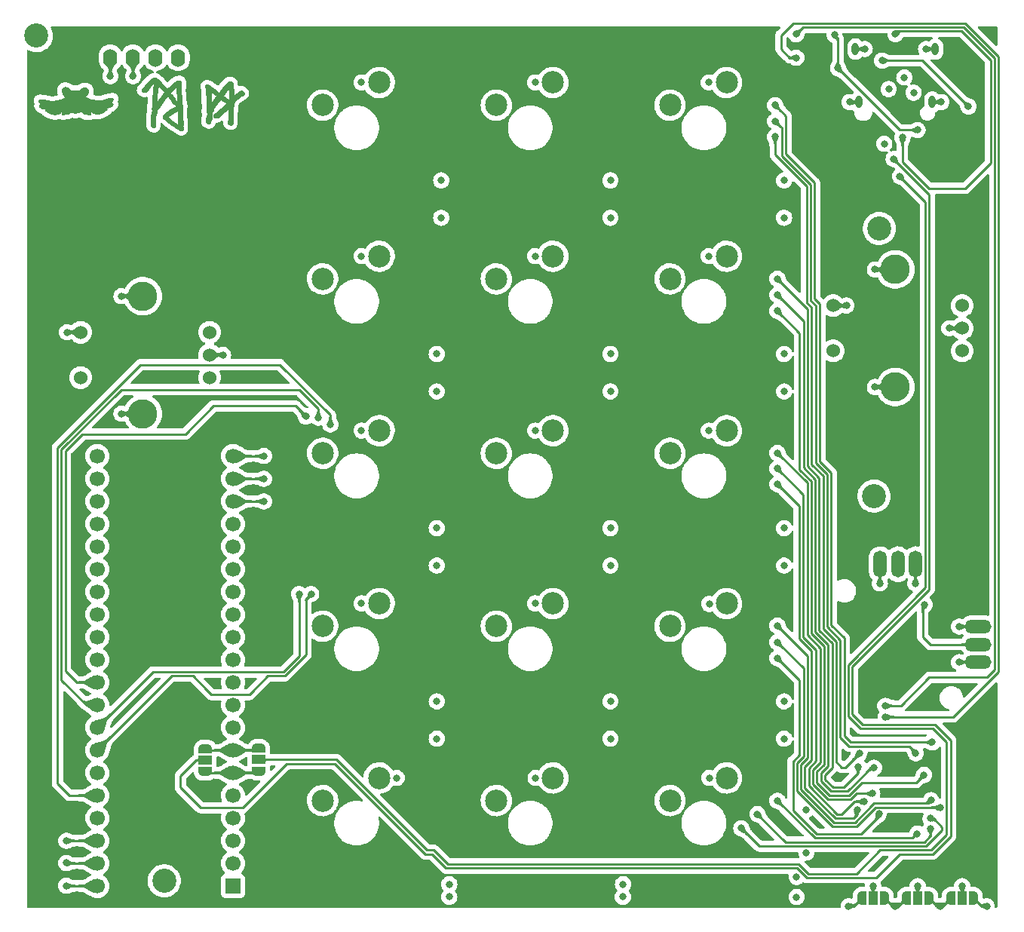
<source format=gbl>
%TF.GenerationSoftware,KiCad,Pcbnew,(6.0.4)*%
%TF.CreationDate,2022-04-24T15:44:46-04:00*%
%TF.ProjectId,keeb,6b656562-2e6b-4696-9361-645f70636258,rev?*%
%TF.SameCoordinates,Original*%
%TF.FileFunction,Copper,L4,Bot*%
%TF.FilePolarity,Positive*%
%FSLAX46Y46*%
G04 Gerber Fmt 4.6, Leading zero omitted, Abs format (unit mm)*
G04 Created by KiCad (PCBNEW (6.0.4)) date 2022-04-24 15:44:46*
%MOMM*%
%LPD*%
G01*
G04 APERTURE LIST*
G04 Aperture macros list*
%AMFreePoly0*
4,1,22,0.550000,-0.750000,0.000000,-0.750000,0.000000,-0.745033,-0.079941,-0.743568,-0.215256,-0.701293,-0.333266,-0.622738,-0.424486,-0.514219,-0.481581,-0.384460,-0.499164,-0.250000,-0.500000,-0.250000,-0.500000,0.250000,-0.499164,0.250000,-0.499963,0.256109,-0.478152,0.396186,-0.417904,0.524511,-0.324060,0.630769,-0.204165,0.706417,-0.067858,0.745374,0.000000,0.744959,0.000000,0.750000,
0.550000,0.750000,0.550000,-0.750000,0.550000,-0.750000,$1*%
%AMFreePoly1*
4,1,20,0.000000,0.744959,0.073905,0.744508,0.209726,0.703889,0.328688,0.626782,0.421226,0.519385,0.479903,0.390333,0.500000,0.250000,0.500000,-0.250000,0.499851,-0.262216,0.476331,-0.402017,0.414519,-0.529596,0.319384,-0.634700,0.198574,-0.708877,0.061801,-0.746166,0.000000,-0.745033,0.000000,-0.750000,-0.550000,-0.750000,-0.550000,0.750000,0.000000,0.750000,0.000000,0.744959,
0.000000,0.744959,$1*%
G04 Aperture macros list end*
%TA.AperFunction,EtchedComponent*%
%ADD10C,0.400000*%
%TD*%
%TA.AperFunction,EtchedComponent*%
%ADD11C,0.200000*%
%TD*%
%TA.AperFunction,ComponentPad*%
%ADD12C,2.500000*%
%TD*%
%TA.AperFunction,ComponentPad*%
%ADD13C,1.524000*%
%TD*%
%TA.AperFunction,ComponentPad*%
%ADD14C,3.302000*%
%TD*%
%TA.AperFunction,ComponentPad*%
%ADD15O,1.600000X2.000000*%
%TD*%
%TA.AperFunction,ComponentPad*%
%ADD16C,2.700000*%
%TD*%
%TA.AperFunction,ComponentPad*%
%ADD17R,1.700000X1.700000*%
%TD*%
%TA.AperFunction,ComponentPad*%
%ADD18C,1.700000*%
%TD*%
%TA.AperFunction,ComponentPad*%
%ADD19O,1.500000X3.000000*%
%TD*%
%TA.AperFunction,ComponentPad*%
%ADD20O,3.000000X1.500000*%
%TD*%
%TA.AperFunction,ComponentPad*%
%ADD21O,0.800000X1.400000*%
%TD*%
%TA.AperFunction,SMDPad,CuDef*%
%ADD22FreePoly0,0.000000*%
%TD*%
%TA.AperFunction,SMDPad,CuDef*%
%ADD23R,1.000000X1.500000*%
%TD*%
%TA.AperFunction,SMDPad,CuDef*%
%ADD24FreePoly1,0.000000*%
%TD*%
%TA.AperFunction,SMDPad,CuDef*%
%ADD25FreePoly0,270.000000*%
%TD*%
%TA.AperFunction,SMDPad,CuDef*%
%ADD26R,1.500000X1.000000*%
%TD*%
%TA.AperFunction,SMDPad,CuDef*%
%ADD27FreePoly1,270.000000*%
%TD*%
%TA.AperFunction,SMDPad,CuDef*%
%ADD28FreePoly0,180.000000*%
%TD*%
%TA.AperFunction,SMDPad,CuDef*%
%ADD29FreePoly1,180.000000*%
%TD*%
%TA.AperFunction,ViaPad*%
%ADD30C,0.800000*%
%TD*%
%TA.AperFunction,Conductor*%
%ADD31C,0.250000*%
%TD*%
G04 APERTURE END LIST*
%TO.C,BML*%
G36*
X106378413Y-63652888D02*
G01*
X106377984Y-63653645D01*
X106377890Y-63653803D01*
X106377910Y-63653763D01*
X106378833Y-63652102D01*
X106378413Y-63652888D01*
G37*
D10*
X106378413Y-63652888D02*
X106377984Y-63653645D01*
X106377890Y-63653803D01*
X106377910Y-63653763D01*
X106378833Y-63652102D01*
X106378413Y-63652888D01*
G36*
X106375953Y-63657685D02*
G01*
X106373849Y-63661740D01*
X106372898Y-63663424D01*
X106372830Y-63663508D01*
X106372827Y-63663466D01*
X106373011Y-63663021D01*
X106374098Y-63660811D01*
X106376068Y-63657077D01*
X106377858Y-63653856D01*
X106377890Y-63653803D01*
X106375953Y-63657685D01*
G37*
X106375953Y-63657685D02*
X106373849Y-63661740D01*
X106372898Y-63663424D01*
X106372830Y-63663508D01*
X106372827Y-63663466D01*
X106373011Y-63663021D01*
X106374098Y-63660811D01*
X106376068Y-63657077D01*
X106377858Y-63653856D01*
X106377890Y-63653803D01*
X106375953Y-63657685D01*
G36*
X106206192Y-65578578D02*
G01*
X106208192Y-65590943D01*
X106209289Y-65595955D01*
X106209817Y-65598427D01*
X106210292Y-65600893D01*
X106210683Y-65603365D01*
X106210838Y-65604608D01*
X106210961Y-65605857D01*
X106211048Y-65607114D01*
X106211095Y-65608380D01*
X106211099Y-65609658D01*
X106211055Y-65610949D01*
X106211630Y-65612584D01*
X106212009Y-65614047D01*
X106212193Y-65615335D01*
X106212185Y-65616444D01*
X106212110Y-65616931D01*
X106211988Y-65617372D01*
X106211819Y-65617767D01*
X106211604Y-65618116D01*
X106211343Y-65618418D01*
X106211035Y-65618674D01*
X106210682Y-65618881D01*
X106210284Y-65619041D01*
X106209840Y-65619153D01*
X106209352Y-65619217D01*
X106208243Y-65619197D01*
X106206959Y-65618979D01*
X106205501Y-65618561D01*
X106203873Y-65617939D01*
X106202076Y-65617110D01*
X106200113Y-65616072D01*
X106197987Y-65614821D01*
X106195699Y-65613356D01*
X106193252Y-65611673D01*
X106190649Y-65609770D01*
X106187892Y-65607643D01*
X106184982Y-65605289D01*
X106181923Y-65602707D01*
X106178717Y-65599893D01*
X106175366Y-65596844D01*
X106171872Y-65593557D01*
X106168238Y-65590030D01*
X106164466Y-65586260D01*
X106160559Y-65582244D01*
X106156518Y-65577980D01*
X106152347Y-65573463D01*
X106148047Y-65568692D01*
X106145449Y-65565741D01*
X106141312Y-65567957D01*
X106132748Y-65571773D01*
X106123864Y-65574961D01*
X106114843Y-65577398D01*
X106110338Y-65578297D01*
X106105868Y-65578962D01*
X106101455Y-65579378D01*
X106097121Y-65579529D01*
X106092891Y-65579399D01*
X106088787Y-65578974D01*
X106084831Y-65578238D01*
X106081047Y-65577176D01*
X106077457Y-65575772D01*
X106074085Y-65574010D01*
X106070953Y-65571876D01*
X106068083Y-65569354D01*
X106065500Y-65566428D01*
X106063226Y-65563083D01*
X106062597Y-65561860D01*
X106142836Y-65561860D01*
X106142875Y-65562291D01*
X106143016Y-65562735D01*
X106143262Y-65563192D01*
X106143621Y-65563664D01*
X106145449Y-65565741D01*
X106149373Y-65563638D01*
X106156747Y-65558939D01*
X106163253Y-65553982D01*
X106160339Y-65552139D01*
X106159788Y-65552496D01*
X106159184Y-65552846D01*
X106157838Y-65553528D01*
X106156346Y-65554192D01*
X106154751Y-65554843D01*
X106151429Y-65556128D01*
X106149790Y-65556773D01*
X106148225Y-65557427D01*
X106146777Y-65558097D01*
X106145490Y-65558786D01*
X106144921Y-65559141D01*
X106144408Y-65559502D01*
X106143958Y-65559871D01*
X106143576Y-65560249D01*
X106143267Y-65560636D01*
X106143037Y-65561033D01*
X106142892Y-65561441D01*
X106142836Y-65561860D01*
X106062597Y-65561860D01*
X106061283Y-65559304D01*
X106059694Y-65555075D01*
X106058484Y-65550381D01*
X106057673Y-65545206D01*
X106057285Y-65539535D01*
X106057344Y-65533352D01*
X106057027Y-65532250D01*
X106056735Y-65531142D01*
X106056220Y-65528913D01*
X106055782Y-65526667D01*
X106055407Y-65524408D01*
X106055076Y-65522140D01*
X106054774Y-65519866D01*
X106054193Y-65515314D01*
X106051159Y-65490407D01*
X106048462Y-65465461D01*
X106046122Y-65440478D01*
X106044157Y-65415463D01*
X106039474Y-65340932D01*
X106036649Y-65303704D01*
X106034893Y-65285122D01*
X106032825Y-65266569D01*
X106031135Y-65254360D01*
X106029377Y-65242143D01*
X106028573Y-65236028D01*
X106027874Y-65229906D01*
X106027319Y-65223776D01*
X106026948Y-65217636D01*
X106026994Y-65164086D01*
X106025676Y-64972727D01*
X106025885Y-64910543D01*
X106026749Y-64848369D01*
X106029396Y-64724030D01*
X106030326Y-64655712D01*
X106030962Y-64621538D01*
X106031999Y-64587384D01*
X106033651Y-64553270D01*
X106036134Y-64519219D01*
X106039663Y-64485252D01*
X106044452Y-64451391D01*
X106051080Y-64412569D01*
X106058165Y-64373821D01*
X106065797Y-64335180D01*
X106074064Y-64296677D01*
X106083055Y-64258343D01*
X106092858Y-64220209D01*
X106103562Y-64182307D01*
X106115257Y-64144669D01*
X106130452Y-64096777D01*
X106137802Y-64072695D01*
X106144718Y-64048491D01*
X106151002Y-64024141D01*
X106156454Y-63999621D01*
X106158804Y-63987290D01*
X106160872Y-63974908D01*
X106162631Y-63962471D01*
X106164056Y-63949976D01*
X106164158Y-63929840D01*
X106163600Y-63909730D01*
X106162508Y-63889642D01*
X106161007Y-63869572D01*
X106153411Y-63789395D01*
X106151487Y-63766378D01*
X106149909Y-63743343D01*
X106148708Y-63720294D01*
X106147917Y-63697232D01*
X106147567Y-63674160D01*
X106147662Y-63656087D01*
X106153990Y-63659910D01*
X106163018Y-63663887D01*
X106173993Y-63667433D01*
X106187028Y-63670488D01*
X106202238Y-63672993D01*
X106219737Y-63674888D01*
X106239640Y-63676114D01*
X106262061Y-63676611D01*
X106281460Y-63676385D01*
X106292637Y-63680093D01*
X106294831Y-63680604D01*
X106300737Y-63683680D01*
X106300742Y-63683680D01*
X106300743Y-63683679D01*
X106300745Y-63683679D01*
X106300746Y-63683678D01*
X106299173Y-63706365D01*
X106298409Y-63729057D01*
X106298353Y-63751746D01*
X106298909Y-63774431D01*
X106299976Y-63797105D01*
X106301455Y-63819764D01*
X106305255Y-63865019D01*
X106312936Y-63946338D01*
X106314517Y-63966685D01*
X106315615Y-63987050D01*
X106316056Y-64007438D01*
X106315977Y-64017643D01*
X106315668Y-64027855D01*
X106313819Y-64040542D01*
X106311671Y-64053170D01*
X106306564Y-64078265D01*
X106300531Y-64103167D01*
X106293756Y-64127905D01*
X106286424Y-64152504D01*
X106278720Y-64176993D01*
X106262929Y-64225748D01*
X106250969Y-64262986D01*
X106240107Y-64300517D01*
X106230250Y-64338307D01*
X106221303Y-64376322D01*
X106213174Y-64414526D01*
X106205767Y-64452887D01*
X106198989Y-64491371D01*
X106192747Y-64529942D01*
X106188323Y-64563600D01*
X106185101Y-64597350D01*
X106182874Y-64631172D01*
X106181431Y-64665049D01*
X106180565Y-64698961D01*
X106180066Y-64732888D01*
X106179334Y-64800715D01*
X106176763Y-64924971D01*
X106176035Y-64987103D01*
X106176078Y-65049246D01*
X106177244Y-65145214D01*
X106178787Y-65241177D01*
X106180305Y-65295574D01*
X106181268Y-65301395D01*
X106182124Y-65307232D01*
X106182891Y-65313082D01*
X106183591Y-65318942D01*
X106186113Y-65342409D01*
X106187678Y-65361021D01*
X106189041Y-65379648D01*
X106191379Y-65416929D01*
X106193566Y-65454224D01*
X106196041Y-65491501D01*
X106198324Y-65516449D01*
X106201073Y-65541352D01*
X106202639Y-65553780D01*
X106202667Y-65553982D01*
X106204343Y-65566190D01*
X106206192Y-65578578D01*
G37*
X106206192Y-65578578D02*
X106208192Y-65590943D01*
X106209289Y-65595955D01*
X106209817Y-65598427D01*
X106210292Y-65600893D01*
X106210683Y-65603365D01*
X106210838Y-65604608D01*
X106210961Y-65605857D01*
X106211048Y-65607114D01*
X106211095Y-65608380D01*
X106211099Y-65609658D01*
X106211055Y-65610949D01*
X106211630Y-65612584D01*
X106212009Y-65614047D01*
X106212193Y-65615335D01*
X106212185Y-65616444D01*
X106212110Y-65616931D01*
X106211988Y-65617372D01*
X106211819Y-65617767D01*
X106211604Y-65618116D01*
X106211343Y-65618418D01*
X106211035Y-65618674D01*
X106210682Y-65618881D01*
X106210284Y-65619041D01*
X106209840Y-65619153D01*
X106209352Y-65619217D01*
X106208243Y-65619197D01*
X106206959Y-65618979D01*
X106205501Y-65618561D01*
X106203873Y-65617939D01*
X106202076Y-65617110D01*
X106200113Y-65616072D01*
X106197987Y-65614821D01*
X106195699Y-65613356D01*
X106193252Y-65611673D01*
X106190649Y-65609770D01*
X106187892Y-65607643D01*
X106184982Y-65605289D01*
X106181923Y-65602707D01*
X106178717Y-65599893D01*
X106175366Y-65596844D01*
X106171872Y-65593557D01*
X106168238Y-65590030D01*
X106164466Y-65586260D01*
X106160559Y-65582244D01*
X106156518Y-65577980D01*
X106152347Y-65573463D01*
X106148047Y-65568692D01*
X106145449Y-65565741D01*
X106141312Y-65567957D01*
X106132748Y-65571773D01*
X106123864Y-65574961D01*
X106114843Y-65577398D01*
X106110338Y-65578297D01*
X106105868Y-65578962D01*
X106101455Y-65579378D01*
X106097121Y-65579529D01*
X106092891Y-65579399D01*
X106088787Y-65578974D01*
X106084831Y-65578238D01*
X106081047Y-65577176D01*
X106077457Y-65575772D01*
X106074085Y-65574010D01*
X106070953Y-65571876D01*
X106068083Y-65569354D01*
X106065500Y-65566428D01*
X106063226Y-65563083D01*
X106062597Y-65561860D01*
X106142836Y-65561860D01*
X106142875Y-65562291D01*
X106143016Y-65562735D01*
X106143262Y-65563192D01*
X106143621Y-65563664D01*
X106145449Y-65565741D01*
X106149373Y-65563638D01*
X106156747Y-65558939D01*
X106163253Y-65553982D01*
X106160339Y-65552139D01*
X106159788Y-65552496D01*
X106159184Y-65552846D01*
X106157838Y-65553528D01*
X106156346Y-65554192D01*
X106154751Y-65554843D01*
X106151429Y-65556128D01*
X106149790Y-65556773D01*
X106148225Y-65557427D01*
X106146777Y-65558097D01*
X106145490Y-65558786D01*
X106144921Y-65559141D01*
X106144408Y-65559502D01*
X106143958Y-65559871D01*
X106143576Y-65560249D01*
X106143267Y-65560636D01*
X106143037Y-65561033D01*
X106142892Y-65561441D01*
X106142836Y-65561860D01*
X106062597Y-65561860D01*
X106061283Y-65559304D01*
X106059694Y-65555075D01*
X106058484Y-65550381D01*
X106057673Y-65545206D01*
X106057285Y-65539535D01*
X106057344Y-65533352D01*
X106057027Y-65532250D01*
X106056735Y-65531142D01*
X106056220Y-65528913D01*
X106055782Y-65526667D01*
X106055407Y-65524408D01*
X106055076Y-65522140D01*
X106054774Y-65519866D01*
X106054193Y-65515314D01*
X106051159Y-65490407D01*
X106048462Y-65465461D01*
X106046122Y-65440478D01*
X106044157Y-65415463D01*
X106039474Y-65340932D01*
X106036649Y-65303704D01*
X106034893Y-65285122D01*
X106032825Y-65266569D01*
X106031135Y-65254360D01*
X106029377Y-65242143D01*
X106028573Y-65236028D01*
X106027874Y-65229906D01*
X106027319Y-65223776D01*
X106026948Y-65217636D01*
X106026994Y-65164086D01*
X106025676Y-64972727D01*
X106025885Y-64910543D01*
X106026749Y-64848369D01*
X106029396Y-64724030D01*
X106030326Y-64655712D01*
X106030962Y-64621538D01*
X106031999Y-64587384D01*
X106033651Y-64553270D01*
X106036134Y-64519219D01*
X106039663Y-64485252D01*
X106044452Y-64451391D01*
X106051080Y-64412569D01*
X106058165Y-64373821D01*
X106065797Y-64335180D01*
X106074064Y-64296677D01*
X106083055Y-64258343D01*
X106092858Y-64220209D01*
X106103562Y-64182307D01*
X106115257Y-64144669D01*
X106130452Y-64096777D01*
X106137802Y-64072695D01*
X106144718Y-64048491D01*
X106151002Y-64024141D01*
X106156454Y-63999621D01*
X106158804Y-63987290D01*
X106160872Y-63974908D01*
X106162631Y-63962471D01*
X106164056Y-63949976D01*
X106164158Y-63929840D01*
X106163600Y-63909730D01*
X106162508Y-63889642D01*
X106161007Y-63869572D01*
X106153411Y-63789395D01*
X106151487Y-63766378D01*
X106149909Y-63743343D01*
X106148708Y-63720294D01*
X106147917Y-63697232D01*
X106147567Y-63674160D01*
X106147662Y-63656087D01*
X106153990Y-63659910D01*
X106163018Y-63663887D01*
X106173993Y-63667433D01*
X106187028Y-63670488D01*
X106202238Y-63672993D01*
X106219737Y-63674888D01*
X106239640Y-63676114D01*
X106262061Y-63676611D01*
X106281460Y-63676385D01*
X106292637Y-63680093D01*
X106294831Y-63680604D01*
X106300737Y-63683680D01*
X106300742Y-63683680D01*
X106300743Y-63683679D01*
X106300745Y-63683679D01*
X106300746Y-63683678D01*
X106299173Y-63706365D01*
X106298409Y-63729057D01*
X106298353Y-63751746D01*
X106298909Y-63774431D01*
X106299976Y-63797105D01*
X106301455Y-63819764D01*
X106305255Y-63865019D01*
X106312936Y-63946338D01*
X106314517Y-63966685D01*
X106315615Y-63987050D01*
X106316056Y-64007438D01*
X106315977Y-64017643D01*
X106315668Y-64027855D01*
X106313819Y-64040542D01*
X106311671Y-64053170D01*
X106306564Y-64078265D01*
X106300531Y-64103167D01*
X106293756Y-64127905D01*
X106286424Y-64152504D01*
X106278720Y-64176993D01*
X106262929Y-64225748D01*
X106250969Y-64262986D01*
X106240107Y-64300517D01*
X106230250Y-64338307D01*
X106221303Y-64376322D01*
X106213174Y-64414526D01*
X106205767Y-64452887D01*
X106198989Y-64491371D01*
X106192747Y-64529942D01*
X106188323Y-64563600D01*
X106185101Y-64597350D01*
X106182874Y-64631172D01*
X106181431Y-64665049D01*
X106180565Y-64698961D01*
X106180066Y-64732888D01*
X106179334Y-64800715D01*
X106176763Y-64924971D01*
X106176035Y-64987103D01*
X106176078Y-65049246D01*
X106177244Y-65145214D01*
X106178787Y-65241177D01*
X106180305Y-65295574D01*
X106181268Y-65301395D01*
X106182124Y-65307232D01*
X106182891Y-65313082D01*
X106183591Y-65318942D01*
X106186113Y-65342409D01*
X106187678Y-65361021D01*
X106189041Y-65379648D01*
X106191379Y-65416929D01*
X106193566Y-65454224D01*
X106196041Y-65491501D01*
X106198324Y-65516449D01*
X106201073Y-65541352D01*
X106202639Y-65553780D01*
X106202667Y-65553982D01*
X106204343Y-65566190D01*
X106206192Y-65578578D01*
G36*
X108898480Y-60674280D02*
G01*
X108899064Y-60674319D01*
X108899649Y-60674388D01*
X108900236Y-60674488D01*
X108900826Y-60674620D01*
X108901420Y-60674786D01*
X108902016Y-60674987D01*
X108902617Y-60675224D01*
X108903221Y-60675499D01*
X108903830Y-60675813D01*
X108904444Y-60676168D01*
X108905063Y-60676565D01*
X108909190Y-60678731D01*
X108914148Y-60679950D01*
X108918563Y-60680235D01*
X108917461Y-60683039D01*
X108917118Y-60690825D01*
X108916993Y-60698616D01*
X108917053Y-60706411D01*
X108917262Y-60714206D01*
X108917991Y-60729789D01*
X108918907Y-60745342D01*
X108920993Y-60767347D01*
X108923461Y-60789305D01*
X108927713Y-60822499D01*
X108917631Y-60828281D01*
X108894098Y-60842467D01*
X108870864Y-60857116D01*
X108847906Y-60872188D01*
X108825202Y-60887645D01*
X108802731Y-60903446D01*
X108780470Y-60919554D01*
X108758396Y-60935929D01*
X108725403Y-60963033D01*
X108693007Y-60990823D01*
X108661060Y-61019128D01*
X108629413Y-61047780D01*
X108566428Y-61105448D01*
X108534793Y-61134125D01*
X108502866Y-61162472D01*
X108453703Y-61202713D01*
X108404146Y-61242402D01*
X108304705Y-61321247D01*
X108255248Y-61360968D01*
X108206253Y-61401265D01*
X108157932Y-61442420D01*
X108110500Y-61484715D01*
X108082988Y-61512924D01*
X108055970Y-61541571D01*
X108003213Y-61600000D01*
X107951827Y-61659645D01*
X107901412Y-61720150D01*
X107801886Y-61842312D01*
X107772726Y-61877918D01*
X107754616Y-61855768D01*
X107691496Y-61776209D01*
X107670323Y-61748958D01*
X107762677Y-61635678D01*
X107813150Y-61574925D01*
X107864511Y-61514955D01*
X107917153Y-61456112D01*
X107971467Y-61398739D01*
X108018584Y-61356192D01*
X108066585Y-61314770D01*
X108115264Y-61274201D01*
X108164415Y-61234215D01*
X108263303Y-61154901D01*
X108312627Y-61115032D01*
X108361595Y-61074660D01*
X108393468Y-61046132D01*
X108425049Y-61017280D01*
X108487880Y-60959221D01*
X108519408Y-60930322D01*
X108551193Y-60901715D01*
X108583375Y-60873554D01*
X108616090Y-60845993D01*
X108638186Y-60829361D01*
X108660442Y-60812954D01*
X108682888Y-60796818D01*
X108705552Y-60781002D01*
X108728466Y-60765555D01*
X108751659Y-60750524D01*
X108775161Y-60735957D01*
X108799001Y-60721903D01*
X108820161Y-60709694D01*
X108830820Y-60703713D01*
X108841569Y-60697907D01*
X108852439Y-60692346D01*
X108863458Y-60687098D01*
X108869033Y-60684613D01*
X108874656Y-60682232D01*
X108880331Y-60679965D01*
X108886062Y-60677819D01*
X108888525Y-60676785D01*
X108890918Y-60675824D01*
X108892095Y-60675399D01*
X108893263Y-60675026D01*
X108894424Y-60674715D01*
X108895582Y-60674478D01*
X108896739Y-60674325D01*
X108897319Y-60674284D01*
X108897899Y-60674269D01*
X108898480Y-60674280D01*
G37*
X108898480Y-60674280D02*
X108899064Y-60674319D01*
X108899649Y-60674388D01*
X108900236Y-60674488D01*
X108900826Y-60674620D01*
X108901420Y-60674786D01*
X108902016Y-60674987D01*
X108902617Y-60675224D01*
X108903221Y-60675499D01*
X108903830Y-60675813D01*
X108904444Y-60676168D01*
X108905063Y-60676565D01*
X108909190Y-60678731D01*
X108914148Y-60679950D01*
X108918563Y-60680235D01*
X108917461Y-60683039D01*
X108917118Y-60690825D01*
X108916993Y-60698616D01*
X108917053Y-60706411D01*
X108917262Y-60714206D01*
X108917991Y-60729789D01*
X108918907Y-60745342D01*
X108920993Y-60767347D01*
X108923461Y-60789305D01*
X108927713Y-60822499D01*
X108917631Y-60828281D01*
X108894098Y-60842467D01*
X108870864Y-60857116D01*
X108847906Y-60872188D01*
X108825202Y-60887645D01*
X108802731Y-60903446D01*
X108780470Y-60919554D01*
X108758396Y-60935929D01*
X108725403Y-60963033D01*
X108693007Y-60990823D01*
X108661060Y-61019128D01*
X108629413Y-61047780D01*
X108566428Y-61105448D01*
X108534793Y-61134125D01*
X108502866Y-61162472D01*
X108453703Y-61202713D01*
X108404146Y-61242402D01*
X108304705Y-61321247D01*
X108255248Y-61360968D01*
X108206253Y-61401265D01*
X108157932Y-61442420D01*
X108110500Y-61484715D01*
X108082988Y-61512924D01*
X108055970Y-61541571D01*
X108003213Y-61600000D01*
X107951827Y-61659645D01*
X107901412Y-61720150D01*
X107801886Y-61842312D01*
X107772726Y-61877918D01*
X107754616Y-61855768D01*
X107691496Y-61776209D01*
X107670323Y-61748958D01*
X107762677Y-61635678D01*
X107813150Y-61574925D01*
X107864511Y-61514955D01*
X107917153Y-61456112D01*
X107971467Y-61398739D01*
X108018584Y-61356192D01*
X108066585Y-61314770D01*
X108115264Y-61274201D01*
X108164415Y-61234215D01*
X108263303Y-61154901D01*
X108312627Y-61115032D01*
X108361595Y-61074660D01*
X108393468Y-61046132D01*
X108425049Y-61017280D01*
X108487880Y-60959221D01*
X108519408Y-60930322D01*
X108551193Y-60901715D01*
X108583375Y-60873554D01*
X108616090Y-60845993D01*
X108638186Y-60829361D01*
X108660442Y-60812954D01*
X108682888Y-60796818D01*
X108705552Y-60781002D01*
X108728466Y-60765555D01*
X108751659Y-60750524D01*
X108775161Y-60735957D01*
X108799001Y-60721903D01*
X108820161Y-60709694D01*
X108830820Y-60703713D01*
X108841569Y-60697907D01*
X108852439Y-60692346D01*
X108863458Y-60687098D01*
X108869033Y-60684613D01*
X108874656Y-60682232D01*
X108880331Y-60679965D01*
X108886062Y-60677819D01*
X108888525Y-60676785D01*
X108890918Y-60675824D01*
X108892095Y-60675399D01*
X108893263Y-60675026D01*
X108894424Y-60674715D01*
X108895582Y-60674478D01*
X108896739Y-60674325D01*
X108897319Y-60674284D01*
X108897899Y-60674269D01*
X108898480Y-60674280D01*
G36*
X109201583Y-63820482D02*
G01*
X109201999Y-64114559D01*
X109199716Y-64408622D01*
X109193914Y-64702654D01*
X109191558Y-64918466D01*
X109191251Y-64997203D01*
X109200569Y-65003896D01*
X109214018Y-65013209D01*
X109230070Y-65023837D01*
X109247060Y-65034542D01*
X109258826Y-65038375D01*
X109271462Y-65042184D01*
X109290840Y-65047547D01*
X109297921Y-65049503D01*
X109303492Y-65051244D01*
X109307721Y-65052971D01*
X109309387Y-65053893D01*
X109310781Y-65054886D01*
X109311671Y-65055735D01*
X109311925Y-65055977D01*
X109312840Y-65057190D01*
X109313548Y-65058551D01*
X109314070Y-65060085D01*
X109314427Y-65061817D01*
X109314640Y-65063772D01*
X109314721Y-65068452D01*
X109314098Y-65081598D01*
X109313734Y-65090467D01*
X109313562Y-65101135D01*
X109313120Y-65129293D01*
X109312207Y-65157436D01*
X109310765Y-65185551D01*
X109308738Y-65213623D01*
X109306069Y-65241638D01*
X109302702Y-65269580D01*
X109298579Y-65297435D01*
X109293645Y-65325190D01*
X109278666Y-65398348D01*
X109271584Y-65435031D01*
X109265440Y-65471819D01*
X109262876Y-65490261D01*
X109260734Y-65508739D01*
X109259076Y-65527257D01*
X109257964Y-65545818D01*
X109257462Y-65564426D01*
X109257475Y-65565901D01*
X109257631Y-65583083D01*
X109258533Y-65601793D01*
X109260232Y-65620560D01*
X109264937Y-65655030D01*
X109270147Y-65689415D01*
X109281363Y-65758049D01*
X109292443Y-65826697D01*
X109297481Y-65861099D01*
X109301946Y-65895592D01*
X109302663Y-65903444D01*
X109303522Y-65911580D01*
X109304241Y-65919858D01*
X109304261Y-65920242D01*
X109304460Y-65924007D01*
X109304539Y-65928139D01*
X109304441Y-65932237D01*
X109304133Y-65936282D01*
X109303578Y-65940258D01*
X109302741Y-65944147D01*
X109301588Y-65947931D01*
X109300881Y-65949778D01*
X109300082Y-65951592D01*
X109299186Y-65953372D01*
X109298189Y-65955114D01*
X109297086Y-65956818D01*
X109295873Y-65958479D01*
X109295038Y-65958996D01*
X109294209Y-65959447D01*
X109293385Y-65959835D01*
X109292567Y-65960161D01*
X109291753Y-65960429D01*
X109290943Y-65960642D01*
X109290137Y-65960803D01*
X109289334Y-65960913D01*
X109288534Y-65960977D01*
X109287736Y-65960997D01*
X109286939Y-65960975D01*
X109286144Y-65960914D01*
X109284555Y-65960689D01*
X109282964Y-65960341D01*
X109281369Y-65959895D01*
X109279764Y-65959373D01*
X109276511Y-65958185D01*
X109273175Y-65956958D01*
X109271466Y-65956385D01*
X109269723Y-65955868D01*
X109255227Y-65949787D01*
X109240907Y-65943314D01*
X109226751Y-65936479D01*
X109212748Y-65929313D01*
X109198885Y-65921848D01*
X109185152Y-65914115D01*
X109158027Y-65897970D01*
X109131278Y-65881125D01*
X109104812Y-65863831D01*
X109052350Y-65828892D01*
X108986551Y-65781302D01*
X108970678Y-65770005D01*
X108920073Y-65741415D01*
X108910076Y-65735758D01*
X108919361Y-65735758D01*
X108936469Y-65746681D01*
X108953336Y-65757965D01*
X108970012Y-65769531D01*
X108970678Y-65770005D01*
X108981117Y-65775902D01*
X109006416Y-65787842D01*
X109032805Y-65801364D01*
X109067805Y-65820300D01*
X108919361Y-65735758D01*
X108910076Y-65735758D01*
X108890466Y-65724661D01*
X108861486Y-65707663D01*
X108833147Y-65689992D01*
X108819222Y-65680771D01*
X108805462Y-65671220D01*
X108801674Y-65668452D01*
X108848077Y-65668452D01*
X108995896Y-65755353D01*
X108958675Y-65730308D01*
X108940585Y-65717008D01*
X108935774Y-65714288D01*
X108906867Y-65698459D01*
X108877661Y-65683142D01*
X108848077Y-65668452D01*
X108801674Y-65668452D01*
X108791868Y-65661287D01*
X108778442Y-65650918D01*
X108765186Y-65640060D01*
X108752101Y-65628659D01*
X108731882Y-65612854D01*
X108711470Y-65597303D01*
X108690862Y-65582017D01*
X108670056Y-65567005D01*
X108649046Y-65552279D01*
X108627828Y-65537850D01*
X108606401Y-65523727D01*
X108603615Y-65521950D01*
X108584934Y-65512143D01*
X108580443Y-65509922D01*
X108584758Y-65509922D01*
X108603615Y-65521950D01*
X108628042Y-65534775D01*
X108665100Y-65554880D01*
X108584758Y-65509922D01*
X108580443Y-65509922D01*
X108544180Y-65491990D01*
X108527312Y-65484407D01*
X108514184Y-65479321D01*
X108475499Y-65459948D01*
X108437245Y-65439716D01*
X108399405Y-65418694D01*
X108361962Y-65396950D01*
X108324897Y-65374555D01*
X108295965Y-65356442D01*
X108348115Y-65356442D01*
X108348611Y-65356855D01*
X108356527Y-65361461D01*
X108399039Y-65385731D01*
X108442142Y-65410755D01*
X108444383Y-65412145D01*
X108450376Y-65415777D01*
X108458862Y-65420732D01*
X108468939Y-65426506D01*
X108475942Y-65430460D01*
X108476832Y-65430928D01*
X108475204Y-65429951D01*
X108442142Y-65410755D01*
X108438113Y-65408258D01*
X108425141Y-65400017D01*
X108412258Y-65391662D01*
X108400264Y-65383797D01*
X108390891Y-65377584D01*
X108381687Y-65373379D01*
X108349974Y-65357293D01*
X108348115Y-65356442D01*
X108295965Y-65356442D01*
X108288194Y-65351577D01*
X108251834Y-65328086D01*
X108215799Y-65304150D01*
X108169293Y-65272110D01*
X108146215Y-65255828D01*
X108123339Y-65239273D01*
X108100728Y-65222367D01*
X108078446Y-65205036D01*
X108056555Y-65187205D01*
X108035120Y-65168797D01*
X107947856Y-65089910D01*
X107925883Y-65070366D01*
X107903715Y-65051048D01*
X107881284Y-65032033D01*
X107858524Y-65013397D01*
X107831455Y-64990878D01*
X107804633Y-64968083D01*
X107778073Y-64944995D01*
X107751793Y-64921595D01*
X107725809Y-64897867D01*
X107700138Y-64873793D01*
X107674797Y-64849356D01*
X107649803Y-64824537D01*
X107607351Y-64782702D01*
X107586409Y-64761527D01*
X107565793Y-64740056D01*
X107545603Y-64718198D01*
X107525940Y-64695858D01*
X107516339Y-64684478D01*
X107506907Y-64672944D01*
X107497658Y-64661242D01*
X107488605Y-64649363D01*
X107479746Y-64638978D01*
X107461247Y-64634551D01*
X107430506Y-64626487D01*
X107415589Y-64621847D01*
X107401423Y-64616702D01*
X107388341Y-64610978D01*
X107376679Y-64604601D01*
X107371485Y-64601144D01*
X107366771Y-64597496D01*
X107362581Y-64593648D01*
X107361940Y-64592931D01*
X107432438Y-64592931D01*
X107432514Y-64593059D01*
X107432965Y-64593512D01*
X107434869Y-64595089D01*
X107437753Y-64597333D01*
X107444738Y-64602724D01*
X107447979Y-64605324D01*
X107449347Y-64606481D01*
X107450477Y-64607496D01*
X107455940Y-64612765D01*
X107460940Y-64617841D01*
X107465609Y-64622816D01*
X107470080Y-64627781D01*
X107474483Y-64632827D01*
X107478950Y-64638045D01*
X107479746Y-64638978D01*
X107516981Y-64647890D01*
X107520671Y-64648607D01*
X107524327Y-64649436D01*
X107527948Y-64650372D01*
X107531539Y-64651410D01*
X107535101Y-64652543D01*
X107538637Y-64653766D01*
X107542149Y-64655074D01*
X107545639Y-64656460D01*
X107564536Y-64667432D01*
X107581783Y-64676650D01*
X107593508Y-64682299D01*
X107596090Y-64683217D01*
X107596350Y-64683101D01*
X107595840Y-64682563D01*
X107584908Y-64675626D01*
X107556841Y-64659672D01*
X107507767Y-64632886D01*
X107505993Y-64631939D01*
X107508775Y-64629425D01*
X107510456Y-64626297D01*
X107510665Y-64623009D01*
X107510412Y-64622254D01*
X107510001Y-64623013D01*
X107507669Y-64627653D01*
X107506566Y-64630003D01*
X107505760Y-64631816D01*
X107433814Y-64593451D01*
X107432885Y-64592994D01*
X107432470Y-64592875D01*
X107432438Y-64592931D01*
X107361940Y-64592931D01*
X107358954Y-64589590D01*
X107355934Y-64585313D01*
X107353562Y-64580807D01*
X107351881Y-64576064D01*
X107350931Y-64571074D01*
X107350755Y-64565827D01*
X107351395Y-64560316D01*
X107352892Y-64554529D01*
X107355289Y-64548458D01*
X107356495Y-64545905D01*
X107356934Y-64545032D01*
X107364995Y-64545032D01*
X107365206Y-64546081D01*
X107366743Y-64547449D01*
X107373346Y-64551066D01*
X107397538Y-64561291D01*
X107430411Y-64574481D01*
X107464805Y-64589409D01*
X107480335Y-64597143D01*
X107493560Y-64604852D01*
X107499028Y-64608649D01*
X107503585Y-64612382D01*
X107507118Y-64616033D01*
X107509515Y-64619582D01*
X107510412Y-64622254D01*
X107512477Y-64618440D01*
X107515067Y-64613922D01*
X107517740Y-64609447D01*
X107520464Y-64605003D01*
X107521370Y-64603539D01*
X107525790Y-64606337D01*
X107540579Y-64616506D01*
X107554957Y-64627202D01*
X107568931Y-64638410D01*
X107582508Y-64650118D01*
X107595696Y-64662311D01*
X107608501Y-64674975D01*
X107616198Y-64683101D01*
X107620930Y-64688097D01*
X107632991Y-64701663D01*
X107644689Y-64715658D01*
X107653558Y-64727507D01*
X107662664Y-64739144D01*
X107671987Y-64750586D01*
X107681511Y-64761848D01*
X107701091Y-64783894D01*
X107721260Y-64805407D01*
X107741878Y-64826512D01*
X107762802Y-64847334D01*
X107805004Y-64888628D01*
X107829968Y-64913513D01*
X107855372Y-64937912D01*
X107881177Y-64961867D01*
X107907347Y-64985415D01*
X107933843Y-65008599D01*
X107960628Y-65031456D01*
X107987665Y-65054028D01*
X108014917Y-65076353D01*
X108037647Y-65095147D01*
X108060034Y-65114334D01*
X108082159Y-65133822D01*
X108104100Y-65153519D01*
X108147758Y-65193171D01*
X108191652Y-65232554D01*
X108213285Y-65250635D01*
X108235345Y-65268168D01*
X108257772Y-65285224D01*
X108280504Y-65301878D01*
X108303483Y-65318201D01*
X108326646Y-65334266D01*
X108373287Y-65365914D01*
X108390891Y-65377584D01*
X108428436Y-65394734D01*
X108474409Y-65417556D01*
X108499640Y-65430928D01*
X108519743Y-65441584D01*
X108564575Y-65466557D01*
X108653284Y-65518297D01*
X108714972Y-65554880D01*
X108741636Y-65570692D01*
X108763406Y-65584801D01*
X108784952Y-65599232D01*
X108806278Y-65613973D01*
X108827392Y-65629013D01*
X108848297Y-65644340D01*
X108869001Y-65659942D01*
X108889509Y-65675807D01*
X108909826Y-65691925D01*
X108920567Y-65701445D01*
X108932777Y-65711268D01*
X108940585Y-65717008D01*
X108964463Y-65730513D01*
X109007070Y-65755353D01*
X109078634Y-65797075D01*
X109095286Y-65808611D01*
X109111793Y-65820300D01*
X109111817Y-65820317D01*
X109144661Y-65844033D01*
X109149837Y-65847784D01*
X109149981Y-65850388D01*
X109150312Y-65854386D01*
X109150455Y-65855515D01*
X109150978Y-65855818D01*
X109151544Y-65856194D01*
X109152091Y-65856594D01*
X109152618Y-65857021D01*
X109153123Y-65857476D01*
X109153605Y-65857962D01*
X109154063Y-65858480D01*
X109154496Y-65859032D01*
X109154901Y-65859621D01*
X109154414Y-65860734D01*
X109150936Y-65858727D01*
X109150745Y-65857804D01*
X109150455Y-65855515D01*
X109149797Y-65855133D01*
X109148556Y-65854522D01*
X109147269Y-65853971D01*
X109145945Y-65853463D01*
X109140507Y-65851552D01*
X109139168Y-65851026D01*
X109137858Y-65850449D01*
X109136590Y-65849806D01*
X109135374Y-65849081D01*
X109106418Y-65833262D01*
X109087550Y-65822554D01*
X109099355Y-65829403D01*
X109106418Y-65833262D01*
X109129984Y-65846636D01*
X109150936Y-65858727D01*
X109151294Y-65860454D01*
X109151616Y-65861432D01*
X109151971Y-65862148D01*
X109152361Y-65862578D01*
X109152789Y-65862699D01*
X109153255Y-65862487D01*
X109153761Y-65861919D01*
X109154309Y-65860972D01*
X109154414Y-65860734D01*
X109236516Y-65908113D01*
X109238581Y-65909358D01*
X109244037Y-65912588D01*
X109248364Y-65915086D01*
X109253498Y-65918003D01*
X109257064Y-65920003D01*
X109257516Y-65920242D01*
X109256685Y-65919752D01*
X109236516Y-65908113D01*
X109234252Y-65906749D01*
X109230667Y-65904531D01*
X109227445Y-65902472D01*
X109220559Y-65897911D01*
X109210536Y-65891216D01*
X109193950Y-65879582D01*
X109177467Y-65867805D01*
X109149837Y-65847784D01*
X109149738Y-65845996D01*
X109149469Y-65836782D01*
X109149399Y-65828244D01*
X109149442Y-65819195D01*
X109145389Y-65784986D01*
X109140736Y-65750864D01*
X109130345Y-65682774D01*
X109119703Y-65614713D01*
X109114735Y-65580626D01*
X109110242Y-65546467D01*
X109108720Y-65527370D01*
X109108543Y-65522756D01*
X109042928Y-65489353D01*
X109107979Y-65489353D01*
X109107987Y-65508334D01*
X109108543Y-65522756D01*
X109193294Y-65565901D01*
X109191322Y-65350083D01*
X109190719Y-65134273D01*
X109191110Y-65033545D01*
X109243997Y-65033545D01*
X109264719Y-65054413D01*
X109267902Y-65055735D01*
X109248949Y-65035732D01*
X109247060Y-65034542D01*
X109243997Y-65033545D01*
X109191110Y-65033545D01*
X109191251Y-64997203D01*
X109189502Y-64995946D01*
X109173629Y-64984320D01*
X109168378Y-64980739D01*
X109166328Y-64979527D01*
X109164623Y-64978709D01*
X109163237Y-64978290D01*
X109162142Y-64978276D01*
X109161309Y-64978673D01*
X109160712Y-64979488D01*
X109160322Y-64980726D01*
X109160111Y-64982392D01*
X109160120Y-64987035D01*
X109161074Y-65001727D01*
X109161576Y-65011869D01*
X109161800Y-65023939D01*
X109162147Y-65051835D01*
X109161931Y-65079724D01*
X109161093Y-65107591D01*
X109159574Y-65135419D01*
X109157317Y-65163194D01*
X109154264Y-65190897D01*
X109150357Y-65218515D01*
X109145538Y-65246031D01*
X109130277Y-65320444D01*
X109123007Y-65357751D01*
X109116644Y-65395163D01*
X109113959Y-65413919D01*
X109111687Y-65432712D01*
X109109891Y-65451546D01*
X109108635Y-65470425D01*
X109107979Y-65489353D01*
X109042928Y-65489353D01*
X109042123Y-65488943D01*
X109042123Y-65488937D01*
X109042122Y-65488936D01*
X109042122Y-65488933D01*
X109042121Y-65488930D01*
X109042119Y-65488926D01*
X109047278Y-65274862D01*
X109050694Y-65060761D01*
X109056900Y-64632542D01*
X109063555Y-64338246D01*
X109065357Y-64043919D01*
X109063506Y-63749582D01*
X109059411Y-63469701D01*
X109040999Y-63498691D01*
X109020360Y-63528862D01*
X109007689Y-63543380D01*
X108994407Y-63557189D01*
X108980567Y-63570341D01*
X108966217Y-63582890D01*
X108951407Y-63594887D01*
X108936188Y-63606386D01*
X108920609Y-63617440D01*
X108904721Y-63628101D01*
X108888573Y-63638422D01*
X108872217Y-63648457D01*
X108839074Y-63667876D01*
X108772478Y-63705593D01*
X108733766Y-63728827D01*
X108694748Y-63751475D01*
X108655440Y-63773573D01*
X108615858Y-63795156D01*
X108576017Y-63816260D01*
X108535935Y-63836919D01*
X108495626Y-63857168D01*
X108455106Y-63877043D01*
X108431200Y-63887920D01*
X108407569Y-63899281D01*
X108361065Y-63923330D01*
X108315455Y-63948934D01*
X108270600Y-63975840D01*
X108226361Y-64003793D01*
X108182600Y-64032539D01*
X108095954Y-64091395D01*
X108056867Y-64117342D01*
X108018372Y-64144069D01*
X107980454Y-64171551D01*
X107943094Y-64199762D01*
X107906279Y-64228676D01*
X107869989Y-64258269D01*
X107834210Y-64288514D01*
X107798925Y-64319386D01*
X107704860Y-64405762D01*
X107658284Y-64449435D01*
X107635238Y-64471526D01*
X107612401Y-64493838D01*
X107600555Y-64505738D01*
X107588929Y-64517845D01*
X107577562Y-64530182D01*
X107566492Y-64542774D01*
X107555757Y-64555644D01*
X107545395Y-64568815D01*
X107540366Y-64575521D01*
X107535445Y-64582311D01*
X107530635Y-64589188D01*
X107525943Y-64596155D01*
X107521370Y-64603539D01*
X107510584Y-64596710D01*
X107494954Y-64587636D01*
X107478892Y-64579132D01*
X107462392Y-64571209D01*
X107445446Y-64563883D01*
X107428048Y-64557167D01*
X107410190Y-64551075D01*
X107406418Y-64550040D01*
X107402634Y-64549050D01*
X107398839Y-64548113D01*
X107395030Y-64547234D01*
X107391207Y-64546418D01*
X107387369Y-64545672D01*
X107383515Y-64545003D01*
X107379646Y-64544415D01*
X107368998Y-64543970D01*
X107366222Y-64544322D01*
X107364995Y-64545032D01*
X107356934Y-64545032D01*
X107357762Y-64543384D01*
X107359084Y-64540891D01*
X107360455Y-64538423D01*
X107363319Y-64533551D01*
X107366302Y-64528743D01*
X107372425Y-64519221D01*
X107375464Y-64514458D01*
X107378421Y-64509661D01*
X107383340Y-64502564D01*
X107388373Y-64495558D01*
X107398761Y-64481804D01*
X107409552Y-64468379D01*
X107420711Y-64455258D01*
X107432204Y-64442421D01*
X107443997Y-64429843D01*
X107456055Y-64417504D01*
X107468345Y-64405380D01*
X107491410Y-64383071D01*
X107514670Y-64360969D01*
X107561664Y-64317271D01*
X107609103Y-64274051D01*
X107656764Y-64231074D01*
X107692402Y-64200157D01*
X107728485Y-64169803D01*
X107765045Y-64140059D01*
X107802113Y-64110970D01*
X107839718Y-64082583D01*
X107877893Y-64054941D01*
X107916667Y-64028092D01*
X107956071Y-64002081D01*
X108043080Y-63942899D01*
X108086955Y-63913871D01*
X108131281Y-63885585D01*
X108176210Y-63858317D01*
X108221893Y-63832343D01*
X108245066Y-63819928D01*
X108268484Y-63807940D01*
X108292168Y-63796413D01*
X108316135Y-63785382D01*
X108396644Y-63745385D01*
X108436590Y-63724834D01*
X108476298Y-63703845D01*
X108515742Y-63682366D01*
X108554896Y-63660347D01*
X108593735Y-63637734D01*
X108632234Y-63614477D01*
X108697256Y-63577610D01*
X108729690Y-63558729D01*
X108761559Y-63539001D01*
X108777162Y-63528692D01*
X108792479Y-63518017D01*
X108807464Y-63506925D01*
X108822067Y-63495365D01*
X108836241Y-63483285D01*
X108849938Y-63470634D01*
X108863109Y-63457361D01*
X108875707Y-63443415D01*
X108886205Y-63428641D01*
X108896407Y-63413688D01*
X108915994Y-63383292D01*
X108934618Y-63352319D01*
X108952426Y-63320861D01*
X108969568Y-63289011D01*
X108982885Y-63263257D01*
X108977214Y-63259901D01*
X108956095Y-63247114D01*
X108935128Y-63234086D01*
X108914335Y-63220787D01*
X108893739Y-63207187D01*
X108873362Y-63193257D01*
X108853227Y-63178967D01*
X108833354Y-63164288D01*
X108785694Y-63128526D01*
X108737751Y-63093099D01*
X108713489Y-63075803D01*
X108688935Y-63058940D01*
X108664014Y-63042626D01*
X108638652Y-63026978D01*
X108615305Y-63012544D01*
X108592366Y-62997552D01*
X108569870Y-62981964D01*
X108547852Y-62965742D01*
X108526346Y-62948848D01*
X108505389Y-62931244D01*
X108485015Y-62912892D01*
X108475057Y-62903423D01*
X108465259Y-62893753D01*
X108443854Y-62871664D01*
X108423157Y-62849040D01*
X108403197Y-62825852D01*
X108393503Y-62814038D01*
X108384004Y-62802072D01*
X108374704Y-62789950D01*
X108365605Y-62777670D01*
X108356713Y-62765227D01*
X108348030Y-62752618D01*
X108339560Y-62739840D01*
X108331306Y-62726888D01*
X108323273Y-62713759D01*
X108315464Y-62700449D01*
X108232732Y-62570633D01*
X108191799Y-62505453D01*
X108151533Y-62439856D01*
X108129045Y-62404711D01*
X108105953Y-62370014D01*
X108082149Y-62335855D01*
X108057524Y-62302322D01*
X108031968Y-62269505D01*
X108005373Y-62237494D01*
X107991651Y-62221818D01*
X107977629Y-62206377D01*
X107963293Y-62191182D01*
X107948629Y-62176245D01*
X107806011Y-62023924D01*
X107735539Y-61946992D01*
X107725098Y-61935357D01*
X107751973Y-61903256D01*
X107772726Y-61877918D01*
X107786766Y-61895089D01*
X107819458Y-61933993D01*
X107888898Y-62011627D01*
X107959355Y-62088338D01*
X108030469Y-62164446D01*
X108101881Y-62240271D01*
X108116724Y-62255309D01*
X108131197Y-62270636D01*
X108145316Y-62286236D01*
X108159099Y-62302096D01*
X108172565Y-62318201D01*
X108185730Y-62334537D01*
X108211230Y-62367845D01*
X108235743Y-62401905D01*
X108259410Y-62436603D01*
X108282373Y-62471826D01*
X108304775Y-62507458D01*
X108345023Y-62573195D01*
X108386111Y-62638410D01*
X108469392Y-62768143D01*
X108477179Y-62781378D01*
X108485221Y-62794403D01*
X108493511Y-62807223D01*
X108502044Y-62819846D01*
X108510812Y-62832277D01*
X108519808Y-62844522D01*
X108529027Y-62856587D01*
X108538461Y-62868479D01*
X108557949Y-62891766D01*
X108578220Y-62914432D01*
X108599220Y-62936526D01*
X108620897Y-62958096D01*
X108630786Y-62967704D01*
X108640857Y-62977068D01*
X108651103Y-62986198D01*
X108661516Y-62995104D01*
X108672089Y-63003794D01*
X108682815Y-63012278D01*
X108693686Y-63020566D01*
X108704695Y-63028668D01*
X108727097Y-63044348D01*
X108749962Y-63059394D01*
X108773232Y-63073882D01*
X108796846Y-63087887D01*
X108821844Y-63103967D01*
X108846456Y-63120619D01*
X108870753Y-63137736D01*
X108894805Y-63155211D01*
X108989973Y-63226525D01*
X108998283Y-63232584D01*
X109018480Y-63192030D01*
X109050728Y-63210377D01*
X109051073Y-63216389D01*
X109053384Y-63270554D01*
X109072015Y-63282492D01*
X109093115Y-63295574D01*
X109114378Y-63308397D01*
X109127160Y-63315877D01*
X109140989Y-63323969D01*
X109132044Y-63340681D01*
X109110358Y-63380687D01*
X109107676Y-63377914D01*
X109102555Y-63372233D01*
X109097775Y-63366419D01*
X109093463Y-63360508D01*
X109091522Y-63357527D01*
X109089745Y-63354535D01*
X109088150Y-63351536D01*
X109086751Y-63348534D01*
X109085564Y-63345534D01*
X109084605Y-63342540D01*
X109083891Y-63339557D01*
X109083436Y-63336588D01*
X109083417Y-63336035D01*
X109083474Y-63335496D01*
X109083606Y-63334972D01*
X109083807Y-63334464D01*
X109084073Y-63333973D01*
X109084399Y-63333498D01*
X109084783Y-63333042D01*
X109085015Y-63332808D01*
X109084144Y-63331719D01*
X109083635Y-63330874D01*
X109083197Y-63329960D01*
X109082828Y-63328985D01*
X109082528Y-63327954D01*
X109082295Y-63326877D01*
X109082127Y-63325760D01*
X109082025Y-63324611D01*
X109081986Y-63323437D01*
X109082010Y-63322246D01*
X109082066Y-63321450D01*
X109086495Y-63324278D01*
X109089145Y-63325929D01*
X109091823Y-63327512D01*
X109093177Y-63328267D01*
X109094178Y-63328798D01*
X109092977Y-63329010D01*
X109091515Y-63329372D01*
X109090075Y-63329836D01*
X109089375Y-63330104D01*
X109088692Y-63330396D01*
X109088032Y-63330711D01*
X109087398Y-63331047D01*
X109086796Y-63331406D01*
X109086229Y-63331785D01*
X109085702Y-63332184D01*
X109085218Y-63332604D01*
X109085015Y-63332808D01*
X109085788Y-63333773D01*
X109087281Y-63335585D01*
X109088638Y-63337142D01*
X109089873Y-63338434D01*
X109090449Y-63338978D01*
X109091000Y-63339451D01*
X109091527Y-63339852D01*
X109092033Y-63340180D01*
X109092519Y-63340434D01*
X109092986Y-63340611D01*
X109093437Y-63340711D01*
X109093874Y-63340733D01*
X109094298Y-63340675D01*
X109094710Y-63340535D01*
X109095113Y-63340312D01*
X109095509Y-63340005D01*
X109095899Y-63339613D01*
X109096284Y-63339133D01*
X109096668Y-63338565D01*
X109097050Y-63337908D01*
X109097434Y-63337159D01*
X109097821Y-63336318D01*
X109098611Y-63334353D01*
X109099435Y-63332002D01*
X109100305Y-63329252D01*
X109099890Y-63329059D01*
X109099426Y-63328899D01*
X109098915Y-63328772D01*
X109098418Y-63328687D01*
X109100685Y-63325282D01*
X109102036Y-63323195D01*
X109103160Y-63321360D01*
X109103635Y-63320526D01*
X109104051Y-63319742D01*
X109104408Y-63319006D01*
X109104705Y-63318311D01*
X109104941Y-63317655D01*
X109105117Y-63317033D01*
X109105230Y-63316442D01*
X109105281Y-63315877D01*
X109105269Y-63315334D01*
X109105193Y-63314809D01*
X109105054Y-63314299D01*
X109104849Y-63313799D01*
X109104579Y-63313304D01*
X109104242Y-63312812D01*
X109103840Y-63312317D01*
X109103369Y-63311817D01*
X109102831Y-63311307D01*
X109102224Y-63310782D01*
X109101548Y-63310239D01*
X109100803Y-63309674D01*
X109099100Y-63308461D01*
X109097110Y-63307110D01*
X109095972Y-63306653D01*
X109094870Y-63306350D01*
X109093805Y-63306193D01*
X109092777Y-63306174D01*
X109091789Y-63306286D01*
X109090840Y-63306521D01*
X109089933Y-63306873D01*
X109089069Y-63307333D01*
X109088249Y-63307895D01*
X109087473Y-63308551D01*
X109086743Y-63309293D01*
X109086061Y-63310114D01*
X109085427Y-63311007D01*
X109084843Y-63311965D01*
X109084309Y-63312979D01*
X109083828Y-63314042D01*
X109083400Y-63315147D01*
X109083025Y-63316287D01*
X109082445Y-63318641D01*
X109082095Y-63321044D01*
X109082066Y-63321450D01*
X109081223Y-63320911D01*
X109078573Y-63319265D01*
X109075897Y-63317690D01*
X109054870Y-63305380D01*
X109053384Y-63270554D01*
X109051114Y-63269100D01*
X109030449Y-63255343D01*
X109010057Y-63241169D01*
X108998283Y-63232584D01*
X108986192Y-63256861D01*
X108982885Y-63263257D01*
X108998464Y-63272476D01*
X109044691Y-63299284D01*
X109035685Y-63294134D01*
X109046878Y-63300701D01*
X109054870Y-63305380D01*
X109056166Y-63335772D01*
X109059200Y-63455258D01*
X109059411Y-63469701D01*
X109060560Y-63467892D01*
X109079245Y-63436577D01*
X109086065Y-63424566D01*
X109148386Y-63424566D01*
X109148429Y-63425625D01*
X109148596Y-63426712D01*
X109148878Y-63427827D01*
X109149266Y-63428966D01*
X109149750Y-63430128D01*
X109150324Y-63431311D01*
X109150978Y-63432513D01*
X109151704Y-63433731D01*
X109153335Y-63436210D01*
X109155149Y-63438731D01*
X109157079Y-63441280D01*
X109160816Y-63446146D01*
X109162198Y-63450049D01*
X109163111Y-63452437D01*
X109164077Y-63454794D01*
X109167209Y-63456232D01*
X109166664Y-63455056D01*
X109166036Y-63453861D01*
X109164566Y-63451420D01*
X109162866Y-63448925D01*
X109161005Y-63446393D01*
X109160816Y-63446146D01*
X109160484Y-63445208D01*
X109157154Y-63435469D01*
X109155341Y-63430686D01*
X109154353Y-63428341D01*
X109153296Y-63426036D01*
X109152156Y-63423779D01*
X109150921Y-63421577D01*
X109150021Y-63420142D01*
X109149613Y-63420658D01*
X109149079Y-63421581D01*
X109148702Y-63422542D01*
X109148473Y-63423537D01*
X109148386Y-63424566D01*
X109086065Y-63424566D01*
X109097254Y-63404862D01*
X109110358Y-63380687D01*
X109113011Y-63383429D01*
X109118432Y-63388742D01*
X109123812Y-63393819D01*
X109133942Y-63403124D01*
X109142382Y-63411066D01*
X109145651Y-63414438D01*
X109148117Y-63417366D01*
X109149579Y-63419437D01*
X109150021Y-63420142D01*
X109150314Y-63419773D01*
X109151189Y-63418928D01*
X109153309Y-63417350D01*
X109155548Y-63416106D01*
X109157900Y-63415175D01*
X109160359Y-63414534D01*
X109162915Y-63414163D01*
X109165564Y-63414038D01*
X109168296Y-63414137D01*
X109171106Y-63414440D01*
X109173985Y-63414924D01*
X109176928Y-63415566D01*
X109182971Y-63417241D01*
X109189180Y-63419288D01*
X109195495Y-63421533D01*
X109197056Y-63422089D01*
X109197787Y-63456232D01*
X109199289Y-63526407D01*
X109201583Y-63820482D01*
G37*
X109201583Y-63820482D02*
X109201999Y-64114559D01*
X109199716Y-64408622D01*
X109193914Y-64702654D01*
X109191558Y-64918466D01*
X109191251Y-64997203D01*
X109200569Y-65003896D01*
X109214018Y-65013209D01*
X109230070Y-65023837D01*
X109247060Y-65034542D01*
X109258826Y-65038375D01*
X109271462Y-65042184D01*
X109290840Y-65047547D01*
X109297921Y-65049503D01*
X109303492Y-65051244D01*
X109307721Y-65052971D01*
X109309387Y-65053893D01*
X109310781Y-65054886D01*
X109311671Y-65055735D01*
X109311925Y-65055977D01*
X109312840Y-65057190D01*
X109313548Y-65058551D01*
X109314070Y-65060085D01*
X109314427Y-65061817D01*
X109314640Y-65063772D01*
X109314721Y-65068452D01*
X109314098Y-65081598D01*
X109313734Y-65090467D01*
X109313562Y-65101135D01*
X109313120Y-65129293D01*
X109312207Y-65157436D01*
X109310765Y-65185551D01*
X109308738Y-65213623D01*
X109306069Y-65241638D01*
X109302702Y-65269580D01*
X109298579Y-65297435D01*
X109293645Y-65325190D01*
X109278666Y-65398348D01*
X109271584Y-65435031D01*
X109265440Y-65471819D01*
X109262876Y-65490261D01*
X109260734Y-65508739D01*
X109259076Y-65527257D01*
X109257964Y-65545818D01*
X109257462Y-65564426D01*
X109257475Y-65565901D01*
X109257631Y-65583083D01*
X109258533Y-65601793D01*
X109260232Y-65620560D01*
X109264937Y-65655030D01*
X109270147Y-65689415D01*
X109281363Y-65758049D01*
X109292443Y-65826697D01*
X109297481Y-65861099D01*
X109301946Y-65895592D01*
X109302663Y-65903444D01*
X109303522Y-65911580D01*
X109304241Y-65919858D01*
X109304261Y-65920242D01*
X109304460Y-65924007D01*
X109304539Y-65928139D01*
X109304441Y-65932237D01*
X109304133Y-65936282D01*
X109303578Y-65940258D01*
X109302741Y-65944147D01*
X109301588Y-65947931D01*
X109300881Y-65949778D01*
X109300082Y-65951592D01*
X109299186Y-65953372D01*
X109298189Y-65955114D01*
X109297086Y-65956818D01*
X109295873Y-65958479D01*
X109295038Y-65958996D01*
X109294209Y-65959447D01*
X109293385Y-65959835D01*
X109292567Y-65960161D01*
X109291753Y-65960429D01*
X109290943Y-65960642D01*
X109290137Y-65960803D01*
X109289334Y-65960913D01*
X109288534Y-65960977D01*
X109287736Y-65960997D01*
X109286939Y-65960975D01*
X109286144Y-65960914D01*
X109284555Y-65960689D01*
X109282964Y-65960341D01*
X109281369Y-65959895D01*
X109279764Y-65959373D01*
X109276511Y-65958185D01*
X109273175Y-65956958D01*
X109271466Y-65956385D01*
X109269723Y-65955868D01*
X109255227Y-65949787D01*
X109240907Y-65943314D01*
X109226751Y-65936479D01*
X109212748Y-65929313D01*
X109198885Y-65921848D01*
X109185152Y-65914115D01*
X109158027Y-65897970D01*
X109131278Y-65881125D01*
X109104812Y-65863831D01*
X109052350Y-65828892D01*
X108986551Y-65781302D01*
X108970678Y-65770005D01*
X108920073Y-65741415D01*
X108910076Y-65735758D01*
X108919361Y-65735758D01*
X108936469Y-65746681D01*
X108953336Y-65757965D01*
X108970012Y-65769531D01*
X108970678Y-65770005D01*
X108981117Y-65775902D01*
X109006416Y-65787842D01*
X109032805Y-65801364D01*
X109067805Y-65820300D01*
X108919361Y-65735758D01*
X108910076Y-65735758D01*
X108890466Y-65724661D01*
X108861486Y-65707663D01*
X108833147Y-65689992D01*
X108819222Y-65680771D01*
X108805462Y-65671220D01*
X108801674Y-65668452D01*
X108848077Y-65668452D01*
X108995896Y-65755353D01*
X108958675Y-65730308D01*
X108940585Y-65717008D01*
X108935774Y-65714288D01*
X108906867Y-65698459D01*
X108877661Y-65683142D01*
X108848077Y-65668452D01*
X108801674Y-65668452D01*
X108791868Y-65661287D01*
X108778442Y-65650918D01*
X108765186Y-65640060D01*
X108752101Y-65628659D01*
X108731882Y-65612854D01*
X108711470Y-65597303D01*
X108690862Y-65582017D01*
X108670056Y-65567005D01*
X108649046Y-65552279D01*
X108627828Y-65537850D01*
X108606401Y-65523727D01*
X108603615Y-65521950D01*
X108584934Y-65512143D01*
X108580443Y-65509922D01*
X108584758Y-65509922D01*
X108603615Y-65521950D01*
X108628042Y-65534775D01*
X108665100Y-65554880D01*
X108584758Y-65509922D01*
X108580443Y-65509922D01*
X108544180Y-65491990D01*
X108527312Y-65484407D01*
X108514184Y-65479321D01*
X108475499Y-65459948D01*
X108437245Y-65439716D01*
X108399405Y-65418694D01*
X108361962Y-65396950D01*
X108324897Y-65374555D01*
X108295965Y-65356442D01*
X108348115Y-65356442D01*
X108348611Y-65356855D01*
X108356527Y-65361461D01*
X108399039Y-65385731D01*
X108442142Y-65410755D01*
X108444383Y-65412145D01*
X108450376Y-65415777D01*
X108458862Y-65420732D01*
X108468939Y-65426506D01*
X108475942Y-65430460D01*
X108476832Y-65430928D01*
X108475204Y-65429951D01*
X108442142Y-65410755D01*
X108438113Y-65408258D01*
X108425141Y-65400017D01*
X108412258Y-65391662D01*
X108400264Y-65383797D01*
X108390891Y-65377584D01*
X108381687Y-65373379D01*
X108349974Y-65357293D01*
X108348115Y-65356442D01*
X108295965Y-65356442D01*
X108288194Y-65351577D01*
X108251834Y-65328086D01*
X108215799Y-65304150D01*
X108169293Y-65272110D01*
X108146215Y-65255828D01*
X108123339Y-65239273D01*
X108100728Y-65222367D01*
X108078446Y-65205036D01*
X108056555Y-65187205D01*
X108035120Y-65168797D01*
X107947856Y-65089910D01*
X107925883Y-65070366D01*
X107903715Y-65051048D01*
X107881284Y-65032033D01*
X107858524Y-65013397D01*
X107831455Y-64990878D01*
X107804633Y-64968083D01*
X107778073Y-64944995D01*
X107751793Y-64921595D01*
X107725809Y-64897867D01*
X107700138Y-64873793D01*
X107674797Y-64849356D01*
X107649803Y-64824537D01*
X107607351Y-64782702D01*
X107586409Y-64761527D01*
X107565793Y-64740056D01*
X107545603Y-64718198D01*
X107525940Y-64695858D01*
X107516339Y-64684478D01*
X107506907Y-64672944D01*
X107497658Y-64661242D01*
X107488605Y-64649363D01*
X107479746Y-64638978D01*
X107461247Y-64634551D01*
X107430506Y-64626487D01*
X107415589Y-64621847D01*
X107401423Y-64616702D01*
X107388341Y-64610978D01*
X107376679Y-64604601D01*
X107371485Y-64601144D01*
X107366771Y-64597496D01*
X107362581Y-64593648D01*
X107361940Y-64592931D01*
X107432438Y-64592931D01*
X107432514Y-64593059D01*
X107432965Y-64593512D01*
X107434869Y-64595089D01*
X107437753Y-64597333D01*
X107444738Y-64602724D01*
X107447979Y-64605324D01*
X107449347Y-64606481D01*
X107450477Y-64607496D01*
X107455940Y-64612765D01*
X107460940Y-64617841D01*
X107465609Y-64622816D01*
X107470080Y-64627781D01*
X107474483Y-64632827D01*
X107478950Y-64638045D01*
X107479746Y-64638978D01*
X107516981Y-64647890D01*
X107520671Y-64648607D01*
X107524327Y-64649436D01*
X107527948Y-64650372D01*
X107531539Y-64651410D01*
X107535101Y-64652543D01*
X107538637Y-64653766D01*
X107542149Y-64655074D01*
X107545639Y-64656460D01*
X107564536Y-64667432D01*
X107581783Y-64676650D01*
X107593508Y-64682299D01*
X107596090Y-64683217D01*
X107596350Y-64683101D01*
X107595840Y-64682563D01*
X107584908Y-64675626D01*
X107556841Y-64659672D01*
X107507767Y-64632886D01*
X107505993Y-64631939D01*
X107508775Y-64629425D01*
X107510456Y-64626297D01*
X107510665Y-64623009D01*
X107510412Y-64622254D01*
X107510001Y-64623013D01*
X107507669Y-64627653D01*
X107506566Y-64630003D01*
X107505760Y-64631816D01*
X107433814Y-64593451D01*
X107432885Y-64592994D01*
X107432470Y-64592875D01*
X107432438Y-64592931D01*
X107361940Y-64592931D01*
X107358954Y-64589590D01*
X107355934Y-64585313D01*
X107353562Y-64580807D01*
X107351881Y-64576064D01*
X107350931Y-64571074D01*
X107350755Y-64565827D01*
X107351395Y-64560316D01*
X107352892Y-64554529D01*
X107355289Y-64548458D01*
X107356495Y-64545905D01*
X107356934Y-64545032D01*
X107364995Y-64545032D01*
X107365206Y-64546081D01*
X107366743Y-64547449D01*
X107373346Y-64551066D01*
X107397538Y-64561291D01*
X107430411Y-64574481D01*
X107464805Y-64589409D01*
X107480335Y-64597143D01*
X107493560Y-64604852D01*
X107499028Y-64608649D01*
X107503585Y-64612382D01*
X107507118Y-64616033D01*
X107509515Y-64619582D01*
X107510412Y-64622254D01*
X107512477Y-64618440D01*
X107515067Y-64613922D01*
X107517740Y-64609447D01*
X107520464Y-64605003D01*
X107521370Y-64603539D01*
X107525790Y-64606337D01*
X107540579Y-64616506D01*
X107554957Y-64627202D01*
X107568931Y-64638410D01*
X107582508Y-64650118D01*
X107595696Y-64662311D01*
X107608501Y-64674975D01*
X107616198Y-64683101D01*
X107620930Y-64688097D01*
X107632991Y-64701663D01*
X107644689Y-64715658D01*
X107653558Y-64727507D01*
X107662664Y-64739144D01*
X107671987Y-64750586D01*
X107681511Y-64761848D01*
X107701091Y-64783894D01*
X107721260Y-64805407D01*
X107741878Y-64826512D01*
X107762802Y-64847334D01*
X107805004Y-64888628D01*
X107829968Y-64913513D01*
X107855372Y-64937912D01*
X107881177Y-64961867D01*
X107907347Y-64985415D01*
X107933843Y-65008599D01*
X107960628Y-65031456D01*
X107987665Y-65054028D01*
X108014917Y-65076353D01*
X108037647Y-65095147D01*
X108060034Y-65114334D01*
X108082159Y-65133822D01*
X108104100Y-65153519D01*
X108147758Y-65193171D01*
X108191652Y-65232554D01*
X108213285Y-65250635D01*
X108235345Y-65268168D01*
X108257772Y-65285224D01*
X108280504Y-65301878D01*
X108303483Y-65318201D01*
X108326646Y-65334266D01*
X108373287Y-65365914D01*
X108390891Y-65377584D01*
X108428436Y-65394734D01*
X108474409Y-65417556D01*
X108499640Y-65430928D01*
X108519743Y-65441584D01*
X108564575Y-65466557D01*
X108653284Y-65518297D01*
X108714972Y-65554880D01*
X108741636Y-65570692D01*
X108763406Y-65584801D01*
X108784952Y-65599232D01*
X108806278Y-65613973D01*
X108827392Y-65629013D01*
X108848297Y-65644340D01*
X108869001Y-65659942D01*
X108889509Y-65675807D01*
X108909826Y-65691925D01*
X108920567Y-65701445D01*
X108932777Y-65711268D01*
X108940585Y-65717008D01*
X108964463Y-65730513D01*
X109007070Y-65755353D01*
X109078634Y-65797075D01*
X109095286Y-65808611D01*
X109111793Y-65820300D01*
X109111817Y-65820317D01*
X109144661Y-65844033D01*
X109149837Y-65847784D01*
X109149981Y-65850388D01*
X109150312Y-65854386D01*
X109150455Y-65855515D01*
X109150978Y-65855818D01*
X109151544Y-65856194D01*
X109152091Y-65856594D01*
X109152618Y-65857021D01*
X109153123Y-65857476D01*
X109153605Y-65857962D01*
X109154063Y-65858480D01*
X109154496Y-65859032D01*
X109154901Y-65859621D01*
X109154414Y-65860734D01*
X109150936Y-65858727D01*
X109150745Y-65857804D01*
X109150455Y-65855515D01*
X109149797Y-65855133D01*
X109148556Y-65854522D01*
X109147269Y-65853971D01*
X109145945Y-65853463D01*
X109140507Y-65851552D01*
X109139168Y-65851026D01*
X109137858Y-65850449D01*
X109136590Y-65849806D01*
X109135374Y-65849081D01*
X109106418Y-65833262D01*
X109087550Y-65822554D01*
X109099355Y-65829403D01*
X109106418Y-65833262D01*
X109129984Y-65846636D01*
X109150936Y-65858727D01*
X109151294Y-65860454D01*
X109151616Y-65861432D01*
X109151971Y-65862148D01*
X109152361Y-65862578D01*
X109152789Y-65862699D01*
X109153255Y-65862487D01*
X109153761Y-65861919D01*
X109154309Y-65860972D01*
X109154414Y-65860734D01*
X109236516Y-65908113D01*
X109238581Y-65909358D01*
X109244037Y-65912588D01*
X109248364Y-65915086D01*
X109253498Y-65918003D01*
X109257064Y-65920003D01*
X109257516Y-65920242D01*
X109256685Y-65919752D01*
X109236516Y-65908113D01*
X109234252Y-65906749D01*
X109230667Y-65904531D01*
X109227445Y-65902472D01*
X109220559Y-65897911D01*
X109210536Y-65891216D01*
X109193950Y-65879582D01*
X109177467Y-65867805D01*
X109149837Y-65847784D01*
X109149738Y-65845996D01*
X109149469Y-65836782D01*
X109149399Y-65828244D01*
X109149442Y-65819195D01*
X109145389Y-65784986D01*
X109140736Y-65750864D01*
X109130345Y-65682774D01*
X109119703Y-65614713D01*
X109114735Y-65580626D01*
X109110242Y-65546467D01*
X109108720Y-65527370D01*
X109108543Y-65522756D01*
X109042928Y-65489353D01*
X109107979Y-65489353D01*
X109107987Y-65508334D01*
X109108543Y-65522756D01*
X109193294Y-65565901D01*
X109191322Y-65350083D01*
X109190719Y-65134273D01*
X109191110Y-65033545D01*
X109243997Y-65033545D01*
X109264719Y-65054413D01*
X109267902Y-65055735D01*
X109248949Y-65035732D01*
X109247060Y-65034542D01*
X109243997Y-65033545D01*
X109191110Y-65033545D01*
X109191251Y-64997203D01*
X109189502Y-64995946D01*
X109173629Y-64984320D01*
X109168378Y-64980739D01*
X109166328Y-64979527D01*
X109164623Y-64978709D01*
X109163237Y-64978290D01*
X109162142Y-64978276D01*
X109161309Y-64978673D01*
X109160712Y-64979488D01*
X109160322Y-64980726D01*
X109160111Y-64982392D01*
X109160120Y-64987035D01*
X109161074Y-65001727D01*
X109161576Y-65011869D01*
X109161800Y-65023939D01*
X109162147Y-65051835D01*
X109161931Y-65079724D01*
X109161093Y-65107591D01*
X109159574Y-65135419D01*
X109157317Y-65163194D01*
X109154264Y-65190897D01*
X109150357Y-65218515D01*
X109145538Y-65246031D01*
X109130277Y-65320444D01*
X109123007Y-65357751D01*
X109116644Y-65395163D01*
X109113959Y-65413919D01*
X109111687Y-65432712D01*
X109109891Y-65451546D01*
X109108635Y-65470425D01*
X109107979Y-65489353D01*
X109042928Y-65489353D01*
X109042123Y-65488943D01*
X109042123Y-65488937D01*
X109042122Y-65488936D01*
X109042122Y-65488933D01*
X109042121Y-65488930D01*
X109042119Y-65488926D01*
X109047278Y-65274862D01*
X109050694Y-65060761D01*
X109056900Y-64632542D01*
X109063555Y-64338246D01*
X109065357Y-64043919D01*
X109063506Y-63749582D01*
X109059411Y-63469701D01*
X109040999Y-63498691D01*
X109020360Y-63528862D01*
X109007689Y-63543380D01*
X108994407Y-63557189D01*
X108980567Y-63570341D01*
X108966217Y-63582890D01*
X108951407Y-63594887D01*
X108936188Y-63606386D01*
X108920609Y-63617440D01*
X108904721Y-63628101D01*
X108888573Y-63638422D01*
X108872217Y-63648457D01*
X108839074Y-63667876D01*
X108772478Y-63705593D01*
X108733766Y-63728827D01*
X108694748Y-63751475D01*
X108655440Y-63773573D01*
X108615858Y-63795156D01*
X108576017Y-63816260D01*
X108535935Y-63836919D01*
X108495626Y-63857168D01*
X108455106Y-63877043D01*
X108431200Y-63887920D01*
X108407569Y-63899281D01*
X108361065Y-63923330D01*
X108315455Y-63948934D01*
X108270600Y-63975840D01*
X108226361Y-64003793D01*
X108182600Y-64032539D01*
X108095954Y-64091395D01*
X108056867Y-64117342D01*
X108018372Y-64144069D01*
X107980454Y-64171551D01*
X107943094Y-64199762D01*
X107906279Y-64228676D01*
X107869989Y-64258269D01*
X107834210Y-64288514D01*
X107798925Y-64319386D01*
X107704860Y-64405762D01*
X107658284Y-64449435D01*
X107635238Y-64471526D01*
X107612401Y-64493838D01*
X107600555Y-64505738D01*
X107588929Y-64517845D01*
X107577562Y-64530182D01*
X107566492Y-64542774D01*
X107555757Y-64555644D01*
X107545395Y-64568815D01*
X107540366Y-64575521D01*
X107535445Y-64582311D01*
X107530635Y-64589188D01*
X107525943Y-64596155D01*
X107521370Y-64603539D01*
X107510584Y-64596710D01*
X107494954Y-64587636D01*
X107478892Y-64579132D01*
X107462392Y-64571209D01*
X107445446Y-64563883D01*
X107428048Y-64557167D01*
X107410190Y-64551075D01*
X107406418Y-64550040D01*
X107402634Y-64549050D01*
X107398839Y-64548113D01*
X107395030Y-64547234D01*
X107391207Y-64546418D01*
X107387369Y-64545672D01*
X107383515Y-64545003D01*
X107379646Y-64544415D01*
X107368998Y-64543970D01*
X107366222Y-64544322D01*
X107364995Y-64545032D01*
X107356934Y-64545032D01*
X107357762Y-64543384D01*
X107359084Y-64540891D01*
X107360455Y-64538423D01*
X107363319Y-64533551D01*
X107366302Y-64528743D01*
X107372425Y-64519221D01*
X107375464Y-64514458D01*
X107378421Y-64509661D01*
X107383340Y-64502564D01*
X107388373Y-64495558D01*
X107398761Y-64481804D01*
X107409552Y-64468379D01*
X107420711Y-64455258D01*
X107432204Y-64442421D01*
X107443997Y-64429843D01*
X107456055Y-64417504D01*
X107468345Y-64405380D01*
X107491410Y-64383071D01*
X107514670Y-64360969D01*
X107561664Y-64317271D01*
X107609103Y-64274051D01*
X107656764Y-64231074D01*
X107692402Y-64200157D01*
X107728485Y-64169803D01*
X107765045Y-64140059D01*
X107802113Y-64110970D01*
X107839718Y-64082583D01*
X107877893Y-64054941D01*
X107916667Y-64028092D01*
X107956071Y-64002081D01*
X108043080Y-63942899D01*
X108086955Y-63913871D01*
X108131281Y-63885585D01*
X108176210Y-63858317D01*
X108221893Y-63832343D01*
X108245066Y-63819928D01*
X108268484Y-63807940D01*
X108292168Y-63796413D01*
X108316135Y-63785382D01*
X108396644Y-63745385D01*
X108436590Y-63724834D01*
X108476298Y-63703845D01*
X108515742Y-63682366D01*
X108554896Y-63660347D01*
X108593735Y-63637734D01*
X108632234Y-63614477D01*
X108697256Y-63577610D01*
X108729690Y-63558729D01*
X108761559Y-63539001D01*
X108777162Y-63528692D01*
X108792479Y-63518017D01*
X108807464Y-63506925D01*
X108822067Y-63495365D01*
X108836241Y-63483285D01*
X108849938Y-63470634D01*
X108863109Y-63457361D01*
X108875707Y-63443415D01*
X108886205Y-63428641D01*
X108896407Y-63413688D01*
X108915994Y-63383292D01*
X108934618Y-63352319D01*
X108952426Y-63320861D01*
X108969568Y-63289011D01*
X108982885Y-63263257D01*
X108977214Y-63259901D01*
X108956095Y-63247114D01*
X108935128Y-63234086D01*
X108914335Y-63220787D01*
X108893739Y-63207187D01*
X108873362Y-63193257D01*
X108853227Y-63178967D01*
X108833354Y-63164288D01*
X108785694Y-63128526D01*
X108737751Y-63093099D01*
X108713489Y-63075803D01*
X108688935Y-63058940D01*
X108664014Y-63042626D01*
X108638652Y-63026978D01*
X108615305Y-63012544D01*
X108592366Y-62997552D01*
X108569870Y-62981964D01*
X108547852Y-62965742D01*
X108526346Y-62948848D01*
X108505389Y-62931244D01*
X108485015Y-62912892D01*
X108475057Y-62903423D01*
X108465259Y-62893753D01*
X108443854Y-62871664D01*
X108423157Y-62849040D01*
X108403197Y-62825852D01*
X108393503Y-62814038D01*
X108384004Y-62802072D01*
X108374704Y-62789950D01*
X108365605Y-62777670D01*
X108356713Y-62765227D01*
X108348030Y-62752618D01*
X108339560Y-62739840D01*
X108331306Y-62726888D01*
X108323273Y-62713759D01*
X108315464Y-62700449D01*
X108232732Y-62570633D01*
X108191799Y-62505453D01*
X108151533Y-62439856D01*
X108129045Y-62404711D01*
X108105953Y-62370014D01*
X108082149Y-62335855D01*
X108057524Y-62302322D01*
X108031968Y-62269505D01*
X108005373Y-62237494D01*
X107991651Y-62221818D01*
X107977629Y-62206377D01*
X107963293Y-62191182D01*
X107948629Y-62176245D01*
X107806011Y-62023924D01*
X107735539Y-61946992D01*
X107725098Y-61935357D01*
X107751973Y-61903256D01*
X107772726Y-61877918D01*
X107786766Y-61895089D01*
X107819458Y-61933993D01*
X107888898Y-62011627D01*
X107959355Y-62088338D01*
X108030469Y-62164446D01*
X108101881Y-62240271D01*
X108116724Y-62255309D01*
X108131197Y-62270636D01*
X108145316Y-62286236D01*
X108159099Y-62302096D01*
X108172565Y-62318201D01*
X108185730Y-62334537D01*
X108211230Y-62367845D01*
X108235743Y-62401905D01*
X108259410Y-62436603D01*
X108282373Y-62471826D01*
X108304775Y-62507458D01*
X108345023Y-62573195D01*
X108386111Y-62638410D01*
X108469392Y-62768143D01*
X108477179Y-62781378D01*
X108485221Y-62794403D01*
X108493511Y-62807223D01*
X108502044Y-62819846D01*
X108510812Y-62832277D01*
X108519808Y-62844522D01*
X108529027Y-62856587D01*
X108538461Y-62868479D01*
X108557949Y-62891766D01*
X108578220Y-62914432D01*
X108599220Y-62936526D01*
X108620897Y-62958096D01*
X108630786Y-62967704D01*
X108640857Y-62977068D01*
X108651103Y-62986198D01*
X108661516Y-62995104D01*
X108672089Y-63003794D01*
X108682815Y-63012278D01*
X108693686Y-63020566D01*
X108704695Y-63028668D01*
X108727097Y-63044348D01*
X108749962Y-63059394D01*
X108773232Y-63073882D01*
X108796846Y-63087887D01*
X108821844Y-63103967D01*
X108846456Y-63120619D01*
X108870753Y-63137736D01*
X108894805Y-63155211D01*
X108989973Y-63226525D01*
X108998283Y-63232584D01*
X109018480Y-63192030D01*
X109050728Y-63210377D01*
X109051073Y-63216389D01*
X109053384Y-63270554D01*
X109072015Y-63282492D01*
X109093115Y-63295574D01*
X109114378Y-63308397D01*
X109127160Y-63315877D01*
X109140989Y-63323969D01*
X109132044Y-63340681D01*
X109110358Y-63380687D01*
X109107676Y-63377914D01*
X109102555Y-63372233D01*
X109097775Y-63366419D01*
X109093463Y-63360508D01*
X109091522Y-63357527D01*
X109089745Y-63354535D01*
X109088150Y-63351536D01*
X109086751Y-63348534D01*
X109085564Y-63345534D01*
X109084605Y-63342540D01*
X109083891Y-63339557D01*
X109083436Y-63336588D01*
X109083417Y-63336035D01*
X109083474Y-63335496D01*
X109083606Y-63334972D01*
X109083807Y-63334464D01*
X109084073Y-63333973D01*
X109084399Y-63333498D01*
X109084783Y-63333042D01*
X109085015Y-63332808D01*
X109084144Y-63331719D01*
X109083635Y-63330874D01*
X109083197Y-63329960D01*
X109082828Y-63328985D01*
X109082528Y-63327954D01*
X109082295Y-63326877D01*
X109082127Y-63325760D01*
X109082025Y-63324611D01*
X109081986Y-63323437D01*
X109082010Y-63322246D01*
X109082066Y-63321450D01*
X109086495Y-63324278D01*
X109089145Y-63325929D01*
X109091823Y-63327512D01*
X109093177Y-63328267D01*
X109094178Y-63328798D01*
X109092977Y-63329010D01*
X109091515Y-63329372D01*
X109090075Y-63329836D01*
X109089375Y-63330104D01*
X109088692Y-63330396D01*
X109088032Y-63330711D01*
X109087398Y-63331047D01*
X109086796Y-63331406D01*
X109086229Y-63331785D01*
X109085702Y-63332184D01*
X109085218Y-63332604D01*
X109085015Y-63332808D01*
X109085788Y-63333773D01*
X109087281Y-63335585D01*
X109088638Y-63337142D01*
X109089873Y-63338434D01*
X109090449Y-63338978D01*
X109091000Y-63339451D01*
X109091527Y-63339852D01*
X109092033Y-63340180D01*
X109092519Y-63340434D01*
X109092986Y-63340611D01*
X109093437Y-63340711D01*
X109093874Y-63340733D01*
X109094298Y-63340675D01*
X109094710Y-63340535D01*
X109095113Y-63340312D01*
X109095509Y-63340005D01*
X109095899Y-63339613D01*
X109096284Y-63339133D01*
X109096668Y-63338565D01*
X109097050Y-63337908D01*
X109097434Y-63337159D01*
X109097821Y-63336318D01*
X109098611Y-63334353D01*
X109099435Y-63332002D01*
X109100305Y-63329252D01*
X109099890Y-63329059D01*
X109099426Y-63328899D01*
X109098915Y-63328772D01*
X109098418Y-63328687D01*
X109100685Y-63325282D01*
X109102036Y-63323195D01*
X109103160Y-63321360D01*
X109103635Y-63320526D01*
X109104051Y-63319742D01*
X109104408Y-63319006D01*
X109104705Y-63318311D01*
X109104941Y-63317655D01*
X109105117Y-63317033D01*
X109105230Y-63316442D01*
X109105281Y-63315877D01*
X109105269Y-63315334D01*
X109105193Y-63314809D01*
X109105054Y-63314299D01*
X109104849Y-63313799D01*
X109104579Y-63313304D01*
X109104242Y-63312812D01*
X109103840Y-63312317D01*
X109103369Y-63311817D01*
X109102831Y-63311307D01*
X109102224Y-63310782D01*
X109101548Y-63310239D01*
X109100803Y-63309674D01*
X109099100Y-63308461D01*
X109097110Y-63307110D01*
X109095972Y-63306653D01*
X109094870Y-63306350D01*
X109093805Y-63306193D01*
X109092777Y-63306174D01*
X109091789Y-63306286D01*
X109090840Y-63306521D01*
X109089933Y-63306873D01*
X109089069Y-63307333D01*
X109088249Y-63307895D01*
X109087473Y-63308551D01*
X109086743Y-63309293D01*
X109086061Y-63310114D01*
X109085427Y-63311007D01*
X109084843Y-63311965D01*
X109084309Y-63312979D01*
X109083828Y-63314042D01*
X109083400Y-63315147D01*
X109083025Y-63316287D01*
X109082445Y-63318641D01*
X109082095Y-63321044D01*
X109082066Y-63321450D01*
X109081223Y-63320911D01*
X109078573Y-63319265D01*
X109075897Y-63317690D01*
X109054870Y-63305380D01*
X109053384Y-63270554D01*
X109051114Y-63269100D01*
X109030449Y-63255343D01*
X109010057Y-63241169D01*
X108998283Y-63232584D01*
X108986192Y-63256861D01*
X108982885Y-63263257D01*
X108998464Y-63272476D01*
X109044691Y-63299284D01*
X109035685Y-63294134D01*
X109046878Y-63300701D01*
X109054870Y-63305380D01*
X109056166Y-63335772D01*
X109059200Y-63455258D01*
X109059411Y-63469701D01*
X109060560Y-63467892D01*
X109079245Y-63436577D01*
X109086065Y-63424566D01*
X109148386Y-63424566D01*
X109148429Y-63425625D01*
X109148596Y-63426712D01*
X109148878Y-63427827D01*
X109149266Y-63428966D01*
X109149750Y-63430128D01*
X109150324Y-63431311D01*
X109150978Y-63432513D01*
X109151704Y-63433731D01*
X109153335Y-63436210D01*
X109155149Y-63438731D01*
X109157079Y-63441280D01*
X109160816Y-63446146D01*
X109162198Y-63450049D01*
X109163111Y-63452437D01*
X109164077Y-63454794D01*
X109167209Y-63456232D01*
X109166664Y-63455056D01*
X109166036Y-63453861D01*
X109164566Y-63451420D01*
X109162866Y-63448925D01*
X109161005Y-63446393D01*
X109160816Y-63446146D01*
X109160484Y-63445208D01*
X109157154Y-63435469D01*
X109155341Y-63430686D01*
X109154353Y-63428341D01*
X109153296Y-63426036D01*
X109152156Y-63423779D01*
X109150921Y-63421577D01*
X109150021Y-63420142D01*
X109149613Y-63420658D01*
X109149079Y-63421581D01*
X109148702Y-63422542D01*
X109148473Y-63423537D01*
X109148386Y-63424566D01*
X109086065Y-63424566D01*
X109097254Y-63404862D01*
X109110358Y-63380687D01*
X109113011Y-63383429D01*
X109118432Y-63388742D01*
X109123812Y-63393819D01*
X109133942Y-63403124D01*
X109142382Y-63411066D01*
X109145651Y-63414438D01*
X109148117Y-63417366D01*
X109149579Y-63419437D01*
X109150021Y-63420142D01*
X109150314Y-63419773D01*
X109151189Y-63418928D01*
X109153309Y-63417350D01*
X109155548Y-63416106D01*
X109157900Y-63415175D01*
X109160359Y-63414534D01*
X109162915Y-63414163D01*
X109165564Y-63414038D01*
X109168296Y-63414137D01*
X109171106Y-63414440D01*
X109173985Y-63414924D01*
X109176928Y-63415566D01*
X109182971Y-63417241D01*
X109189180Y-63419288D01*
X109195495Y-63421533D01*
X109197056Y-63422089D01*
X109197787Y-63456232D01*
X109199289Y-63526407D01*
X109201583Y-63820482D01*
G36*
X106477137Y-60481664D02*
G01*
X106492728Y-60492384D01*
X106508106Y-60503403D01*
X106534746Y-60523596D01*
X106538322Y-60526307D01*
X106567978Y-60550312D01*
X106597270Y-60575354D01*
X106620494Y-60595011D01*
X106643521Y-60614877D01*
X106666354Y-60634952D01*
X106688994Y-60655236D01*
X106711445Y-60675729D01*
X106733708Y-60696432D01*
X106755786Y-60717344D01*
X106777681Y-60738466D01*
X106808529Y-60770477D01*
X106838485Y-60803282D01*
X106867706Y-60836738D01*
X106896350Y-60870702D01*
X106952539Y-60939577D01*
X107008316Y-61008757D01*
X107040716Y-61047862D01*
X107073714Y-61086446D01*
X107107256Y-61124550D01*
X107141292Y-61162212D01*
X107175770Y-61199473D01*
X107210638Y-61236373D01*
X107281343Y-61309250D01*
X107319177Y-61345584D01*
X107356350Y-61382522D01*
X107392885Y-61420044D01*
X107428807Y-61458132D01*
X107464140Y-61496766D01*
X107498907Y-61535929D01*
X107533132Y-61575602D01*
X107566839Y-61615765D01*
X107670323Y-61748958D01*
X107662829Y-61758151D01*
X107618866Y-61811643D01*
X107601868Y-61790649D01*
X107539151Y-61711012D01*
X107477039Y-61630890D01*
X107414525Y-61551039D01*
X107380557Y-61511057D01*
X107346031Y-61471611D01*
X107310957Y-61432687D01*
X107275343Y-61394272D01*
X107239199Y-61356351D01*
X107202533Y-61318911D01*
X107165353Y-61281939D01*
X107127670Y-61245421D01*
X107092288Y-61208917D01*
X107057197Y-61172135D01*
X107022443Y-61135037D01*
X106988074Y-61097589D01*
X106954134Y-61059752D01*
X106920672Y-61021492D01*
X106887734Y-60982771D01*
X106855365Y-60943554D01*
X106799326Y-60874447D01*
X106771159Y-60839992D01*
X106742686Y-60805797D01*
X106713751Y-60772009D01*
X106684197Y-60738774D01*
X106653870Y-60706240D01*
X106622611Y-60674551D01*
X106600413Y-60653510D01*
X106578013Y-60632699D01*
X106555427Y-60612101D01*
X106532670Y-60591695D01*
X106486703Y-60551387D01*
X106440231Y-60511622D01*
X106417186Y-60491870D01*
X106411505Y-60487097D01*
X106405737Y-60482335D01*
X106399821Y-60477557D01*
X106396297Y-60474782D01*
X106395974Y-60478369D01*
X106395654Y-60483001D01*
X106395446Y-60487639D01*
X106395363Y-60492284D01*
X106395421Y-60496933D01*
X106395633Y-60501589D01*
X106396720Y-60515968D01*
X106398219Y-60530289D01*
X106400110Y-60544552D01*
X106402379Y-60558758D01*
X106405007Y-60572905D01*
X106407977Y-60586993D01*
X106411273Y-60601022D01*
X106414876Y-60614992D01*
X106420398Y-60635379D01*
X106426128Y-60655704D01*
X106438000Y-60696231D01*
X106450067Y-60736703D01*
X106461906Y-60777249D01*
X106470338Y-60809099D01*
X106478376Y-60841092D01*
X106485743Y-60873237D01*
X106492159Y-60905548D01*
X106494924Y-60921768D01*
X106497345Y-60938034D01*
X106499390Y-60954347D01*
X106501023Y-60970709D01*
X106502208Y-60987121D01*
X106502912Y-61003583D01*
X106503099Y-61020099D01*
X106502735Y-61036669D01*
X106500353Y-61071361D01*
X106497199Y-61105962D01*
X106493258Y-61140461D01*
X106488516Y-61174849D01*
X106482957Y-61209117D01*
X106476569Y-61243254D01*
X106469337Y-61277251D01*
X106461246Y-61311098D01*
X106445992Y-61377390D01*
X106438700Y-61410617D01*
X106431823Y-61443925D01*
X106425503Y-61477333D01*
X106419886Y-61510862D01*
X106415113Y-61544532D01*
X106411329Y-61578362D01*
X106404901Y-61653066D01*
X106400032Y-61727876D01*
X106396684Y-61802774D01*
X106394817Y-61877737D01*
X106393445Y-61955082D01*
X106391336Y-62032422D01*
X106389584Y-62071055D01*
X106387143Y-62109644D01*
X106383843Y-62148175D01*
X106379518Y-62186634D01*
X106371443Y-62258609D01*
X106363788Y-62330633D01*
X106357017Y-62402740D01*
X106354108Y-62438836D01*
X106351594Y-62474966D01*
X106349710Y-62516400D01*
X106348288Y-62557840D01*
X106346681Y-62640739D01*
X106346473Y-62723661D01*
X106347360Y-62806605D01*
X106346600Y-62875972D01*
X106344689Y-62945312D01*
X106343156Y-62979957D01*
X106341160Y-63014580D01*
X106338641Y-63049173D01*
X106335542Y-63083731D01*
X106324146Y-63207041D01*
X106321702Y-63237902D01*
X106319652Y-63268786D01*
X106318113Y-63299698D01*
X106317201Y-63330641D01*
X106317669Y-63351916D01*
X106318542Y-63373169D01*
X106319874Y-63394388D01*
X106321721Y-63415558D01*
X106324137Y-63436666D01*
X106327177Y-63457699D01*
X106330895Y-63478642D01*
X106335348Y-63499483D01*
X106337643Y-63509365D01*
X106329920Y-63515452D01*
X106316983Y-63525058D01*
X106303740Y-63534291D01*
X106290183Y-63543139D01*
X106276304Y-63551584D01*
X106267997Y-63555823D01*
X106265461Y-63557051D01*
X106260473Y-63556260D01*
X106253864Y-63555777D01*
X106247715Y-63555956D01*
X106242095Y-63556835D01*
X106239927Y-63557532D01*
X106237077Y-63558450D01*
X106235847Y-63559125D01*
X106234100Y-63561983D01*
X106227173Y-63573007D01*
X106225010Y-63573755D01*
X106224285Y-63573975D01*
X106223497Y-63578858D01*
X106227173Y-63573007D01*
X106233815Y-63570711D01*
X106242511Y-63567364D01*
X106251105Y-63563745D01*
X106259598Y-63559888D01*
X106265461Y-63557051D01*
X106267469Y-63557369D01*
X106274781Y-63559067D01*
X106282339Y-63561317D01*
X106290070Y-63564082D01*
X106297904Y-63567325D01*
X106305770Y-63571010D01*
X106313596Y-63575100D01*
X106321311Y-63579557D01*
X106328844Y-63584345D01*
X106336123Y-63589428D01*
X106343078Y-63594767D01*
X106349637Y-63600327D01*
X106355729Y-63606071D01*
X106361282Y-63611961D01*
X106366226Y-63617961D01*
X106366889Y-63618906D01*
X106366945Y-63619075D01*
X106368733Y-63625009D01*
X106369524Y-63627989D01*
X106370221Y-63630973D01*
X106370805Y-63633957D01*
X106371257Y-63636939D01*
X106371557Y-63639914D01*
X106371688Y-63642879D01*
X106371630Y-63645831D01*
X106371535Y-63646886D01*
X106371264Y-63647369D01*
X106371176Y-63647517D01*
X106338289Y-63631978D01*
X106301175Y-63613999D01*
X106227048Y-63577824D01*
X106226854Y-63579409D01*
X106227413Y-63581443D01*
X106228684Y-63583884D01*
X106229628Y-63585248D01*
X106257960Y-63601104D01*
X106297040Y-63622622D01*
X106355977Y-63654913D01*
X106356533Y-63654924D01*
X106362128Y-63654429D01*
X106367371Y-63653282D01*
X106367843Y-63653103D01*
X106368147Y-63652561D01*
X106370231Y-63649101D01*
X106371176Y-63647517D01*
X106371465Y-63647653D01*
X106371364Y-63648766D01*
X106370414Y-63650470D01*
X106369316Y-63652544D01*
X106367843Y-63653103D01*
X106367163Y-63654315D01*
X106366701Y-63655203D01*
X106366265Y-63656102D01*
X106365858Y-63657013D01*
X106365484Y-63657936D01*
X106365149Y-63658875D01*
X106364870Y-63659786D01*
X106355977Y-63654913D01*
X106350630Y-63654811D01*
X106344460Y-63654130D01*
X106338066Y-63652926D01*
X106331492Y-63651239D01*
X106324778Y-63649112D01*
X106317969Y-63646589D01*
X106311106Y-63643710D01*
X106304231Y-63640518D01*
X106290619Y-63633365D01*
X106277472Y-63625469D01*
X106265131Y-63617168D01*
X106253935Y-63608802D01*
X106244226Y-63600707D01*
X106236342Y-63593223D01*
X106230625Y-63586689D01*
X106229628Y-63585248D01*
X106219030Y-63579317D01*
X106218080Y-63578648D01*
X106217348Y-63577855D01*
X106217108Y-63577444D01*
X106216569Y-63578134D01*
X106215915Y-63579046D01*
X106215298Y-63579991D01*
X106214717Y-63580974D01*
X106214175Y-63581995D01*
X106213719Y-63582961D01*
X106211406Y-63582200D01*
X106205985Y-63581483D01*
X106200847Y-63581572D01*
X106201057Y-63581401D01*
X106201517Y-63581058D01*
X106201993Y-63580734D01*
X106202484Y-63580430D01*
X106202992Y-63580146D01*
X106203517Y-63579883D01*
X106204060Y-63579643D01*
X106204621Y-63579425D01*
X106205201Y-63579231D01*
X106205801Y-63579062D01*
X106206421Y-63578918D01*
X106207061Y-63578800D01*
X106211592Y-63577679D01*
X106216094Y-63576462D01*
X106216601Y-63576308D01*
X106216820Y-63576952D01*
X106217108Y-63577444D01*
X106217257Y-63577253D01*
X106217977Y-63576401D01*
X106218622Y-63575694D01*
X106224285Y-63573975D01*
X106224441Y-63573009D01*
X106225720Y-63569693D01*
X106226162Y-63569341D01*
X106226658Y-63568916D01*
X106228378Y-63567353D01*
X106228674Y-63567103D01*
X106228888Y-63566954D01*
X106228961Y-63566923D01*
X106229008Y-63566925D01*
X106229028Y-63566963D01*
X106229020Y-63567040D01*
X106228981Y-63567158D01*
X106228909Y-63567319D01*
X106228664Y-63567784D01*
X106228268Y-63568457D01*
X106227710Y-63569359D01*
X106235245Y-63559456D01*
X106235847Y-63559125D01*
X106236258Y-63558453D01*
X106236684Y-63557691D01*
X106236750Y-63557532D01*
X106236724Y-63557512D01*
X106236434Y-63557894D01*
X106235245Y-63559456D01*
X106232731Y-63560838D01*
X106229129Y-63564036D01*
X106226342Y-63568080D01*
X106225720Y-63569693D01*
X106225666Y-63569735D01*
X106225186Y-63570079D01*
X106224955Y-63570224D01*
X106224733Y-63570349D01*
X106223806Y-63571054D01*
X106222900Y-63571769D01*
X106222016Y-63572496D01*
X106221155Y-63573238D01*
X106220319Y-63573998D01*
X106219510Y-63574776D01*
X106218729Y-63575577D01*
X106218622Y-63575694D01*
X106216601Y-63576308D01*
X106216480Y-63575953D01*
X106216312Y-63574873D01*
X106216301Y-63573726D01*
X106216431Y-63572525D01*
X106216687Y-63571285D01*
X106217053Y-63570021D01*
X106217513Y-63568745D01*
X106218655Y-63566217D01*
X106218877Y-63565817D01*
X106219399Y-63566167D01*
X106220088Y-63566477D01*
X106222629Y-63562668D01*
X106224241Y-63560001D01*
X106225049Y-63558362D01*
X106225191Y-63557894D01*
X106225178Y-63557640D01*
X106225027Y-63557587D01*
X106224752Y-63557720D01*
X106223896Y-63558491D01*
X106222734Y-63559839D01*
X106221390Y-63561651D01*
X106219989Y-63563815D01*
X106218877Y-63565817D01*
X106218732Y-63565721D01*
X106218087Y-63565146D01*
X106217462Y-63564451D01*
X106216858Y-63563644D01*
X106216273Y-63562732D01*
X106215163Y-63560627D01*
X106214126Y-63558198D01*
X106213161Y-63555510D01*
X106212261Y-63552626D01*
X106211425Y-63549609D01*
X106206550Y-63528294D01*
X106199840Y-63502736D01*
X106193560Y-63477071D01*
X106187636Y-63451320D01*
X106181995Y-63425507D01*
X106177872Y-63404271D01*
X106174454Y-63382943D01*
X106171696Y-63361535D01*
X106169547Y-63340060D01*
X106167959Y-63318533D01*
X106166886Y-63296967D01*
X106166278Y-63275375D01*
X106166088Y-63253771D01*
X106167555Y-63222733D01*
X106169533Y-63191726D01*
X106174611Y-63129782D01*
X106186363Y-63006022D01*
X106189431Y-62971633D01*
X106191886Y-62937209D01*
X106193798Y-62902755D01*
X106195238Y-62868278D01*
X106196986Y-62799277D01*
X106197696Y-62730253D01*
X106197255Y-62647210D01*
X106197755Y-62564184D01*
X106199510Y-62481182D01*
X106202831Y-62398211D01*
X106208240Y-62325669D01*
X106214937Y-62253239D01*
X106222494Y-62180888D01*
X106230484Y-62108586D01*
X106234786Y-62070350D01*
X106238091Y-62032044D01*
X106240556Y-61993683D01*
X106242341Y-61955279D01*
X106244510Y-61878397D01*
X106245872Y-61801502D01*
X106247606Y-61726159D01*
X106250935Y-61650890D01*
X106255858Y-61575712D01*
X106262374Y-61500641D01*
X106266154Y-61466537D01*
X106270993Y-61432606D01*
X106276732Y-61398827D01*
X106283209Y-61365175D01*
X106290266Y-61331628D01*
X106297741Y-61298164D01*
X106313308Y-61231392D01*
X106321437Y-61197877D01*
X106328597Y-61164194D01*
X106334820Y-61130358D01*
X106340136Y-61096382D01*
X106344576Y-61062281D01*
X106348171Y-61028068D01*
X106350951Y-60993758D01*
X106352947Y-60959364D01*
X106353113Y-60943067D01*
X106352735Y-60926830D01*
X106351847Y-60910650D01*
X106350484Y-60894525D01*
X106348681Y-60878455D01*
X106346472Y-60862438D01*
X106340974Y-60830552D01*
X106334266Y-60798855D01*
X106326625Y-60767332D01*
X106318327Y-60735970D01*
X106309648Y-60704754D01*
X106284557Y-60623454D01*
X106272503Y-60582670D01*
X106266770Y-60562189D01*
X106261299Y-60541626D01*
X106257656Y-60527237D01*
X106254395Y-60512783D01*
X106251516Y-60498266D01*
X106250409Y-60491808D01*
X106248501Y-60493040D01*
X106214935Y-60516022D01*
X106181986Y-60539991D01*
X106052768Y-60639263D01*
X106028972Y-60657458D01*
X106005601Y-60676136D01*
X105982629Y-60695263D01*
X105960029Y-60714807D01*
X105937776Y-60734738D01*
X105915844Y-60755022D01*
X105872838Y-60796521D01*
X105830801Y-60839048D01*
X105789525Y-60882345D01*
X105708425Y-60970221D01*
X105681649Y-61000099D01*
X105655178Y-61030251D01*
X105629104Y-61060738D01*
X105603518Y-61091620D01*
X105578511Y-61122959D01*
X105554176Y-61154817D01*
X105530603Y-61187255D01*
X105507884Y-61220333D01*
X105498761Y-61234970D01*
X105489968Y-61249798D01*
X105481443Y-61264781D01*
X105473125Y-61279882D01*
X105440689Y-61340750D01*
X105435227Y-61350768D01*
X105429587Y-61360667D01*
X105417794Y-61380120D01*
X105405363Y-61399137D01*
X105392345Y-61417747D01*
X105378791Y-61435975D01*
X105364753Y-61453850D01*
X105350283Y-61471399D01*
X105335432Y-61488650D01*
X105321161Y-61503516D01*
X105306529Y-61518031D01*
X105291506Y-61532130D01*
X105283839Y-61539003D01*
X105276064Y-61545748D01*
X105268177Y-61552357D01*
X105260175Y-61558821D01*
X105252054Y-61565133D01*
X105243810Y-61571284D01*
X105235440Y-61577267D01*
X105226941Y-61583073D01*
X105218309Y-61588694D01*
X105209541Y-61594122D01*
X105208012Y-61595262D01*
X105206445Y-61596325D01*
X105203203Y-61598237D01*
X105199837Y-61599897D01*
X105196364Y-61601344D01*
X105192807Y-61602616D01*
X105189184Y-61603751D01*
X105181821Y-61605769D01*
X105174436Y-61607706D01*
X105170784Y-61608741D01*
X105167187Y-61609872D01*
X105163663Y-61611138D01*
X105160233Y-61612576D01*
X105156918Y-61614226D01*
X105153736Y-61616127D01*
X105152677Y-61617350D01*
X105151665Y-61618611D01*
X105150698Y-61619906D01*
X105149773Y-61621232D01*
X105148886Y-61622587D01*
X105148035Y-61623967D01*
X105147217Y-61625370D01*
X105146429Y-61626793D01*
X105144931Y-61629686D01*
X105143517Y-61632623D01*
X105142864Y-61634051D01*
X105079232Y-61596163D01*
X105057361Y-61583662D01*
X105042020Y-61575337D01*
X105032542Y-61570751D01*
X105028262Y-61569463D01*
X105027864Y-61569918D01*
X105028515Y-61571034D01*
X105032636Y-61575025D01*
X105049818Y-61588510D01*
X105074487Y-61606403D01*
X105124990Y-61641358D01*
X105121778Y-61640101D01*
X105109018Y-61631428D01*
X105099680Y-61624990D01*
X105093694Y-61620873D01*
X105091936Y-61619713D01*
X105090991Y-61619167D01*
X105090820Y-61619127D01*
X105090849Y-61619245D01*
X105091502Y-61619958D01*
X105095157Y-61623337D01*
X105111623Y-61638207D01*
X104985948Y-61571520D01*
X104985608Y-61571492D01*
X104985441Y-61571481D01*
X104985359Y-61571477D01*
X104985279Y-61571474D01*
X104985435Y-61570330D01*
X104985637Y-61569193D01*
X104985881Y-61568062D01*
X104986162Y-61566938D01*
X104986477Y-61565820D01*
X104986823Y-61564707D01*
X104987589Y-61562498D01*
X104988430Y-61560310D01*
X104989314Y-61558141D01*
X104991090Y-61553852D01*
X104992911Y-61550116D01*
X104994773Y-61546390D01*
X104996696Y-61542694D01*
X104998703Y-61539044D01*
X105000814Y-61535458D01*
X105001916Y-61533695D01*
X105003051Y-61531954D01*
X105004223Y-61530238D01*
X105005434Y-61528548D01*
X105006688Y-61526888D01*
X105007986Y-61525259D01*
X105009513Y-61523827D01*
X105011077Y-61522486D01*
X105012675Y-61521234D01*
X105014306Y-61520064D01*
X105015969Y-61518972D01*
X105017660Y-61517953D01*
X105021125Y-61516115D01*
X105024688Y-61514511D01*
X105028336Y-61513102D01*
X105032056Y-61511849D01*
X105035834Y-61510714D01*
X105051269Y-61506569D01*
X105055143Y-61505438D01*
X105058996Y-61504191D01*
X105062815Y-61502789D01*
X105066587Y-61501194D01*
X105075344Y-61496321D01*
X105083933Y-61491200D01*
X105092363Y-61485844D01*
X105100639Y-61480267D01*
X105108768Y-61474483D01*
X105116757Y-61468505D01*
X105124613Y-61462346D01*
X105132341Y-61456020D01*
X105139950Y-61449540D01*
X105147445Y-61442921D01*
X105162120Y-61429315D01*
X105176422Y-61415311D01*
X105190402Y-61401016D01*
X105205028Y-61384216D01*
X105219252Y-61367101D01*
X105233013Y-61349639D01*
X105246252Y-61331799D01*
X105252656Y-61322727D01*
X105258908Y-61313549D01*
X105264999Y-61304260D01*
X105270922Y-61294857D01*
X105276670Y-61285335D01*
X105282235Y-61275691D01*
X105287609Y-61265921D01*
X105292785Y-61256020D01*
X105309192Y-61225182D01*
X105325896Y-61194499D01*
X105334501Y-61179301D01*
X105343349Y-61164247D01*
X105352496Y-61149371D01*
X105361999Y-61134707D01*
X105385448Y-61101695D01*
X105409719Y-61069316D01*
X105434716Y-61037503D01*
X105460341Y-61006188D01*
X105486499Y-60975301D01*
X105513092Y-60944776D01*
X105567197Y-60884535D01*
X105648899Y-60796340D01*
X105690371Y-60752776D01*
X105732539Y-60709913D01*
X105775616Y-60668008D01*
X105819814Y-60627317D01*
X105842399Y-60607509D01*
X105865344Y-60588100D01*
X105888674Y-60569124D01*
X105912418Y-60550614D01*
X106042333Y-60449454D01*
X106075284Y-60424782D01*
X106082367Y-60419724D01*
X106242742Y-60419724D01*
X106242818Y-60424820D01*
X106243800Y-60439616D01*
X106245160Y-60454361D01*
X106246899Y-60469052D01*
X106249017Y-60483688D01*
X106250409Y-60491808D01*
X106265571Y-60482020D01*
X106282862Y-60471369D01*
X106300397Y-60461126D01*
X106318199Y-60451332D01*
X106326449Y-60448759D01*
X106333493Y-60446464D01*
X106333895Y-60446338D01*
X106355477Y-60446338D01*
X106356065Y-60446765D01*
X106360957Y-60449864D01*
X106368025Y-60454328D01*
X106371335Y-60456463D01*
X106373939Y-60458208D01*
X106378949Y-60461742D01*
X106383913Y-60465341D01*
X106388830Y-60469005D01*
X106393697Y-60472735D01*
X106396297Y-60474782D01*
X106396390Y-60473742D01*
X106396529Y-60472458D01*
X106396721Y-60472705D01*
X106397692Y-60473759D01*
X106398763Y-60474766D01*
X106399921Y-60475728D01*
X106401151Y-60476649D01*
X106402441Y-60477531D01*
X106403778Y-60478378D01*
X106405148Y-60479192D01*
X106406538Y-60479977D01*
X106409326Y-60481468D01*
X106412034Y-60482876D01*
X106414558Y-60484223D01*
X106422403Y-60487481D01*
X106430128Y-60490989D01*
X106437753Y-60494708D01*
X106445293Y-60498597D01*
X106452767Y-60502620D01*
X106460192Y-60506736D01*
X106474966Y-60515095D01*
X106490156Y-60523596D01*
X106455664Y-60503641D01*
X106396800Y-60469946D01*
X106396529Y-60472458D01*
X106395862Y-60471601D01*
X106395479Y-60471029D01*
X106395130Y-60470444D01*
X106395513Y-60469210D01*
X106396800Y-60469946D01*
X106396889Y-60469121D01*
X106397455Y-60464506D01*
X106397502Y-60463969D01*
X106397490Y-60463688D01*
X106397465Y-60463634D01*
X106397427Y-60463634D01*
X106397379Y-60463683D01*
X106397320Y-60463778D01*
X106397175Y-60464091D01*
X106397000Y-60464546D01*
X106396587Y-60465759D01*
X106395513Y-60469210D01*
X106356683Y-60446984D01*
X106355477Y-60446338D01*
X106333895Y-60446338D01*
X106339741Y-60444507D01*
X106342695Y-60443675D01*
X106345604Y-60442950D01*
X106348520Y-60442341D01*
X106351493Y-60441853D01*
X106354575Y-60441497D01*
X106357818Y-60441278D01*
X106361272Y-60441204D01*
X106364989Y-60441283D01*
X106369020Y-60441523D01*
X106373416Y-60441931D01*
X106375152Y-60442200D01*
X106377168Y-60442645D01*
X106379398Y-60443231D01*
X106381778Y-60443925D01*
X106386720Y-60445492D01*
X106391469Y-60447070D01*
X106395500Y-60448379D01*
X106397082Y-60448847D01*
X106398287Y-60449143D01*
X106399050Y-60449233D01*
X106399245Y-60449190D01*
X106399305Y-60449082D01*
X106399221Y-60448906D01*
X106398986Y-60448656D01*
X106398027Y-60447920D01*
X106358378Y-60420725D01*
X106320894Y-60405281D01*
X106320894Y-60405270D01*
X106320895Y-60405269D01*
X106320895Y-60405267D01*
X106320896Y-60405266D01*
X106300873Y-60391606D01*
X106281021Y-60376923D01*
X106278067Y-60374549D01*
X106275442Y-60372968D01*
X106272477Y-60371248D01*
X106270961Y-60370439D01*
X106269427Y-60369685D01*
X106267878Y-60369005D01*
X106266317Y-60368414D01*
X106264745Y-60367931D01*
X106263168Y-60367572D01*
X106262377Y-60367445D01*
X106261586Y-60367354D01*
X106260795Y-60367304D01*
X106260003Y-60367295D01*
X106259213Y-60367330D01*
X106258423Y-60367410D01*
X106257634Y-60367539D01*
X106256847Y-60367718D01*
X106255878Y-60368536D01*
X106254931Y-60369385D01*
X106254007Y-60370263D01*
X106253110Y-60371171D01*
X106252241Y-60372108D01*
X106251404Y-60373072D01*
X106250600Y-60374064D01*
X106249832Y-60375084D01*
X106249103Y-60376129D01*
X106248414Y-60377201D01*
X106247769Y-60378297D01*
X106247170Y-60379419D01*
X106246619Y-60380564D01*
X106246119Y-60381734D01*
X106245672Y-60382926D01*
X106245281Y-60384140D01*
X106244534Y-60389184D01*
X106243928Y-60394249D01*
X106243456Y-60399329D01*
X106243109Y-60404421D01*
X106242880Y-60409520D01*
X106242760Y-60414623D01*
X106242742Y-60419724D01*
X106082367Y-60419724D01*
X106108748Y-60400884D01*
X106125723Y-60389308D01*
X106142888Y-60378024D01*
X106160262Y-60367065D01*
X106177865Y-60356465D01*
X106181789Y-60354842D01*
X106185689Y-60353151D01*
X106193477Y-60349730D01*
X106197392Y-60348080D01*
X106201339Y-60346525D01*
X106205331Y-60345105D01*
X106207349Y-60344459D01*
X106209383Y-60343861D01*
X106218651Y-60341625D01*
X106227889Y-60340090D01*
X106237093Y-60339226D01*
X106246260Y-60339003D01*
X106255390Y-60339390D01*
X106264478Y-60340358D01*
X106273523Y-60341876D01*
X106282523Y-60343913D01*
X106291474Y-60346441D01*
X106300376Y-60349428D01*
X106309224Y-60352844D01*
X106318018Y-60356660D01*
X106335431Y-60365367D01*
X106352595Y-60375309D01*
X106369492Y-60386244D01*
X106386103Y-60397931D01*
X106402408Y-60410126D01*
X106418390Y-60422590D01*
X106449305Y-60447357D01*
X106478696Y-60470297D01*
X106418302Y-60445414D01*
X106412162Y-60441939D01*
X106395143Y-60432836D01*
X106377766Y-60424081D01*
X106360007Y-60415681D01*
X106341840Y-60407644D01*
X106334302Y-60403593D01*
X106330487Y-60401595D01*
X106329653Y-60401023D01*
X106305132Y-60384648D01*
X106286365Y-60372451D01*
X106272830Y-60364029D01*
X106264010Y-60358980D01*
X106259385Y-60356899D01*
X106258484Y-60356847D01*
X106258436Y-60357385D01*
X106260645Y-60360033D01*
X106265491Y-60364441D01*
X106278067Y-60374549D01*
X106281026Y-60376332D01*
X106296236Y-60384147D01*
X106311496Y-60391852D01*
X106326725Y-60399625D01*
X106330487Y-60401595D01*
X106358378Y-60420725D01*
X106418302Y-60445414D01*
X106424784Y-60449082D01*
X106428846Y-60451381D01*
X106445220Y-60461155D01*
X106449704Y-60463969D01*
X106461309Y-60471252D01*
X106477137Y-60481664D01*
G37*
X106477137Y-60481664D02*
X106492728Y-60492384D01*
X106508106Y-60503403D01*
X106534746Y-60523596D01*
X106538322Y-60526307D01*
X106567978Y-60550312D01*
X106597270Y-60575354D01*
X106620494Y-60595011D01*
X106643521Y-60614877D01*
X106666354Y-60634952D01*
X106688994Y-60655236D01*
X106711445Y-60675729D01*
X106733708Y-60696432D01*
X106755786Y-60717344D01*
X106777681Y-60738466D01*
X106808529Y-60770477D01*
X106838485Y-60803282D01*
X106867706Y-60836738D01*
X106896350Y-60870702D01*
X106952539Y-60939577D01*
X107008316Y-61008757D01*
X107040716Y-61047862D01*
X107073714Y-61086446D01*
X107107256Y-61124550D01*
X107141292Y-61162212D01*
X107175770Y-61199473D01*
X107210638Y-61236373D01*
X107281343Y-61309250D01*
X107319177Y-61345584D01*
X107356350Y-61382522D01*
X107392885Y-61420044D01*
X107428807Y-61458132D01*
X107464140Y-61496766D01*
X107498907Y-61535929D01*
X107533132Y-61575602D01*
X107566839Y-61615765D01*
X107670323Y-61748958D01*
X107662829Y-61758151D01*
X107618866Y-61811643D01*
X107601868Y-61790649D01*
X107539151Y-61711012D01*
X107477039Y-61630890D01*
X107414525Y-61551039D01*
X107380557Y-61511057D01*
X107346031Y-61471611D01*
X107310957Y-61432687D01*
X107275343Y-61394272D01*
X107239199Y-61356351D01*
X107202533Y-61318911D01*
X107165353Y-61281939D01*
X107127670Y-61245421D01*
X107092288Y-61208917D01*
X107057197Y-61172135D01*
X107022443Y-61135037D01*
X106988074Y-61097589D01*
X106954134Y-61059752D01*
X106920672Y-61021492D01*
X106887734Y-60982771D01*
X106855365Y-60943554D01*
X106799326Y-60874447D01*
X106771159Y-60839992D01*
X106742686Y-60805797D01*
X106713751Y-60772009D01*
X106684197Y-60738774D01*
X106653870Y-60706240D01*
X106622611Y-60674551D01*
X106600413Y-60653510D01*
X106578013Y-60632699D01*
X106555427Y-60612101D01*
X106532670Y-60591695D01*
X106486703Y-60551387D01*
X106440231Y-60511622D01*
X106417186Y-60491870D01*
X106411505Y-60487097D01*
X106405737Y-60482335D01*
X106399821Y-60477557D01*
X106396297Y-60474782D01*
X106395974Y-60478369D01*
X106395654Y-60483001D01*
X106395446Y-60487639D01*
X106395363Y-60492284D01*
X106395421Y-60496933D01*
X106395633Y-60501589D01*
X106396720Y-60515968D01*
X106398219Y-60530289D01*
X106400110Y-60544552D01*
X106402379Y-60558758D01*
X106405007Y-60572905D01*
X106407977Y-60586993D01*
X106411273Y-60601022D01*
X106414876Y-60614992D01*
X106420398Y-60635379D01*
X106426128Y-60655704D01*
X106438000Y-60696231D01*
X106450067Y-60736703D01*
X106461906Y-60777249D01*
X106470338Y-60809099D01*
X106478376Y-60841092D01*
X106485743Y-60873237D01*
X106492159Y-60905548D01*
X106494924Y-60921768D01*
X106497345Y-60938034D01*
X106499390Y-60954347D01*
X106501023Y-60970709D01*
X106502208Y-60987121D01*
X106502912Y-61003583D01*
X106503099Y-61020099D01*
X106502735Y-61036669D01*
X106500353Y-61071361D01*
X106497199Y-61105962D01*
X106493258Y-61140461D01*
X106488516Y-61174849D01*
X106482957Y-61209117D01*
X106476569Y-61243254D01*
X106469337Y-61277251D01*
X106461246Y-61311098D01*
X106445992Y-61377390D01*
X106438700Y-61410617D01*
X106431823Y-61443925D01*
X106425503Y-61477333D01*
X106419886Y-61510862D01*
X106415113Y-61544532D01*
X106411329Y-61578362D01*
X106404901Y-61653066D01*
X106400032Y-61727876D01*
X106396684Y-61802774D01*
X106394817Y-61877737D01*
X106393445Y-61955082D01*
X106391336Y-62032422D01*
X106389584Y-62071055D01*
X106387143Y-62109644D01*
X106383843Y-62148175D01*
X106379518Y-62186634D01*
X106371443Y-62258609D01*
X106363788Y-62330633D01*
X106357017Y-62402740D01*
X106354108Y-62438836D01*
X106351594Y-62474966D01*
X106349710Y-62516400D01*
X106348288Y-62557840D01*
X106346681Y-62640739D01*
X106346473Y-62723661D01*
X106347360Y-62806605D01*
X106346600Y-62875972D01*
X106344689Y-62945312D01*
X106343156Y-62979957D01*
X106341160Y-63014580D01*
X106338641Y-63049173D01*
X106335542Y-63083731D01*
X106324146Y-63207041D01*
X106321702Y-63237902D01*
X106319652Y-63268786D01*
X106318113Y-63299698D01*
X106317201Y-63330641D01*
X106317669Y-63351916D01*
X106318542Y-63373169D01*
X106319874Y-63394388D01*
X106321721Y-63415558D01*
X106324137Y-63436666D01*
X106327177Y-63457699D01*
X106330895Y-63478642D01*
X106335348Y-63499483D01*
X106337643Y-63509365D01*
X106329920Y-63515452D01*
X106316983Y-63525058D01*
X106303740Y-63534291D01*
X106290183Y-63543139D01*
X106276304Y-63551584D01*
X106267997Y-63555823D01*
X106265461Y-63557051D01*
X106260473Y-63556260D01*
X106253864Y-63555777D01*
X106247715Y-63555956D01*
X106242095Y-63556835D01*
X106239927Y-63557532D01*
X106237077Y-63558450D01*
X106235847Y-63559125D01*
X106234100Y-63561983D01*
X106227173Y-63573007D01*
X106225010Y-63573755D01*
X106224285Y-63573975D01*
X106223497Y-63578858D01*
X106227173Y-63573007D01*
X106233815Y-63570711D01*
X106242511Y-63567364D01*
X106251105Y-63563745D01*
X106259598Y-63559888D01*
X106265461Y-63557051D01*
X106267469Y-63557369D01*
X106274781Y-63559067D01*
X106282339Y-63561317D01*
X106290070Y-63564082D01*
X106297904Y-63567325D01*
X106305770Y-63571010D01*
X106313596Y-63575100D01*
X106321311Y-63579557D01*
X106328844Y-63584345D01*
X106336123Y-63589428D01*
X106343078Y-63594767D01*
X106349637Y-63600327D01*
X106355729Y-63606071D01*
X106361282Y-63611961D01*
X106366226Y-63617961D01*
X106366889Y-63618906D01*
X106366945Y-63619075D01*
X106368733Y-63625009D01*
X106369524Y-63627989D01*
X106370221Y-63630973D01*
X106370805Y-63633957D01*
X106371257Y-63636939D01*
X106371557Y-63639914D01*
X106371688Y-63642879D01*
X106371630Y-63645831D01*
X106371535Y-63646886D01*
X106371264Y-63647369D01*
X106371176Y-63647517D01*
X106338289Y-63631978D01*
X106301175Y-63613999D01*
X106227048Y-63577824D01*
X106226854Y-63579409D01*
X106227413Y-63581443D01*
X106228684Y-63583884D01*
X106229628Y-63585248D01*
X106257960Y-63601104D01*
X106297040Y-63622622D01*
X106355977Y-63654913D01*
X106356533Y-63654924D01*
X106362128Y-63654429D01*
X106367371Y-63653282D01*
X106367843Y-63653103D01*
X106368147Y-63652561D01*
X106370231Y-63649101D01*
X106371176Y-63647517D01*
X106371465Y-63647653D01*
X106371364Y-63648766D01*
X106370414Y-63650470D01*
X106369316Y-63652544D01*
X106367843Y-63653103D01*
X106367163Y-63654315D01*
X106366701Y-63655203D01*
X106366265Y-63656102D01*
X106365858Y-63657013D01*
X106365484Y-63657936D01*
X106365149Y-63658875D01*
X106364870Y-63659786D01*
X106355977Y-63654913D01*
X106350630Y-63654811D01*
X106344460Y-63654130D01*
X106338066Y-63652926D01*
X106331492Y-63651239D01*
X106324778Y-63649112D01*
X106317969Y-63646589D01*
X106311106Y-63643710D01*
X106304231Y-63640518D01*
X106290619Y-63633365D01*
X106277472Y-63625469D01*
X106265131Y-63617168D01*
X106253935Y-63608802D01*
X106244226Y-63600707D01*
X106236342Y-63593223D01*
X106230625Y-63586689D01*
X106229628Y-63585248D01*
X106219030Y-63579317D01*
X106218080Y-63578648D01*
X106217348Y-63577855D01*
X106217108Y-63577444D01*
X106216569Y-63578134D01*
X106215915Y-63579046D01*
X106215298Y-63579991D01*
X106214717Y-63580974D01*
X106214175Y-63581995D01*
X106213719Y-63582961D01*
X106211406Y-63582200D01*
X106205985Y-63581483D01*
X106200847Y-63581572D01*
X106201057Y-63581401D01*
X106201517Y-63581058D01*
X106201993Y-63580734D01*
X106202484Y-63580430D01*
X106202992Y-63580146D01*
X106203517Y-63579883D01*
X106204060Y-63579643D01*
X106204621Y-63579425D01*
X106205201Y-63579231D01*
X106205801Y-63579062D01*
X106206421Y-63578918D01*
X106207061Y-63578800D01*
X106211592Y-63577679D01*
X106216094Y-63576462D01*
X106216601Y-63576308D01*
X106216820Y-63576952D01*
X106217108Y-63577444D01*
X106217257Y-63577253D01*
X106217977Y-63576401D01*
X106218622Y-63575694D01*
X106224285Y-63573975D01*
X106224441Y-63573009D01*
X106225720Y-63569693D01*
X106226162Y-63569341D01*
X106226658Y-63568916D01*
X106228378Y-63567353D01*
X106228674Y-63567103D01*
X106228888Y-63566954D01*
X106228961Y-63566923D01*
X106229008Y-63566925D01*
X106229028Y-63566963D01*
X106229020Y-63567040D01*
X106228981Y-63567158D01*
X106228909Y-63567319D01*
X106228664Y-63567784D01*
X106228268Y-63568457D01*
X106227710Y-63569359D01*
X106235245Y-63559456D01*
X106235847Y-63559125D01*
X106236258Y-63558453D01*
X106236684Y-63557691D01*
X106236750Y-63557532D01*
X106236724Y-63557512D01*
X106236434Y-63557894D01*
X106235245Y-63559456D01*
X106232731Y-63560838D01*
X106229129Y-63564036D01*
X106226342Y-63568080D01*
X106225720Y-63569693D01*
X106225666Y-63569735D01*
X106225186Y-63570079D01*
X106224955Y-63570224D01*
X106224733Y-63570349D01*
X106223806Y-63571054D01*
X106222900Y-63571769D01*
X106222016Y-63572496D01*
X106221155Y-63573238D01*
X106220319Y-63573998D01*
X106219510Y-63574776D01*
X106218729Y-63575577D01*
X106218622Y-63575694D01*
X106216601Y-63576308D01*
X106216480Y-63575953D01*
X106216312Y-63574873D01*
X106216301Y-63573726D01*
X106216431Y-63572525D01*
X106216687Y-63571285D01*
X106217053Y-63570021D01*
X106217513Y-63568745D01*
X106218655Y-63566217D01*
X106218877Y-63565817D01*
X106219399Y-63566167D01*
X106220088Y-63566477D01*
X106222629Y-63562668D01*
X106224241Y-63560001D01*
X106225049Y-63558362D01*
X106225191Y-63557894D01*
X106225178Y-63557640D01*
X106225027Y-63557587D01*
X106224752Y-63557720D01*
X106223896Y-63558491D01*
X106222734Y-63559839D01*
X106221390Y-63561651D01*
X106219989Y-63563815D01*
X106218877Y-63565817D01*
X106218732Y-63565721D01*
X106218087Y-63565146D01*
X106217462Y-63564451D01*
X106216858Y-63563644D01*
X106216273Y-63562732D01*
X106215163Y-63560627D01*
X106214126Y-63558198D01*
X106213161Y-63555510D01*
X106212261Y-63552626D01*
X106211425Y-63549609D01*
X106206550Y-63528294D01*
X106199840Y-63502736D01*
X106193560Y-63477071D01*
X106187636Y-63451320D01*
X106181995Y-63425507D01*
X106177872Y-63404271D01*
X106174454Y-63382943D01*
X106171696Y-63361535D01*
X106169547Y-63340060D01*
X106167959Y-63318533D01*
X106166886Y-63296967D01*
X106166278Y-63275375D01*
X106166088Y-63253771D01*
X106167555Y-63222733D01*
X106169533Y-63191726D01*
X106174611Y-63129782D01*
X106186363Y-63006022D01*
X106189431Y-62971633D01*
X106191886Y-62937209D01*
X106193798Y-62902755D01*
X106195238Y-62868278D01*
X106196986Y-62799277D01*
X106197696Y-62730253D01*
X106197255Y-62647210D01*
X106197755Y-62564184D01*
X106199510Y-62481182D01*
X106202831Y-62398211D01*
X106208240Y-62325669D01*
X106214937Y-62253239D01*
X106222494Y-62180888D01*
X106230484Y-62108586D01*
X106234786Y-62070350D01*
X106238091Y-62032044D01*
X106240556Y-61993683D01*
X106242341Y-61955279D01*
X106244510Y-61878397D01*
X106245872Y-61801502D01*
X106247606Y-61726159D01*
X106250935Y-61650890D01*
X106255858Y-61575712D01*
X106262374Y-61500641D01*
X106266154Y-61466537D01*
X106270993Y-61432606D01*
X106276732Y-61398827D01*
X106283209Y-61365175D01*
X106290266Y-61331628D01*
X106297741Y-61298164D01*
X106313308Y-61231392D01*
X106321437Y-61197877D01*
X106328597Y-61164194D01*
X106334820Y-61130358D01*
X106340136Y-61096382D01*
X106344576Y-61062281D01*
X106348171Y-61028068D01*
X106350951Y-60993758D01*
X106352947Y-60959364D01*
X106353113Y-60943067D01*
X106352735Y-60926830D01*
X106351847Y-60910650D01*
X106350484Y-60894525D01*
X106348681Y-60878455D01*
X106346472Y-60862438D01*
X106340974Y-60830552D01*
X106334266Y-60798855D01*
X106326625Y-60767332D01*
X106318327Y-60735970D01*
X106309648Y-60704754D01*
X106284557Y-60623454D01*
X106272503Y-60582670D01*
X106266770Y-60562189D01*
X106261299Y-60541626D01*
X106257656Y-60527237D01*
X106254395Y-60512783D01*
X106251516Y-60498266D01*
X106250409Y-60491808D01*
X106248501Y-60493040D01*
X106214935Y-60516022D01*
X106181986Y-60539991D01*
X106052768Y-60639263D01*
X106028972Y-60657458D01*
X106005601Y-60676136D01*
X105982629Y-60695263D01*
X105960029Y-60714807D01*
X105937776Y-60734738D01*
X105915844Y-60755022D01*
X105872838Y-60796521D01*
X105830801Y-60839048D01*
X105789525Y-60882345D01*
X105708425Y-60970221D01*
X105681649Y-61000099D01*
X105655178Y-61030251D01*
X105629104Y-61060738D01*
X105603518Y-61091620D01*
X105578511Y-61122959D01*
X105554176Y-61154817D01*
X105530603Y-61187255D01*
X105507884Y-61220333D01*
X105498761Y-61234970D01*
X105489968Y-61249798D01*
X105481443Y-61264781D01*
X105473125Y-61279882D01*
X105440689Y-61340750D01*
X105435227Y-61350768D01*
X105429587Y-61360667D01*
X105417794Y-61380120D01*
X105405363Y-61399137D01*
X105392345Y-61417747D01*
X105378791Y-61435975D01*
X105364753Y-61453850D01*
X105350283Y-61471399D01*
X105335432Y-61488650D01*
X105321161Y-61503516D01*
X105306529Y-61518031D01*
X105291506Y-61532130D01*
X105283839Y-61539003D01*
X105276064Y-61545748D01*
X105268177Y-61552357D01*
X105260175Y-61558821D01*
X105252054Y-61565133D01*
X105243810Y-61571284D01*
X105235440Y-61577267D01*
X105226941Y-61583073D01*
X105218309Y-61588694D01*
X105209541Y-61594122D01*
X105208012Y-61595262D01*
X105206445Y-61596325D01*
X105203203Y-61598237D01*
X105199837Y-61599897D01*
X105196364Y-61601344D01*
X105192807Y-61602616D01*
X105189184Y-61603751D01*
X105181821Y-61605769D01*
X105174436Y-61607706D01*
X105170784Y-61608741D01*
X105167187Y-61609872D01*
X105163663Y-61611138D01*
X105160233Y-61612576D01*
X105156918Y-61614226D01*
X105153736Y-61616127D01*
X105152677Y-61617350D01*
X105151665Y-61618611D01*
X105150698Y-61619906D01*
X105149773Y-61621232D01*
X105148886Y-61622587D01*
X105148035Y-61623967D01*
X105147217Y-61625370D01*
X105146429Y-61626793D01*
X105144931Y-61629686D01*
X105143517Y-61632623D01*
X105142864Y-61634051D01*
X105079232Y-61596163D01*
X105057361Y-61583662D01*
X105042020Y-61575337D01*
X105032542Y-61570751D01*
X105028262Y-61569463D01*
X105027864Y-61569918D01*
X105028515Y-61571034D01*
X105032636Y-61575025D01*
X105049818Y-61588510D01*
X105074487Y-61606403D01*
X105124990Y-61641358D01*
X105121778Y-61640101D01*
X105109018Y-61631428D01*
X105099680Y-61624990D01*
X105093694Y-61620873D01*
X105091936Y-61619713D01*
X105090991Y-61619167D01*
X105090820Y-61619127D01*
X105090849Y-61619245D01*
X105091502Y-61619958D01*
X105095157Y-61623337D01*
X105111623Y-61638207D01*
X104985948Y-61571520D01*
X104985608Y-61571492D01*
X104985441Y-61571481D01*
X104985359Y-61571477D01*
X104985279Y-61571474D01*
X104985435Y-61570330D01*
X104985637Y-61569193D01*
X104985881Y-61568062D01*
X104986162Y-61566938D01*
X104986477Y-61565820D01*
X104986823Y-61564707D01*
X104987589Y-61562498D01*
X104988430Y-61560310D01*
X104989314Y-61558141D01*
X104991090Y-61553852D01*
X104992911Y-61550116D01*
X104994773Y-61546390D01*
X104996696Y-61542694D01*
X104998703Y-61539044D01*
X105000814Y-61535458D01*
X105001916Y-61533695D01*
X105003051Y-61531954D01*
X105004223Y-61530238D01*
X105005434Y-61528548D01*
X105006688Y-61526888D01*
X105007986Y-61525259D01*
X105009513Y-61523827D01*
X105011077Y-61522486D01*
X105012675Y-61521234D01*
X105014306Y-61520064D01*
X105015969Y-61518972D01*
X105017660Y-61517953D01*
X105021125Y-61516115D01*
X105024688Y-61514511D01*
X105028336Y-61513102D01*
X105032056Y-61511849D01*
X105035834Y-61510714D01*
X105051269Y-61506569D01*
X105055143Y-61505438D01*
X105058996Y-61504191D01*
X105062815Y-61502789D01*
X105066587Y-61501194D01*
X105075344Y-61496321D01*
X105083933Y-61491200D01*
X105092363Y-61485844D01*
X105100639Y-61480267D01*
X105108768Y-61474483D01*
X105116757Y-61468505D01*
X105124613Y-61462346D01*
X105132341Y-61456020D01*
X105139950Y-61449540D01*
X105147445Y-61442921D01*
X105162120Y-61429315D01*
X105176422Y-61415311D01*
X105190402Y-61401016D01*
X105205028Y-61384216D01*
X105219252Y-61367101D01*
X105233013Y-61349639D01*
X105246252Y-61331799D01*
X105252656Y-61322727D01*
X105258908Y-61313549D01*
X105264999Y-61304260D01*
X105270922Y-61294857D01*
X105276670Y-61285335D01*
X105282235Y-61275691D01*
X105287609Y-61265921D01*
X105292785Y-61256020D01*
X105309192Y-61225182D01*
X105325896Y-61194499D01*
X105334501Y-61179301D01*
X105343349Y-61164247D01*
X105352496Y-61149371D01*
X105361999Y-61134707D01*
X105385448Y-61101695D01*
X105409719Y-61069316D01*
X105434716Y-61037503D01*
X105460341Y-61006188D01*
X105486499Y-60975301D01*
X105513092Y-60944776D01*
X105567197Y-60884535D01*
X105648899Y-60796340D01*
X105690371Y-60752776D01*
X105732539Y-60709913D01*
X105775616Y-60668008D01*
X105819814Y-60627317D01*
X105842399Y-60607509D01*
X105865344Y-60588100D01*
X105888674Y-60569124D01*
X105912418Y-60550614D01*
X106042333Y-60449454D01*
X106075284Y-60424782D01*
X106082367Y-60419724D01*
X106242742Y-60419724D01*
X106242818Y-60424820D01*
X106243800Y-60439616D01*
X106245160Y-60454361D01*
X106246899Y-60469052D01*
X106249017Y-60483688D01*
X106250409Y-60491808D01*
X106265571Y-60482020D01*
X106282862Y-60471369D01*
X106300397Y-60461126D01*
X106318199Y-60451332D01*
X106326449Y-60448759D01*
X106333493Y-60446464D01*
X106333895Y-60446338D01*
X106355477Y-60446338D01*
X106356065Y-60446765D01*
X106360957Y-60449864D01*
X106368025Y-60454328D01*
X106371335Y-60456463D01*
X106373939Y-60458208D01*
X106378949Y-60461742D01*
X106383913Y-60465341D01*
X106388830Y-60469005D01*
X106393697Y-60472735D01*
X106396297Y-60474782D01*
X106396390Y-60473742D01*
X106396529Y-60472458D01*
X106396721Y-60472705D01*
X106397692Y-60473759D01*
X106398763Y-60474766D01*
X106399921Y-60475728D01*
X106401151Y-60476649D01*
X106402441Y-60477531D01*
X106403778Y-60478378D01*
X106405148Y-60479192D01*
X106406538Y-60479977D01*
X106409326Y-60481468D01*
X106412034Y-60482876D01*
X106414558Y-60484223D01*
X106422403Y-60487481D01*
X106430128Y-60490989D01*
X106437753Y-60494708D01*
X106445293Y-60498597D01*
X106452767Y-60502620D01*
X106460192Y-60506736D01*
X106474966Y-60515095D01*
X106490156Y-60523596D01*
X106455664Y-60503641D01*
X106396800Y-60469946D01*
X106396529Y-60472458D01*
X106395862Y-60471601D01*
X106395479Y-60471029D01*
X106395130Y-60470444D01*
X106395513Y-60469210D01*
X106396800Y-60469946D01*
X106396889Y-60469121D01*
X106397455Y-60464506D01*
X106397502Y-60463969D01*
X106397490Y-60463688D01*
X106397465Y-60463634D01*
X106397427Y-60463634D01*
X106397379Y-60463683D01*
X106397320Y-60463778D01*
X106397175Y-60464091D01*
X106397000Y-60464546D01*
X106396587Y-60465759D01*
X106395513Y-60469210D01*
X106356683Y-60446984D01*
X106355477Y-60446338D01*
X106333895Y-60446338D01*
X106339741Y-60444507D01*
X106342695Y-60443675D01*
X106345604Y-60442950D01*
X106348520Y-60442341D01*
X106351493Y-60441853D01*
X106354575Y-60441497D01*
X106357818Y-60441278D01*
X106361272Y-60441204D01*
X106364989Y-60441283D01*
X106369020Y-60441523D01*
X106373416Y-60441931D01*
X106375152Y-60442200D01*
X106377168Y-60442645D01*
X106379398Y-60443231D01*
X106381778Y-60443925D01*
X106386720Y-60445492D01*
X106391469Y-60447070D01*
X106395500Y-60448379D01*
X106397082Y-60448847D01*
X106398287Y-60449143D01*
X106399050Y-60449233D01*
X106399245Y-60449190D01*
X106399305Y-60449082D01*
X106399221Y-60448906D01*
X106398986Y-60448656D01*
X106398027Y-60447920D01*
X106358378Y-60420725D01*
X106320894Y-60405281D01*
X106320894Y-60405270D01*
X106320895Y-60405269D01*
X106320895Y-60405267D01*
X106320896Y-60405266D01*
X106300873Y-60391606D01*
X106281021Y-60376923D01*
X106278067Y-60374549D01*
X106275442Y-60372968D01*
X106272477Y-60371248D01*
X106270961Y-60370439D01*
X106269427Y-60369685D01*
X106267878Y-60369005D01*
X106266317Y-60368414D01*
X106264745Y-60367931D01*
X106263168Y-60367572D01*
X106262377Y-60367445D01*
X106261586Y-60367354D01*
X106260795Y-60367304D01*
X106260003Y-60367295D01*
X106259213Y-60367330D01*
X106258423Y-60367410D01*
X106257634Y-60367539D01*
X106256847Y-60367718D01*
X106255878Y-60368536D01*
X106254931Y-60369385D01*
X106254007Y-60370263D01*
X106253110Y-60371171D01*
X106252241Y-60372108D01*
X106251404Y-60373072D01*
X106250600Y-60374064D01*
X106249832Y-60375084D01*
X106249103Y-60376129D01*
X106248414Y-60377201D01*
X106247769Y-60378297D01*
X106247170Y-60379419D01*
X106246619Y-60380564D01*
X106246119Y-60381734D01*
X106245672Y-60382926D01*
X106245281Y-60384140D01*
X106244534Y-60389184D01*
X106243928Y-60394249D01*
X106243456Y-60399329D01*
X106243109Y-60404421D01*
X106242880Y-60409520D01*
X106242760Y-60414623D01*
X106242742Y-60419724D01*
X106082367Y-60419724D01*
X106108748Y-60400884D01*
X106125723Y-60389308D01*
X106142888Y-60378024D01*
X106160262Y-60367065D01*
X106177865Y-60356465D01*
X106181789Y-60354842D01*
X106185689Y-60353151D01*
X106193477Y-60349730D01*
X106197392Y-60348080D01*
X106201339Y-60346525D01*
X106205331Y-60345105D01*
X106207349Y-60344459D01*
X106209383Y-60343861D01*
X106218651Y-60341625D01*
X106227889Y-60340090D01*
X106237093Y-60339226D01*
X106246260Y-60339003D01*
X106255390Y-60339390D01*
X106264478Y-60340358D01*
X106273523Y-60341876D01*
X106282523Y-60343913D01*
X106291474Y-60346441D01*
X106300376Y-60349428D01*
X106309224Y-60352844D01*
X106318018Y-60356660D01*
X106335431Y-60365367D01*
X106352595Y-60375309D01*
X106369492Y-60386244D01*
X106386103Y-60397931D01*
X106402408Y-60410126D01*
X106418390Y-60422590D01*
X106449305Y-60447357D01*
X106478696Y-60470297D01*
X106418302Y-60445414D01*
X106412162Y-60441939D01*
X106395143Y-60432836D01*
X106377766Y-60424081D01*
X106360007Y-60415681D01*
X106341840Y-60407644D01*
X106334302Y-60403593D01*
X106330487Y-60401595D01*
X106329653Y-60401023D01*
X106305132Y-60384648D01*
X106286365Y-60372451D01*
X106272830Y-60364029D01*
X106264010Y-60358980D01*
X106259385Y-60356899D01*
X106258484Y-60356847D01*
X106258436Y-60357385D01*
X106260645Y-60360033D01*
X106265491Y-60364441D01*
X106278067Y-60374549D01*
X106281026Y-60376332D01*
X106296236Y-60384147D01*
X106311496Y-60391852D01*
X106326725Y-60399625D01*
X106330487Y-60401595D01*
X106358378Y-60420725D01*
X106418302Y-60445414D01*
X106424784Y-60449082D01*
X106428846Y-60451381D01*
X106445220Y-60461155D01*
X106449704Y-60463969D01*
X106461309Y-60471252D01*
X106477137Y-60481664D01*
G36*
X106410621Y-63648499D02*
G01*
X106402100Y-63653072D01*
X106393478Y-63657453D01*
X106384755Y-63661626D01*
X106375930Y-63665576D01*
X106367004Y-63669287D01*
X106365826Y-63669737D01*
X106366019Y-63669100D01*
X106366200Y-63668347D01*
X106366347Y-63667574D01*
X106366465Y-63666788D01*
X106366558Y-63665993D01*
X106366632Y-63665197D01*
X106366659Y-63664793D01*
X106366706Y-63664770D01*
X106367213Y-63664476D01*
X106367753Y-63664130D01*
X106368306Y-63663750D01*
X106369377Y-63662960D01*
X106369901Y-63662543D01*
X106375289Y-63665495D01*
X106377785Y-63659943D01*
X106379102Y-63654205D01*
X106379210Y-63651158D01*
X106379300Y-63650977D01*
X106383981Y-63641335D01*
X106380568Y-63645510D01*
X106379096Y-63646765D01*
X106379311Y-63648320D01*
X106379210Y-63651158D01*
X106377910Y-63653763D01*
X106377858Y-63653856D01*
X106377547Y-63654377D01*
X106377098Y-63655084D01*
X106376636Y-63655768D01*
X106376160Y-63656430D01*
X106375668Y-63657073D01*
X106375159Y-63657698D01*
X106374631Y-63658307D01*
X106374082Y-63658901D01*
X106373511Y-63659481D01*
X106372917Y-63660051D01*
X106372297Y-63660611D01*
X106371650Y-63661163D01*
X106370975Y-63661708D01*
X106370269Y-63662249D01*
X106369901Y-63662543D01*
X106365289Y-63660016D01*
X106365836Y-63659113D01*
X106366864Y-63657227D01*
X106369270Y-63652631D01*
X106369316Y-63652544D01*
X106372221Y-63651441D01*
X106375469Y-63649545D01*
X106375576Y-63649595D01*
X106375706Y-63649644D01*
X106375805Y-63649654D01*
X106375875Y-63649629D01*
X106375916Y-63649571D01*
X106375931Y-63649484D01*
X106375920Y-63649368D01*
X106375902Y-63649292D01*
X106376634Y-63648865D01*
X106379096Y-63646765D01*
X106378483Y-63642323D01*
X106376689Y-63636252D01*
X106374001Y-63630143D01*
X106370489Y-63624034D01*
X106366889Y-63618906D01*
X106365010Y-63613198D01*
X106363079Y-63607408D01*
X106361305Y-63601731D01*
X106357674Y-63589051D01*
X106354182Y-63576334D01*
X106347556Y-63550804D01*
X106341315Y-63525175D01*
X106337643Y-63509365D01*
X106342557Y-63505491D01*
X106354905Y-63495188D01*
X106366969Y-63484560D01*
X106378759Y-63473621D01*
X106390282Y-63462386D01*
X106401547Y-63450871D01*
X106412560Y-63439091D01*
X106423330Y-63427060D01*
X106433866Y-63414795D01*
X106444174Y-63402310D01*
X106454263Y-63389621D01*
X106464141Y-63376742D01*
X106506249Y-63317854D01*
X106547073Y-63258116D01*
X106586981Y-63197770D01*
X106626343Y-63137058D01*
X106704897Y-63015501D01*
X106744826Y-62955140D01*
X106785680Y-62895380D01*
X106974221Y-62634741D01*
X107067382Y-62503635D01*
X107113292Y-62437604D01*
X107158605Y-62371147D01*
X107205565Y-62306874D01*
X107253459Y-62243382D01*
X107302311Y-62180687D01*
X107352146Y-62118800D01*
X107402991Y-62057737D01*
X107454869Y-61997510D01*
X107507807Y-61938133D01*
X107561828Y-61879620D01*
X107612669Y-61819183D01*
X107618866Y-61811643D01*
X107633767Y-61830048D01*
X107666194Y-61869042D01*
X107700699Y-61908168D01*
X107725098Y-61935357D01*
X107701425Y-61963633D01*
X107647656Y-62022163D01*
X107594843Y-62081447D01*
X107542991Y-62141497D01*
X107492100Y-62202324D01*
X107442174Y-62263938D01*
X107393214Y-62326351D01*
X107345224Y-62389575D01*
X107298206Y-62453619D01*
X107207049Y-62586133D01*
X107114104Y-62717371D01*
X106925991Y-62978277D01*
X106606592Y-63460936D01*
X106596749Y-63474244D01*
X106586687Y-63487360D01*
X106576399Y-63500272D01*
X106565878Y-63512967D01*
X106555118Y-63525432D01*
X106544111Y-63537655D01*
X106532852Y-63549622D01*
X106521333Y-63561322D01*
X106509548Y-63572741D01*
X106497490Y-63583867D01*
X106485153Y-63594687D01*
X106472530Y-63605188D01*
X106459613Y-63615358D01*
X106446397Y-63625184D01*
X106432875Y-63634652D01*
X106422715Y-63641335D01*
X106419040Y-63643751D01*
X106410621Y-63648499D01*
G37*
X106410621Y-63648499D02*
X106402100Y-63653072D01*
X106393478Y-63657453D01*
X106384755Y-63661626D01*
X106375930Y-63665576D01*
X106367004Y-63669287D01*
X106365826Y-63669737D01*
X106366019Y-63669100D01*
X106366200Y-63668347D01*
X106366347Y-63667574D01*
X106366465Y-63666788D01*
X106366558Y-63665993D01*
X106366632Y-63665197D01*
X106366659Y-63664793D01*
X106366706Y-63664770D01*
X106367213Y-63664476D01*
X106367753Y-63664130D01*
X106368306Y-63663750D01*
X106369377Y-63662960D01*
X106369901Y-63662543D01*
X106375289Y-63665495D01*
X106377785Y-63659943D01*
X106379102Y-63654205D01*
X106379210Y-63651158D01*
X106379300Y-63650977D01*
X106383981Y-63641335D01*
X106380568Y-63645510D01*
X106379096Y-63646765D01*
X106379311Y-63648320D01*
X106379210Y-63651158D01*
X106377910Y-63653763D01*
X106377858Y-63653856D01*
X106377547Y-63654377D01*
X106377098Y-63655084D01*
X106376636Y-63655768D01*
X106376160Y-63656430D01*
X106375668Y-63657073D01*
X106375159Y-63657698D01*
X106374631Y-63658307D01*
X106374082Y-63658901D01*
X106373511Y-63659481D01*
X106372917Y-63660051D01*
X106372297Y-63660611D01*
X106371650Y-63661163D01*
X106370975Y-63661708D01*
X106370269Y-63662249D01*
X106369901Y-63662543D01*
X106365289Y-63660016D01*
X106365836Y-63659113D01*
X106366864Y-63657227D01*
X106369270Y-63652631D01*
X106369316Y-63652544D01*
X106372221Y-63651441D01*
X106375469Y-63649545D01*
X106375576Y-63649595D01*
X106375706Y-63649644D01*
X106375805Y-63649654D01*
X106375875Y-63649629D01*
X106375916Y-63649571D01*
X106375931Y-63649484D01*
X106375920Y-63649368D01*
X106375902Y-63649292D01*
X106376634Y-63648865D01*
X106379096Y-63646765D01*
X106378483Y-63642323D01*
X106376689Y-63636252D01*
X106374001Y-63630143D01*
X106370489Y-63624034D01*
X106366889Y-63618906D01*
X106365010Y-63613198D01*
X106363079Y-63607408D01*
X106361305Y-63601731D01*
X106357674Y-63589051D01*
X106354182Y-63576334D01*
X106347556Y-63550804D01*
X106341315Y-63525175D01*
X106337643Y-63509365D01*
X106342557Y-63505491D01*
X106354905Y-63495188D01*
X106366969Y-63484560D01*
X106378759Y-63473621D01*
X106390282Y-63462386D01*
X106401547Y-63450871D01*
X106412560Y-63439091D01*
X106423330Y-63427060D01*
X106433866Y-63414795D01*
X106444174Y-63402310D01*
X106454263Y-63389621D01*
X106464141Y-63376742D01*
X106506249Y-63317854D01*
X106547073Y-63258116D01*
X106586981Y-63197770D01*
X106626343Y-63137058D01*
X106704897Y-63015501D01*
X106744826Y-62955140D01*
X106785680Y-62895380D01*
X106974221Y-62634741D01*
X107067382Y-62503635D01*
X107113292Y-62437604D01*
X107158605Y-62371147D01*
X107205565Y-62306874D01*
X107253459Y-62243382D01*
X107302311Y-62180687D01*
X107352146Y-62118800D01*
X107402991Y-62057737D01*
X107454869Y-61997510D01*
X107507807Y-61938133D01*
X107561828Y-61879620D01*
X107612669Y-61819183D01*
X107618866Y-61811643D01*
X107633767Y-61830048D01*
X107666194Y-61869042D01*
X107700699Y-61908168D01*
X107725098Y-61935357D01*
X107701425Y-61963633D01*
X107647656Y-62022163D01*
X107594843Y-62081447D01*
X107542991Y-62141497D01*
X107492100Y-62202324D01*
X107442174Y-62263938D01*
X107393214Y-62326351D01*
X107345224Y-62389575D01*
X107298206Y-62453619D01*
X107207049Y-62586133D01*
X107114104Y-62717371D01*
X106925991Y-62978277D01*
X106606592Y-63460936D01*
X106596749Y-63474244D01*
X106586687Y-63487360D01*
X106576399Y-63500272D01*
X106565878Y-63512967D01*
X106555118Y-63525432D01*
X106544111Y-63537655D01*
X106532852Y-63549622D01*
X106521333Y-63561322D01*
X106509548Y-63572741D01*
X106497490Y-63583867D01*
X106485153Y-63594687D01*
X106472530Y-63605188D01*
X106459613Y-63615358D01*
X106446397Y-63625184D01*
X106432875Y-63634652D01*
X106422715Y-63641335D01*
X106419040Y-63643751D01*
X106410621Y-63648499D01*
G36*
X109097154Y-63328583D02*
G01*
X109097775Y-63328615D01*
X109098364Y-63328678D01*
X109098418Y-63328687D01*
X109097320Y-63330336D01*
X109095924Y-63329683D01*
X109094544Y-63328992D01*
X109094178Y-63328798D01*
X109094427Y-63328755D01*
X109095136Y-63328668D01*
X109095830Y-63328611D01*
X109096504Y-63328582D01*
X109097154Y-63328583D01*
G37*
X109097154Y-63328583D02*
X109097775Y-63328615D01*
X109098364Y-63328678D01*
X109098418Y-63328687D01*
X109097320Y-63330336D01*
X109095924Y-63329683D01*
X109094544Y-63328992D01*
X109094178Y-63328798D01*
X109094427Y-63328755D01*
X109095136Y-63328668D01*
X109095830Y-63328611D01*
X109096504Y-63328582D01*
X109097154Y-63328583D01*
G36*
X105145221Y-61635454D02*
G01*
X105144773Y-61635992D01*
X105144282Y-61636628D01*
X105143229Y-61638067D01*
X105142173Y-61639528D01*
X105141681Y-61640190D01*
X105141230Y-61640764D01*
X105140836Y-61641220D01*
X105140665Y-61641395D01*
X105140513Y-61641528D01*
X105140382Y-61641617D01*
X105140274Y-61641656D01*
X105140191Y-61641644D01*
X105140135Y-61641575D01*
X105140107Y-61641446D01*
X105140109Y-61641253D01*
X105140142Y-61640991D01*
X105140210Y-61640659D01*
X105140453Y-61639762D01*
X105140851Y-61638533D01*
X105142165Y-61635579D01*
X105142864Y-61634051D01*
X105145221Y-61635454D01*
G37*
X105145221Y-61635454D02*
X105144773Y-61635992D01*
X105144282Y-61636628D01*
X105143229Y-61638067D01*
X105142173Y-61639528D01*
X105141681Y-61640190D01*
X105141230Y-61640764D01*
X105140836Y-61641220D01*
X105140665Y-61641395D01*
X105140513Y-61641528D01*
X105140382Y-61641617D01*
X105140274Y-61641656D01*
X105140191Y-61641644D01*
X105140135Y-61641575D01*
X105140107Y-61641446D01*
X105140109Y-61641253D01*
X105140142Y-61640991D01*
X105140210Y-61640659D01*
X105140453Y-61639762D01*
X105140851Y-61638533D01*
X105142165Y-61635579D01*
X105142864Y-61634051D01*
X105145221Y-61635454D01*
G36*
X108947186Y-60669579D02*
G01*
X108953873Y-60670913D01*
X108958793Y-60672300D01*
X108957046Y-60672853D01*
X108940750Y-60677310D01*
X108926247Y-60679937D01*
X108919859Y-60680319D01*
X108918563Y-60680235D01*
X108919322Y-60678304D01*
X108922110Y-60674594D01*
X108925746Y-60671857D01*
X108930151Y-60670040D01*
X108935246Y-60669090D01*
X108940950Y-60668954D01*
X108947186Y-60669579D01*
G37*
X108947186Y-60669579D02*
X108953873Y-60670913D01*
X108958793Y-60672300D01*
X108957046Y-60672853D01*
X108940750Y-60677310D01*
X108926247Y-60679937D01*
X108919859Y-60680319D01*
X108918563Y-60680235D01*
X108919322Y-60678304D01*
X108922110Y-60674594D01*
X108925746Y-60671857D01*
X108930151Y-60670040D01*
X108935246Y-60669090D01*
X108940950Y-60668954D01*
X108947186Y-60669579D01*
G36*
X107505993Y-64631939D02*
G01*
X107505512Y-64632374D01*
X107505760Y-64631816D01*
X107505993Y-64631939D01*
G37*
X107505993Y-64631939D02*
X107505512Y-64632374D01*
X107505760Y-64631816D01*
X107505993Y-64631939D01*
G36*
X106216257Y-63583796D02*
G01*
X106214657Y-63585709D01*
X106214269Y-63586149D01*
X106213901Y-63586541D01*
X106213563Y-63586869D01*
X106213263Y-63587115D01*
X106213129Y-63587202D01*
X106213008Y-63587263D01*
X106212901Y-63587295D01*
X106212809Y-63587296D01*
X106212731Y-63587264D01*
X106212671Y-63587198D01*
X106212629Y-63587095D01*
X106212605Y-63586953D01*
X106212601Y-63586769D01*
X106212618Y-63586543D01*
X106212656Y-63586271D01*
X106212718Y-63585952D01*
X106212914Y-63585164D01*
X106213214Y-63584162D01*
X106213674Y-63583057D01*
X106213719Y-63582961D01*
X106216257Y-63583796D01*
G37*
X106216257Y-63583796D02*
X106214657Y-63585709D01*
X106214269Y-63586149D01*
X106213901Y-63586541D01*
X106213563Y-63586869D01*
X106213263Y-63587115D01*
X106213129Y-63587202D01*
X106213008Y-63587263D01*
X106212901Y-63587295D01*
X106212809Y-63587296D01*
X106212731Y-63587264D01*
X106212671Y-63587198D01*
X106212629Y-63587095D01*
X106212605Y-63586953D01*
X106212601Y-63586769D01*
X106212618Y-63586543D01*
X106212656Y-63586271D01*
X106212718Y-63585952D01*
X106212914Y-63585164D01*
X106213214Y-63584162D01*
X106213674Y-63583057D01*
X106213719Y-63582961D01*
X106216257Y-63583796D01*
G36*
X106286615Y-63676326D02*
G01*
X106281460Y-63676385D01*
X106274136Y-63673956D01*
X106255652Y-63666247D01*
X106237814Y-63657361D01*
X106221252Y-63647695D01*
X106206594Y-63637643D01*
X106196864Y-63629585D01*
X106286615Y-63676326D01*
G37*
X106286615Y-63676326D02*
X106281460Y-63676385D01*
X106274136Y-63673956D01*
X106255652Y-63666247D01*
X106237814Y-63657361D01*
X106221252Y-63647695D01*
X106206594Y-63637643D01*
X106196864Y-63629585D01*
X106286615Y-63676326D01*
G36*
X109194652Y-63355275D02*
G01*
X109175338Y-63343874D01*
X109157247Y-63333483D01*
X109140989Y-63323969D01*
X109166529Y-63276258D01*
X109166530Y-63276259D01*
X109166530Y-63276257D01*
X109166529Y-63276258D01*
X109050728Y-63210377D01*
X109044223Y-63097099D01*
X109035922Y-62977891D01*
X109016179Y-62739686D01*
X108994277Y-62501694D01*
X108977161Y-62332094D01*
X108961436Y-62162379D01*
X108947202Y-61992536D01*
X108934558Y-61822550D01*
X108926528Y-61723665D01*
X108919511Y-61624794D01*
X108916874Y-61575329D01*
X108915082Y-61525825D01*
X108914330Y-61476268D01*
X108914817Y-61426644D01*
X108916863Y-61391589D01*
X108919582Y-61356593D01*
X108926360Y-61286719D01*
X108933784Y-61216898D01*
X108940488Y-61147005D01*
X108942752Y-61118747D01*
X108944246Y-61090479D01*
X108945018Y-61062206D01*
X108945116Y-61033931D01*
X108944588Y-61005658D01*
X108943482Y-60977393D01*
X108941845Y-60949138D01*
X108939727Y-60920899D01*
X108937431Y-60898913D01*
X108934811Y-60876968D01*
X108929076Y-60833142D01*
X108927713Y-60822499D01*
X108941486Y-60814598D01*
X108962138Y-60803171D01*
X108972592Y-60797581D01*
X108983172Y-60792237D01*
X108993908Y-60787262D01*
X108999345Y-60784951D01*
X109004833Y-60782779D01*
X109010375Y-60780760D01*
X109015976Y-60778911D01*
X109021639Y-60777245D01*
X109027368Y-60775780D01*
X109028411Y-60775869D01*
X109029439Y-60776030D01*
X109030457Y-60776252D01*
X109031466Y-60776518D01*
X109035464Y-60777765D01*
X109036468Y-60778053D01*
X109037478Y-60778303D01*
X109038497Y-60778503D01*
X109039527Y-60778638D01*
X109040572Y-60778695D01*
X109041101Y-60778690D01*
X109041634Y-60778660D01*
X109042171Y-60778603D01*
X109042714Y-60778519D01*
X109043263Y-60778404D01*
X109043817Y-60778258D01*
X109050065Y-60775754D01*
X109054863Y-60772692D01*
X109058290Y-60769124D01*
X109060425Y-60765104D01*
X109061347Y-60760684D01*
X109061136Y-60755916D01*
X109059871Y-60750854D01*
X109057630Y-60745551D01*
X109054495Y-60740058D01*
X109050542Y-60734430D01*
X109045853Y-60728719D01*
X109040506Y-60722977D01*
X109028154Y-60711612D01*
X109014123Y-60700760D01*
X108999045Y-60690841D01*
X108983555Y-60682279D01*
X108968286Y-60675496D01*
X108960933Y-60672903D01*
X108958793Y-60672300D01*
X108992578Y-60661587D01*
X109010592Y-60656346D01*
X109027958Y-60652410D01*
X109036207Y-60651178D01*
X109044066Y-60650566D01*
X109051456Y-60650672D01*
X109058304Y-60651595D01*
X109064531Y-60653432D01*
X109070062Y-60656283D01*
X109074821Y-60660243D01*
X109078730Y-60665412D01*
X109081715Y-60671888D01*
X109083698Y-60679769D01*
X109084603Y-60689152D01*
X109084355Y-60700135D01*
X109082875Y-60712818D01*
X109080090Y-60727296D01*
X109075921Y-60743670D01*
X109070293Y-60762036D01*
X109069968Y-60769457D01*
X109069805Y-60776882D01*
X109069788Y-60784308D01*
X109069900Y-60791736D01*
X109070125Y-60799161D01*
X109070446Y-60806584D01*
X109071310Y-60821411D01*
X109090999Y-60996500D01*
X109092873Y-61025037D01*
X109094259Y-61053584D01*
X109095116Y-61082138D01*
X109095404Y-61110695D01*
X109095082Y-61139251D01*
X109094110Y-61167800D01*
X109092448Y-61196339D01*
X109090055Y-61224863D01*
X109083014Y-61294335D01*
X109075289Y-61363739D01*
X109068318Y-61433206D01*
X109065565Y-61468005D01*
X109063539Y-61502869D01*
X109063077Y-61552191D01*
X109063833Y-61601450D01*
X109065593Y-61650660D01*
X109068144Y-61699836D01*
X109074762Y-61798141D01*
X109081979Y-61896485D01*
X109092867Y-62065658D01*
X109105416Y-62234693D01*
X109119770Y-62403585D01*
X109136070Y-62572333D01*
X109157407Y-62810477D01*
X109176990Y-63048806D01*
X109185218Y-63168071D01*
X109191292Y-63276257D01*
X109191919Y-63287418D01*
X109194652Y-63355275D01*
G37*
X109194652Y-63355275D02*
X109175338Y-63343874D01*
X109157247Y-63333483D01*
X109140989Y-63323969D01*
X109166529Y-63276258D01*
X109166530Y-63276259D01*
X109166530Y-63276257D01*
X109166529Y-63276258D01*
X109050728Y-63210377D01*
X109044223Y-63097099D01*
X109035922Y-62977891D01*
X109016179Y-62739686D01*
X108994277Y-62501694D01*
X108977161Y-62332094D01*
X108961436Y-62162379D01*
X108947202Y-61992536D01*
X108934558Y-61822550D01*
X108926528Y-61723665D01*
X108919511Y-61624794D01*
X108916874Y-61575329D01*
X108915082Y-61525825D01*
X108914330Y-61476268D01*
X108914817Y-61426644D01*
X108916863Y-61391589D01*
X108919582Y-61356593D01*
X108926360Y-61286719D01*
X108933784Y-61216898D01*
X108940488Y-61147005D01*
X108942752Y-61118747D01*
X108944246Y-61090479D01*
X108945018Y-61062206D01*
X108945116Y-61033931D01*
X108944588Y-61005658D01*
X108943482Y-60977393D01*
X108941845Y-60949138D01*
X108939727Y-60920899D01*
X108937431Y-60898913D01*
X108934811Y-60876968D01*
X108929076Y-60833142D01*
X108927713Y-60822499D01*
X108941486Y-60814598D01*
X108962138Y-60803171D01*
X108972592Y-60797581D01*
X108983172Y-60792237D01*
X108993908Y-60787262D01*
X108999345Y-60784951D01*
X109004833Y-60782779D01*
X109010375Y-60780760D01*
X109015976Y-60778911D01*
X109021639Y-60777245D01*
X109027368Y-60775780D01*
X109028411Y-60775869D01*
X109029439Y-60776030D01*
X109030457Y-60776252D01*
X109031466Y-60776518D01*
X109035464Y-60777765D01*
X109036468Y-60778053D01*
X109037478Y-60778303D01*
X109038497Y-60778503D01*
X109039527Y-60778638D01*
X109040572Y-60778695D01*
X109041101Y-60778690D01*
X109041634Y-60778660D01*
X109042171Y-60778603D01*
X109042714Y-60778519D01*
X109043263Y-60778404D01*
X109043817Y-60778258D01*
X109050065Y-60775754D01*
X109054863Y-60772692D01*
X109058290Y-60769124D01*
X109060425Y-60765104D01*
X109061347Y-60760684D01*
X109061136Y-60755916D01*
X109059871Y-60750854D01*
X109057630Y-60745551D01*
X109054495Y-60740058D01*
X109050542Y-60734430D01*
X109045853Y-60728719D01*
X109040506Y-60722977D01*
X109028154Y-60711612D01*
X109014123Y-60700760D01*
X108999045Y-60690841D01*
X108983555Y-60682279D01*
X108968286Y-60675496D01*
X108960933Y-60672903D01*
X108958793Y-60672300D01*
X108992578Y-60661587D01*
X109010592Y-60656346D01*
X109027958Y-60652410D01*
X109036207Y-60651178D01*
X109044066Y-60650566D01*
X109051456Y-60650672D01*
X109058304Y-60651595D01*
X109064531Y-60653432D01*
X109070062Y-60656283D01*
X109074821Y-60660243D01*
X109078730Y-60665412D01*
X109081715Y-60671888D01*
X109083698Y-60679769D01*
X109084603Y-60689152D01*
X109084355Y-60700135D01*
X109082875Y-60712818D01*
X109080090Y-60727296D01*
X109075921Y-60743670D01*
X109070293Y-60762036D01*
X109069968Y-60769457D01*
X109069805Y-60776882D01*
X109069788Y-60784308D01*
X109069900Y-60791736D01*
X109070125Y-60799161D01*
X109070446Y-60806584D01*
X109071310Y-60821411D01*
X109090999Y-60996500D01*
X109092873Y-61025037D01*
X109094259Y-61053584D01*
X109095116Y-61082138D01*
X109095404Y-61110695D01*
X109095082Y-61139251D01*
X109094110Y-61167800D01*
X109092448Y-61196339D01*
X109090055Y-61224863D01*
X109083014Y-61294335D01*
X109075289Y-61363739D01*
X109068318Y-61433206D01*
X109065565Y-61468005D01*
X109063539Y-61502869D01*
X109063077Y-61552191D01*
X109063833Y-61601450D01*
X109065593Y-61650660D01*
X109068144Y-61699836D01*
X109074762Y-61798141D01*
X109081979Y-61896485D01*
X109092867Y-62065658D01*
X109105416Y-62234693D01*
X109119770Y-62403585D01*
X109136070Y-62572333D01*
X109157407Y-62810477D01*
X109176990Y-63048806D01*
X109185218Y-63168071D01*
X109191292Y-63276257D01*
X109191919Y-63287418D01*
X109194652Y-63355275D01*
G36*
X109235754Y-63379538D02*
G01*
X109241419Y-63383021D01*
X109244242Y-63384794D01*
X109247009Y-63386636D01*
X109248359Y-63387594D01*
X109249682Y-63388582D01*
X109250973Y-63389605D01*
X109252226Y-63390667D01*
X109253437Y-63391772D01*
X109254602Y-63392926D01*
X109255716Y-63394132D01*
X109256774Y-63395395D01*
X109256020Y-63398318D01*
X109255185Y-63400970D01*
X109254736Y-63402196D01*
X109254265Y-63403358D01*
X109253771Y-63404456D01*
X109253254Y-63405490D01*
X109252714Y-63406462D01*
X109252149Y-63407372D01*
X109251746Y-63407952D01*
X109251671Y-63407718D01*
X109251365Y-63406997D01*
X109250981Y-63406274D01*
X109250519Y-63405544D01*
X109249977Y-63404806D01*
X109249356Y-63404058D01*
X109248652Y-63403295D01*
X109247867Y-63402516D01*
X109246999Y-63401718D01*
X109246046Y-63400899D01*
X109245009Y-63400055D01*
X109243886Y-63399185D01*
X109242675Y-63398285D01*
X109241965Y-63397816D01*
X109241218Y-63397481D01*
X109240443Y-63397272D01*
X109239645Y-63397182D01*
X109238829Y-63397204D01*
X109238002Y-63397331D01*
X109237170Y-63397555D01*
X109236339Y-63397869D01*
X109235515Y-63398266D01*
X109234703Y-63398738D01*
X109233911Y-63399279D01*
X109233144Y-63399880D01*
X109232407Y-63400535D01*
X109231708Y-63401236D01*
X109231052Y-63401977D01*
X109230445Y-63402749D01*
X109229893Y-63403546D01*
X109229402Y-63404360D01*
X109228978Y-63405184D01*
X109228628Y-63406011D01*
X109228356Y-63406833D01*
X109228170Y-63407644D01*
X109228076Y-63408435D01*
X109228078Y-63409200D01*
X109228184Y-63409931D01*
X109228400Y-63410622D01*
X109228730Y-63411264D01*
X109229183Y-63411850D01*
X109229762Y-63412374D01*
X109230475Y-63412828D01*
X109231328Y-63413204D01*
X109232326Y-63413496D01*
X109234798Y-63413920D01*
X109237121Y-63414169D01*
X109238229Y-63414225D01*
X109239301Y-63414234D01*
X109240338Y-63414196D01*
X109241341Y-63414110D01*
X109242311Y-63413975D01*
X109243248Y-63413790D01*
X109244153Y-63413554D01*
X109245026Y-63413267D01*
X109245868Y-63412927D01*
X109246680Y-63412534D01*
X109247461Y-63412087D01*
X109248214Y-63411585D01*
X109248938Y-63411027D01*
X109249633Y-63410413D01*
X109250302Y-63409741D01*
X109250943Y-63409011D01*
X109251559Y-63408221D01*
X109251746Y-63407952D01*
X109251901Y-63408438D01*
X109252055Y-63409160D01*
X109252134Y-63409887D01*
X109252140Y-63410621D01*
X109252073Y-63411366D01*
X109251934Y-63412123D01*
X109251724Y-63412895D01*
X109251444Y-63413685D01*
X109251096Y-63414496D01*
X109250679Y-63415330D01*
X109250194Y-63416190D01*
X109249644Y-63417079D01*
X109249029Y-63417998D01*
X109248349Y-63418951D01*
X109246800Y-63420970D01*
X109245005Y-63423155D01*
X109242971Y-63425528D01*
X109240468Y-63426938D01*
X109237869Y-63428024D01*
X109235183Y-63428809D01*
X109232415Y-63429313D01*
X109229573Y-63429560D01*
X109226665Y-63429571D01*
X109223697Y-63429368D01*
X109220677Y-63428973D01*
X109214508Y-63427695D01*
X109208217Y-63425912D01*
X109201860Y-63423799D01*
X109197056Y-63422089D01*
X109196730Y-63406859D01*
X109194652Y-63355275D01*
X109235754Y-63379538D01*
G37*
X109235754Y-63379538D02*
X109241419Y-63383021D01*
X109244242Y-63384794D01*
X109247009Y-63386636D01*
X109248359Y-63387594D01*
X109249682Y-63388582D01*
X109250973Y-63389605D01*
X109252226Y-63390667D01*
X109253437Y-63391772D01*
X109254602Y-63392926D01*
X109255716Y-63394132D01*
X109256774Y-63395395D01*
X109256020Y-63398318D01*
X109255185Y-63400970D01*
X109254736Y-63402196D01*
X109254265Y-63403358D01*
X109253771Y-63404456D01*
X109253254Y-63405490D01*
X109252714Y-63406462D01*
X109252149Y-63407372D01*
X109251746Y-63407952D01*
X109251671Y-63407718D01*
X109251365Y-63406997D01*
X109250981Y-63406274D01*
X109250519Y-63405544D01*
X109249977Y-63404806D01*
X109249356Y-63404058D01*
X109248652Y-63403295D01*
X109247867Y-63402516D01*
X109246999Y-63401718D01*
X109246046Y-63400899D01*
X109245009Y-63400055D01*
X109243886Y-63399185D01*
X109242675Y-63398285D01*
X109241965Y-63397816D01*
X109241218Y-63397481D01*
X109240443Y-63397272D01*
X109239645Y-63397182D01*
X109238829Y-63397204D01*
X109238002Y-63397331D01*
X109237170Y-63397555D01*
X109236339Y-63397869D01*
X109235515Y-63398266D01*
X109234703Y-63398738D01*
X109233911Y-63399279D01*
X109233144Y-63399880D01*
X109232407Y-63400535D01*
X109231708Y-63401236D01*
X109231052Y-63401977D01*
X109230445Y-63402749D01*
X109229893Y-63403546D01*
X109229402Y-63404360D01*
X109228978Y-63405184D01*
X109228628Y-63406011D01*
X109228356Y-63406833D01*
X109228170Y-63407644D01*
X109228076Y-63408435D01*
X109228078Y-63409200D01*
X109228184Y-63409931D01*
X109228400Y-63410622D01*
X109228730Y-63411264D01*
X109229183Y-63411850D01*
X109229762Y-63412374D01*
X109230475Y-63412828D01*
X109231328Y-63413204D01*
X109232326Y-63413496D01*
X109234798Y-63413920D01*
X109237121Y-63414169D01*
X109238229Y-63414225D01*
X109239301Y-63414234D01*
X109240338Y-63414196D01*
X109241341Y-63414110D01*
X109242311Y-63413975D01*
X109243248Y-63413790D01*
X109244153Y-63413554D01*
X109245026Y-63413267D01*
X109245868Y-63412927D01*
X109246680Y-63412534D01*
X109247461Y-63412087D01*
X109248214Y-63411585D01*
X109248938Y-63411027D01*
X109249633Y-63410413D01*
X109250302Y-63409741D01*
X109250943Y-63409011D01*
X109251559Y-63408221D01*
X109251746Y-63407952D01*
X109251901Y-63408438D01*
X109252055Y-63409160D01*
X109252134Y-63409887D01*
X109252140Y-63410621D01*
X109252073Y-63411366D01*
X109251934Y-63412123D01*
X109251724Y-63412895D01*
X109251444Y-63413685D01*
X109251096Y-63414496D01*
X109250679Y-63415330D01*
X109250194Y-63416190D01*
X109249644Y-63417079D01*
X109249029Y-63417998D01*
X109248349Y-63418951D01*
X109246800Y-63420970D01*
X109245005Y-63423155D01*
X109242971Y-63425528D01*
X109240468Y-63426938D01*
X109237869Y-63428024D01*
X109235183Y-63428809D01*
X109232415Y-63429313D01*
X109229573Y-63429560D01*
X109226665Y-63429571D01*
X109223697Y-63429368D01*
X109220677Y-63428973D01*
X109214508Y-63427695D01*
X109208217Y-63425912D01*
X109201860Y-63423799D01*
X109197056Y-63422089D01*
X109196730Y-63406859D01*
X109194652Y-63355275D01*
X109235754Y-63379538D01*
G36*
X106365289Y-63660016D02*
G01*
X106365081Y-63660359D01*
X106364842Y-63660655D01*
X106364764Y-63660707D01*
X106364716Y-63660689D01*
X106364699Y-63660597D01*
X106364715Y-63660426D01*
X106364856Y-63659830D01*
X106364870Y-63659786D01*
X106365289Y-63660016D01*
G37*
X106365289Y-63660016D02*
X106365081Y-63660359D01*
X106364842Y-63660655D01*
X106364764Y-63660707D01*
X106364716Y-63660689D01*
X106364699Y-63660597D01*
X106364715Y-63660426D01*
X106364856Y-63659830D01*
X106364870Y-63659786D01*
X106365289Y-63660016D01*
G36*
X106372833Y-63645416D02*
G01*
X106372990Y-63645482D01*
X106373156Y-63645578D01*
X106373331Y-63645700D01*
X106373511Y-63645845D01*
X106373695Y-63646012D01*
X106374071Y-63646399D01*
X106374445Y-63646839D01*
X106374804Y-63647309D01*
X106375136Y-63647788D01*
X106375426Y-63648256D01*
X106375662Y-63648689D01*
X106375831Y-63649067D01*
X106375887Y-63649229D01*
X106375902Y-63649292D01*
X106375469Y-63649545D01*
X106371465Y-63647653D01*
X106371535Y-63646886D01*
X106372245Y-63645619D01*
X106372331Y-63645498D01*
X106372434Y-63645420D01*
X106372554Y-63645382D01*
X106372687Y-63645382D01*
X106372833Y-63645416D01*
G37*
X106372833Y-63645416D02*
X106372990Y-63645482D01*
X106373156Y-63645578D01*
X106373331Y-63645700D01*
X106373511Y-63645845D01*
X106373695Y-63646012D01*
X106374071Y-63646399D01*
X106374445Y-63646839D01*
X106374804Y-63647309D01*
X106375136Y-63647788D01*
X106375426Y-63648256D01*
X106375662Y-63648689D01*
X106375831Y-63649067D01*
X106375887Y-63649229D01*
X106375902Y-63649292D01*
X106375469Y-63649545D01*
X106371465Y-63647653D01*
X106371535Y-63646886D01*
X106372245Y-63645619D01*
X106372331Y-63645498D01*
X106372434Y-63645420D01*
X106372554Y-63645382D01*
X106372687Y-63645382D01*
X106372833Y-63645416D01*
G36*
X106200612Y-63581761D02*
G01*
X106199764Y-63582533D01*
X106198968Y-63583365D01*
X106198219Y-63584253D01*
X106197512Y-63585188D01*
X106196843Y-63586164D01*
X106196207Y-63587175D01*
X106195599Y-63588213D01*
X106195015Y-63589272D01*
X106193897Y-63591425D01*
X106188153Y-63593174D01*
X106183908Y-63595471D01*
X106181083Y-63598265D01*
X106179600Y-63601507D01*
X106179380Y-63605148D01*
X106180344Y-63609139D01*
X106182414Y-63613429D01*
X106185511Y-63617969D01*
X106189556Y-63622710D01*
X106194471Y-63627603D01*
X106196864Y-63629585D01*
X106150230Y-63605299D01*
X106155820Y-63600219D01*
X106167893Y-63592289D01*
X106180888Y-63586206D01*
X106193890Y-63582445D01*
X106200108Y-63581584D01*
X106200847Y-63581572D01*
X106200612Y-63581761D01*
G37*
X106200612Y-63581761D02*
X106199764Y-63582533D01*
X106198968Y-63583365D01*
X106198219Y-63584253D01*
X106197512Y-63585188D01*
X106196843Y-63586164D01*
X106196207Y-63587175D01*
X106195599Y-63588213D01*
X106195015Y-63589272D01*
X106193897Y-63591425D01*
X106188153Y-63593174D01*
X106183908Y-63595471D01*
X106181083Y-63598265D01*
X106179600Y-63601507D01*
X106179380Y-63605148D01*
X106180344Y-63609139D01*
X106182414Y-63613429D01*
X106185511Y-63617969D01*
X106189556Y-63622710D01*
X106194471Y-63627603D01*
X106196864Y-63629585D01*
X106150230Y-63605299D01*
X106155820Y-63600219D01*
X106167893Y-63592289D01*
X106180888Y-63586206D01*
X106193890Y-63582445D01*
X106200108Y-63581584D01*
X106200847Y-63581572D01*
X106200612Y-63581761D01*
G36*
X106366659Y-63664793D02*
G01*
X106366251Y-63664994D01*
X106366050Y-63665074D01*
X106365869Y-63665130D01*
X106365711Y-63665160D01*
X106365578Y-63665160D01*
X106365473Y-63665130D01*
X106365398Y-63665067D01*
X106365355Y-63664968D01*
X106365348Y-63664831D01*
X106365378Y-63664655D01*
X106365448Y-63664436D01*
X106365560Y-63664173D01*
X106365717Y-63663863D01*
X106365921Y-63663504D01*
X106366174Y-63663094D01*
X106366840Y-63662111D01*
X106366659Y-63664793D01*
G37*
X106366659Y-63664793D02*
X106366251Y-63664994D01*
X106366050Y-63665074D01*
X106365869Y-63665130D01*
X106365711Y-63665160D01*
X106365578Y-63665160D01*
X106365473Y-63665130D01*
X106365398Y-63665067D01*
X106365355Y-63664968D01*
X106365348Y-63664831D01*
X106365378Y-63664655D01*
X106365448Y-63664436D01*
X106365560Y-63664173D01*
X106365717Y-63663863D01*
X106365921Y-63663504D01*
X106366174Y-63663094D01*
X106366840Y-63662111D01*
X106366659Y-63664793D01*
G36*
X106365799Y-63669828D02*
G01*
X106365534Y-63670524D01*
X106365219Y-63671183D01*
X106365041Y-63671497D01*
X106364849Y-63671799D01*
X106364642Y-63672089D01*
X106364420Y-63672365D01*
X106364181Y-63672628D01*
X106363925Y-63672876D01*
X106363652Y-63673110D01*
X106363361Y-63673327D01*
X106359220Y-63677629D01*
X106354218Y-63680993D01*
X106348433Y-63683469D01*
X106341945Y-63685107D01*
X106334831Y-63685955D01*
X106327171Y-63686064D01*
X106319042Y-63685483D01*
X106310525Y-63684261D01*
X106294831Y-63680604D01*
X106286615Y-63676326D01*
X106287115Y-63676320D01*
X106314915Y-63675181D01*
X106345577Y-63673134D01*
X106345123Y-63673845D01*
X106344751Y-63674478D01*
X106344461Y-63675034D01*
X106344347Y-63675284D01*
X106344255Y-63675516D01*
X106344184Y-63675729D01*
X106344134Y-63675924D01*
X106344106Y-63676100D01*
X106344100Y-63676259D01*
X106344116Y-63676400D01*
X106344154Y-63676523D01*
X106344215Y-63676629D01*
X106344298Y-63676718D01*
X106344404Y-63676790D01*
X106344533Y-63676844D01*
X106344685Y-63676882D01*
X106344860Y-63676903D01*
X106345059Y-63676908D01*
X106345281Y-63676897D01*
X106345528Y-63676869D01*
X106345798Y-63676826D01*
X106346411Y-63676692D01*
X106347123Y-63676496D01*
X106347934Y-63676240D01*
X106348846Y-63675925D01*
X106357976Y-63672741D01*
X106365826Y-63669737D01*
X106365799Y-63669828D01*
G37*
X106365799Y-63669828D02*
X106365534Y-63670524D01*
X106365219Y-63671183D01*
X106365041Y-63671497D01*
X106364849Y-63671799D01*
X106364642Y-63672089D01*
X106364420Y-63672365D01*
X106364181Y-63672628D01*
X106363925Y-63672876D01*
X106363652Y-63673110D01*
X106363361Y-63673327D01*
X106359220Y-63677629D01*
X106354218Y-63680993D01*
X106348433Y-63683469D01*
X106341945Y-63685107D01*
X106334831Y-63685955D01*
X106327171Y-63686064D01*
X106319042Y-63685483D01*
X106310525Y-63684261D01*
X106294831Y-63680604D01*
X106286615Y-63676326D01*
X106287115Y-63676320D01*
X106314915Y-63675181D01*
X106345577Y-63673134D01*
X106345123Y-63673845D01*
X106344751Y-63674478D01*
X106344461Y-63675034D01*
X106344347Y-63675284D01*
X106344255Y-63675516D01*
X106344184Y-63675729D01*
X106344134Y-63675924D01*
X106344106Y-63676100D01*
X106344100Y-63676259D01*
X106344116Y-63676400D01*
X106344154Y-63676523D01*
X106344215Y-63676629D01*
X106344298Y-63676718D01*
X106344404Y-63676790D01*
X106344533Y-63676844D01*
X106344685Y-63676882D01*
X106344860Y-63676903D01*
X106345059Y-63676908D01*
X106345281Y-63676897D01*
X106345528Y-63676869D01*
X106345798Y-63676826D01*
X106346411Y-63676692D01*
X106347123Y-63676496D01*
X106347934Y-63676240D01*
X106348846Y-63675925D01*
X106357976Y-63672741D01*
X106365826Y-63669737D01*
X106365799Y-63669828D01*
G36*
X106150230Y-63605299D02*
G01*
X106149420Y-63606035D01*
X106149476Y-63604906D01*
X106150230Y-63605299D01*
G37*
X106150230Y-63605299D02*
X106149420Y-63606035D01*
X106149476Y-63604906D01*
X106150230Y-63605299D01*
G36*
X106148315Y-63627995D02*
G01*
X106147689Y-63651080D01*
X106147662Y-63656087D01*
X106146794Y-63655562D01*
X106141315Y-63650901D01*
X106137438Y-63645988D01*
X106135051Y-63640881D01*
X106134038Y-63635641D01*
X106134285Y-63630327D01*
X106135677Y-63624998D01*
X106138101Y-63619714D01*
X106141441Y-63614535D01*
X106145584Y-63609520D01*
X106149420Y-63606035D01*
X106148315Y-63627995D01*
G37*
X106148315Y-63627995D02*
X106147689Y-63651080D01*
X106147662Y-63656087D01*
X106146794Y-63655562D01*
X106141315Y-63650901D01*
X106137438Y-63645988D01*
X106135051Y-63640881D01*
X106134038Y-63635641D01*
X106134285Y-63630327D01*
X106135677Y-63624998D01*
X106138101Y-63619714D01*
X106141441Y-63614535D01*
X106145584Y-63609520D01*
X106149420Y-63606035D01*
X106148315Y-63627995D01*
%TO.C,NIRIM*%
G36*
X114917539Y-63046240D02*
G01*
X114918000Y-63047012D01*
X114918495Y-63047708D01*
X114919022Y-63048335D01*
X114919582Y-63048901D01*
X114920175Y-63049412D01*
X114920802Y-63049874D01*
X114921464Y-63050295D01*
X114922160Y-63050681D01*
X114922891Y-63051040D01*
X114923658Y-63051378D01*
X114924460Y-63051701D01*
X114926173Y-63052332D01*
X114928034Y-63052988D01*
X114936342Y-63056662D01*
X114944629Y-63060388D01*
X114948752Y-63062295D01*
X114952854Y-63064245D01*
X114956931Y-63066249D01*
X114960978Y-63068315D01*
X114965518Y-63071308D01*
X114965511Y-63071454D01*
X114963951Y-63071082D01*
X114959927Y-63070148D01*
X114957971Y-63069618D01*
X114956088Y-63069009D01*
X114954305Y-63068294D01*
X114953459Y-63067887D01*
X114952649Y-63067444D01*
X114951877Y-63066960D01*
X114951147Y-63066431D01*
X114950463Y-63065856D01*
X114949827Y-63065229D01*
X114914701Y-63048004D01*
X114913819Y-63047582D01*
X114913874Y-63047517D01*
X114917109Y-63045387D01*
X114917539Y-63046240D01*
G37*
X114917539Y-63046240D02*
X114918000Y-63047012D01*
X114918495Y-63047708D01*
X114919022Y-63048335D01*
X114919582Y-63048901D01*
X114920175Y-63049412D01*
X114920802Y-63049874D01*
X114921464Y-63050295D01*
X114922160Y-63050681D01*
X114922891Y-63051040D01*
X114923658Y-63051378D01*
X114924460Y-63051701D01*
X114926173Y-63052332D01*
X114928034Y-63052988D01*
X114936342Y-63056662D01*
X114944629Y-63060388D01*
X114948752Y-63062295D01*
X114952854Y-63064245D01*
X114956931Y-63066249D01*
X114960978Y-63068315D01*
X114965518Y-63071308D01*
X114965511Y-63071454D01*
X114963951Y-63071082D01*
X114959927Y-63070148D01*
X114957971Y-63069618D01*
X114956088Y-63069009D01*
X114954305Y-63068294D01*
X114953459Y-63067887D01*
X114952649Y-63067444D01*
X114951877Y-63066960D01*
X114951147Y-63066431D01*
X114950463Y-63065856D01*
X114949827Y-63065229D01*
X114914701Y-63048004D01*
X114913819Y-63047582D01*
X114913874Y-63047517D01*
X114917109Y-63045387D01*
X114917539Y-63046240D01*
G36*
X114574072Y-62896224D02*
G01*
X114660682Y-62937900D01*
X114665895Y-62941994D01*
X114649825Y-62934441D01*
X114617739Y-62918756D01*
X114565390Y-62892040D01*
X114562064Y-62890288D01*
X114574072Y-62896224D01*
G37*
X114574072Y-62896224D02*
X114660682Y-62937900D01*
X114665895Y-62941994D01*
X114649825Y-62934441D01*
X114617739Y-62918756D01*
X114565390Y-62892040D01*
X114562064Y-62890288D01*
X114574072Y-62896224D01*
G36*
X112442219Y-63964951D02*
G01*
X112455963Y-63973141D01*
X112455629Y-63973658D01*
X112379152Y-63931524D01*
X112332530Y-63905694D01*
X112332367Y-63901320D01*
X112442219Y-63964951D01*
G37*
X112442219Y-63964951D02*
X112455963Y-63973141D01*
X112455629Y-63973658D01*
X112379152Y-63931524D01*
X112332530Y-63905694D01*
X112332367Y-63901320D01*
X112442219Y-63964951D01*
G36*
X114735872Y-62939796D02*
G01*
X114753903Y-62951623D01*
X114771460Y-62964001D01*
X114786531Y-62975539D01*
X114785780Y-62994819D01*
X114778906Y-62992064D01*
X114763075Y-62985541D01*
X114747320Y-62978834D01*
X114714654Y-62964401D01*
X114698346Y-62956992D01*
X114699031Y-62956353D01*
X114713881Y-62963499D01*
X114700110Y-62955346D01*
X114703207Y-62952455D01*
X114710615Y-62945347D01*
X114717954Y-62938169D01*
X114723790Y-62932349D01*
X114735872Y-62939796D01*
G37*
X114735872Y-62939796D02*
X114753903Y-62951623D01*
X114771460Y-62964001D01*
X114786531Y-62975539D01*
X114785780Y-62994819D01*
X114778906Y-62992064D01*
X114763075Y-62985541D01*
X114747320Y-62978834D01*
X114714654Y-62964401D01*
X114698346Y-62956992D01*
X114699031Y-62956353D01*
X114713881Y-62963499D01*
X114700110Y-62955346D01*
X114703207Y-62952455D01*
X114710615Y-62945347D01*
X114717954Y-62938169D01*
X114723790Y-62932349D01*
X114735872Y-62939796D01*
G36*
X113659516Y-62298643D02*
G01*
X113673850Y-62308740D01*
X113710525Y-62335223D01*
X113708639Y-62334590D01*
X113700306Y-62332979D01*
X113696151Y-62332309D01*
X113692001Y-62331732D01*
X113687854Y-62331248D01*
X113683708Y-62330857D01*
X113679562Y-62330561D01*
X113675415Y-62330360D01*
X113671263Y-62330255D01*
X113667106Y-62330246D01*
X113662941Y-62330335D01*
X113658768Y-62330523D01*
X113654583Y-62330809D01*
X113650386Y-62331195D01*
X113646175Y-62331681D01*
X113641947Y-62332269D01*
X113632845Y-62333312D01*
X113628304Y-62333742D01*
X113623767Y-62334034D01*
X113621501Y-62334109D01*
X113619235Y-62334127D01*
X113616970Y-62334080D01*
X113614706Y-62333962D01*
X113612937Y-62333807D01*
X113613358Y-62332756D01*
X113617933Y-62320023D01*
X113619637Y-62318536D01*
X113624449Y-62314165D01*
X113629181Y-62309705D01*
X113633839Y-62305166D01*
X113638430Y-62300558D01*
X113642962Y-62295888D01*
X113647852Y-62290650D01*
X113659516Y-62298643D01*
G37*
X113659516Y-62298643D02*
X113673850Y-62308740D01*
X113710525Y-62335223D01*
X113708639Y-62334590D01*
X113700306Y-62332979D01*
X113696151Y-62332309D01*
X113692001Y-62331732D01*
X113687854Y-62331248D01*
X113683708Y-62330857D01*
X113679562Y-62330561D01*
X113675415Y-62330360D01*
X113671263Y-62330255D01*
X113667106Y-62330246D01*
X113662941Y-62330335D01*
X113658768Y-62330523D01*
X113654583Y-62330809D01*
X113650386Y-62331195D01*
X113646175Y-62331681D01*
X113641947Y-62332269D01*
X113632845Y-62333312D01*
X113628304Y-62333742D01*
X113623767Y-62334034D01*
X113621501Y-62334109D01*
X113619235Y-62334127D01*
X113616970Y-62334080D01*
X113614706Y-62333962D01*
X113612937Y-62333807D01*
X113613358Y-62332756D01*
X113617933Y-62320023D01*
X113619637Y-62318536D01*
X113624449Y-62314165D01*
X113629181Y-62309705D01*
X113633839Y-62305166D01*
X113638430Y-62300558D01*
X113642962Y-62295888D01*
X113647852Y-62290650D01*
X113659516Y-62298643D01*
G36*
X112468702Y-63980291D02*
G01*
X112469467Y-63980751D01*
X112470417Y-63981346D01*
X112472414Y-63982642D01*
X112473231Y-63983192D01*
X112473774Y-63983577D01*
X112473908Y-63983683D01*
X112473933Y-63983711D01*
X112473929Y-63983720D01*
X112473825Y-63983679D01*
X112473581Y-63983549D01*
X112459104Y-63975572D01*
X112459111Y-63975563D01*
X112459158Y-63975471D01*
X112459188Y-63975382D01*
X112459199Y-63975296D01*
X112459189Y-63975212D01*
X112459158Y-63975130D01*
X112459104Y-63975052D01*
X112459025Y-63974977D01*
X112458921Y-63974904D01*
X112455963Y-63973141D01*
X112456071Y-63972974D01*
X112468702Y-63980291D01*
G37*
X112468702Y-63980291D02*
X112469467Y-63980751D01*
X112470417Y-63981346D01*
X112472414Y-63982642D01*
X112473231Y-63983192D01*
X112473774Y-63983577D01*
X112473908Y-63983683D01*
X112473933Y-63983711D01*
X112473929Y-63983720D01*
X112473825Y-63983679D01*
X112473581Y-63983549D01*
X112459104Y-63975572D01*
X112459111Y-63975563D01*
X112459158Y-63975471D01*
X112459188Y-63975382D01*
X112459199Y-63975296D01*
X112459189Y-63975212D01*
X112459158Y-63975130D01*
X112459104Y-63975052D01*
X112459025Y-63974977D01*
X112458921Y-63974904D01*
X112455963Y-63973141D01*
X112456071Y-63972974D01*
X112468702Y-63980291D01*
G36*
X113591062Y-62219972D02*
G01*
X113609944Y-62227610D01*
X113628616Y-62236036D01*
X113647080Y-62245139D01*
X113665333Y-62254803D01*
X113675566Y-62260538D01*
X113673083Y-62263303D01*
X113658103Y-62279669D01*
X113653281Y-62284834D01*
X113648935Y-62281081D01*
X113637816Y-62270988D01*
X113626925Y-62260647D01*
X113616241Y-62250085D01*
X113605741Y-62239333D01*
X113595404Y-62228420D01*
X113589944Y-62222296D01*
X113586187Y-62218252D01*
X113591062Y-62219972D01*
G37*
X113591062Y-62219972D02*
X113609944Y-62227610D01*
X113628616Y-62236036D01*
X113647080Y-62245139D01*
X113665333Y-62254803D01*
X113675566Y-62260538D01*
X113673083Y-62263303D01*
X113658103Y-62279669D01*
X113653281Y-62284834D01*
X113648935Y-62281081D01*
X113637816Y-62270988D01*
X113626925Y-62260647D01*
X113616241Y-62250085D01*
X113605741Y-62239333D01*
X113595404Y-62228420D01*
X113589944Y-62222296D01*
X113586187Y-62218252D01*
X113591062Y-62219972D01*
G36*
X113873027Y-62402286D02*
G01*
X113906374Y-62420248D01*
X113963397Y-62452444D01*
X113976049Y-62459850D01*
X113984468Y-62467266D01*
X113984922Y-62467685D01*
X113927249Y-62435036D01*
X113875828Y-62405052D01*
X113869130Y-62400672D01*
X113873027Y-62402286D01*
G37*
X113873027Y-62402286D02*
X113906374Y-62420248D01*
X113963397Y-62452444D01*
X113976049Y-62459850D01*
X113984468Y-62467266D01*
X113984922Y-62467685D01*
X113927249Y-62435036D01*
X113875828Y-62405052D01*
X113869130Y-62400672D01*
X113873027Y-62402286D01*
G36*
X114031623Y-62492381D02*
G01*
X114098580Y-62533569D01*
X114127685Y-62552603D01*
X114151796Y-62569515D01*
X114165446Y-62580410D01*
X114178771Y-62591680D01*
X114191847Y-62603236D01*
X114204752Y-62614988D01*
X114230361Y-62638726D01*
X114243221Y-62650533D01*
X114256220Y-62662179D01*
X114274241Y-62676807D01*
X114292632Y-62690938D01*
X114311355Y-62704617D01*
X114330372Y-62717885D01*
X114349645Y-62730787D01*
X114361800Y-62738630D01*
X114334150Y-62723632D01*
X114304587Y-62707052D01*
X114293501Y-62700833D01*
X114292094Y-62700092D01*
X114294668Y-62701635D01*
X114373997Y-62747637D01*
X114342398Y-62731442D01*
X114305306Y-62713223D01*
X114286621Y-62704381D01*
X114267832Y-62695735D01*
X114250393Y-62688114D01*
X114238512Y-62682730D01*
X114227083Y-62674892D01*
X114212511Y-62664527D01*
X114198078Y-62653983D01*
X114183780Y-62643266D01*
X114169614Y-62632379D01*
X114155576Y-62621327D01*
X114141663Y-62610116D01*
X114127872Y-62598749D01*
X114114199Y-62587232D01*
X113984922Y-62467685D01*
X114039763Y-62498731D01*
X114026074Y-62490805D01*
X114012500Y-62482700D01*
X113999043Y-62474409D01*
X113985710Y-62465925D01*
X113979904Y-62462107D01*
X114031623Y-62492381D01*
G37*
X114031623Y-62492381D02*
X114098580Y-62533569D01*
X114127685Y-62552603D01*
X114151796Y-62569515D01*
X114165446Y-62580410D01*
X114178771Y-62591680D01*
X114191847Y-62603236D01*
X114204752Y-62614988D01*
X114230361Y-62638726D01*
X114243221Y-62650533D01*
X114256220Y-62662179D01*
X114274241Y-62676807D01*
X114292632Y-62690938D01*
X114311355Y-62704617D01*
X114330372Y-62717885D01*
X114349645Y-62730787D01*
X114361800Y-62738630D01*
X114334150Y-62723632D01*
X114304587Y-62707052D01*
X114293501Y-62700833D01*
X114292094Y-62700092D01*
X114294668Y-62701635D01*
X114373997Y-62747637D01*
X114342398Y-62731442D01*
X114305306Y-62713223D01*
X114286621Y-62704381D01*
X114267832Y-62695735D01*
X114250393Y-62688114D01*
X114238512Y-62682730D01*
X114227083Y-62674892D01*
X114212511Y-62664527D01*
X114198078Y-62653983D01*
X114183780Y-62643266D01*
X114169614Y-62632379D01*
X114155576Y-62621327D01*
X114141663Y-62610116D01*
X114127872Y-62598749D01*
X114114199Y-62587232D01*
X113984922Y-62467685D01*
X114039763Y-62498731D01*
X114026074Y-62490805D01*
X114012500Y-62482700D01*
X113999043Y-62474409D01*
X113985710Y-62465925D01*
X113979904Y-62462107D01*
X114031623Y-62492381D01*
G36*
X116172434Y-61937684D02*
G01*
X116172430Y-61937684D01*
X116151061Y-61946300D01*
X116129945Y-61955482D01*
X116109066Y-61965188D01*
X116088408Y-61975373D01*
X116047692Y-61997010D01*
X116007670Y-62020044D01*
X115968214Y-62044125D01*
X115929198Y-62068905D01*
X115851976Y-62119167D01*
X115733649Y-62202653D01*
X115674744Y-62244890D01*
X115616276Y-62287738D01*
X115558441Y-62331412D01*
X115501437Y-62376123D01*
X115445463Y-62422084D01*
X115390715Y-62469507D01*
X115380611Y-62478638D01*
X115370610Y-62487881D01*
X115350824Y-62506603D01*
X115311445Y-62544254D01*
X115289215Y-62566531D01*
X115267651Y-62589366D01*
X115246683Y-62612698D01*
X115226239Y-62636468D01*
X115186641Y-62685086D01*
X115148288Y-62734744D01*
X115073044Y-62835283D01*
X115035017Y-62885213D01*
X114995962Y-62934284D01*
X114988902Y-62942790D01*
X114981755Y-62951223D01*
X114970847Y-62963817D01*
X114974005Y-62900133D01*
X114982543Y-62746252D01*
X114989393Y-62609534D01*
X115012934Y-62579202D01*
X115052916Y-62530350D01*
X115073567Y-62506480D01*
X115094759Y-62483066D01*
X115116568Y-62460172D01*
X115139071Y-62437862D01*
X115179120Y-62399985D01*
X115199239Y-62381151D01*
X115209406Y-62371851D01*
X115219675Y-62362663D01*
X115274702Y-62315405D01*
X115330881Y-62269536D01*
X115387985Y-62224793D01*
X115445786Y-62180913D01*
X115679422Y-62008789D01*
X115754983Y-61956655D01*
X115793121Y-61931034D01*
X115831606Y-61905942D01*
X115870522Y-61881551D01*
X115909950Y-61858033D01*
X115949972Y-61835563D01*
X115990671Y-61814313D01*
X116172434Y-61937684D01*
G37*
X116172434Y-61937684D02*
X116172430Y-61937684D01*
X116151061Y-61946300D01*
X116129945Y-61955482D01*
X116109066Y-61965188D01*
X116088408Y-61975373D01*
X116047692Y-61997010D01*
X116007670Y-62020044D01*
X115968214Y-62044125D01*
X115929198Y-62068905D01*
X115851976Y-62119167D01*
X115733649Y-62202653D01*
X115674744Y-62244890D01*
X115616276Y-62287738D01*
X115558441Y-62331412D01*
X115501437Y-62376123D01*
X115445463Y-62422084D01*
X115390715Y-62469507D01*
X115380611Y-62478638D01*
X115370610Y-62487881D01*
X115350824Y-62506603D01*
X115311445Y-62544254D01*
X115289215Y-62566531D01*
X115267651Y-62589366D01*
X115246683Y-62612698D01*
X115226239Y-62636468D01*
X115186641Y-62685086D01*
X115148288Y-62734744D01*
X115073044Y-62835283D01*
X115035017Y-62885213D01*
X114995962Y-62934284D01*
X114988902Y-62942790D01*
X114981755Y-62951223D01*
X114970847Y-62963817D01*
X114974005Y-62900133D01*
X114982543Y-62746252D01*
X114989393Y-62609534D01*
X115012934Y-62579202D01*
X115052916Y-62530350D01*
X115073567Y-62506480D01*
X115094759Y-62483066D01*
X115116568Y-62460172D01*
X115139071Y-62437862D01*
X115179120Y-62399985D01*
X115199239Y-62381151D01*
X115209406Y-62371851D01*
X115219675Y-62362663D01*
X115274702Y-62315405D01*
X115330881Y-62269536D01*
X115387985Y-62224793D01*
X115445786Y-62180913D01*
X115679422Y-62008789D01*
X115754983Y-61956655D01*
X115793121Y-61931034D01*
X115831606Y-61905942D01*
X115870522Y-61881551D01*
X115909950Y-61858033D01*
X115949972Y-61835563D01*
X115990671Y-61814313D01*
X116172434Y-61937684D01*
G36*
X113649411Y-62288979D02*
G01*
X113647852Y-62290650D01*
X113645057Y-62288735D01*
X113630433Y-62279077D01*
X113615606Y-62269729D01*
X113649411Y-62288979D01*
G37*
X113649411Y-62288979D02*
X113647852Y-62290650D01*
X113645057Y-62288735D01*
X113630433Y-62279077D01*
X113615606Y-62269729D01*
X113649411Y-62288979D01*
G36*
X113712915Y-62233371D02*
G01*
X113725731Y-62243834D01*
X113738309Y-62254558D01*
X113750639Y-62265556D01*
X113762710Y-62276836D01*
X113774514Y-62288410D01*
X113786040Y-62300289D01*
X113797277Y-62312482D01*
X113807853Y-62322962D01*
X113818588Y-62333270D01*
X113829497Y-62343385D01*
X113840596Y-62353285D01*
X113851901Y-62362948D01*
X113863427Y-62372350D01*
X113875190Y-62381471D01*
X113887205Y-62390289D01*
X113912130Y-62408761D01*
X113924508Y-62418111D01*
X113936792Y-62427579D01*
X113948958Y-62437197D01*
X113960977Y-62446996D01*
X113972823Y-62457008D01*
X113974801Y-62458751D01*
X113972505Y-62457241D01*
X113959434Y-62448350D01*
X113946502Y-62439245D01*
X113933714Y-62429920D01*
X113905218Y-62409663D01*
X113876827Y-62389258D01*
X113820131Y-62348327D01*
X113683376Y-62264915D01*
X113675566Y-62260538D01*
X113687907Y-62246796D01*
X113702580Y-62230155D01*
X113705096Y-62227250D01*
X113712915Y-62233371D01*
G37*
X113712915Y-62233371D02*
X113725731Y-62243834D01*
X113738309Y-62254558D01*
X113750639Y-62265556D01*
X113762710Y-62276836D01*
X113774514Y-62288410D01*
X113786040Y-62300289D01*
X113797277Y-62312482D01*
X113807853Y-62322962D01*
X113818588Y-62333270D01*
X113829497Y-62343385D01*
X113840596Y-62353285D01*
X113851901Y-62362948D01*
X113863427Y-62372350D01*
X113875190Y-62381471D01*
X113887205Y-62390289D01*
X113912130Y-62408761D01*
X113924508Y-62418111D01*
X113936792Y-62427579D01*
X113948958Y-62437197D01*
X113960977Y-62446996D01*
X113972823Y-62457008D01*
X113974801Y-62458751D01*
X113972505Y-62457241D01*
X113959434Y-62448350D01*
X113946502Y-62439245D01*
X113933714Y-62429920D01*
X113905218Y-62409663D01*
X113876827Y-62389258D01*
X113820131Y-62348327D01*
X113683376Y-62264915D01*
X113675566Y-62260538D01*
X113687907Y-62246796D01*
X113702580Y-62230155D01*
X113705096Y-62227250D01*
X113712915Y-62233371D01*
G36*
X114788292Y-62930292D02*
G01*
X114787996Y-62930173D01*
X114779601Y-62926621D01*
X114771245Y-62922982D01*
X114768974Y-62921986D01*
X114764784Y-62917404D01*
X114757418Y-62910396D01*
X114754049Y-62907758D01*
X114750925Y-62905806D01*
X114750442Y-62905605D01*
X114761442Y-62894536D01*
X114790753Y-62861984D01*
X114790960Y-62861752D01*
X114788292Y-62930292D01*
G37*
X114788292Y-62930292D02*
X114787996Y-62930173D01*
X114779601Y-62926621D01*
X114771245Y-62922982D01*
X114768974Y-62921986D01*
X114764784Y-62917404D01*
X114757418Y-62910396D01*
X114754049Y-62907758D01*
X114750925Y-62905806D01*
X114750442Y-62905605D01*
X114761442Y-62894536D01*
X114790753Y-62861984D01*
X114790960Y-62861752D01*
X114788292Y-62930292D01*
G36*
X112334555Y-63892108D02*
G01*
X112355584Y-63903201D01*
X112369577Y-63910837D01*
X112378596Y-63915855D01*
X112384704Y-63919094D01*
X112387310Y-63920309D01*
X112389962Y-63921393D01*
X112396433Y-63923590D01*
X112421263Y-63931035D01*
X112424879Y-63933624D01*
X112424726Y-63942398D01*
X112424762Y-63945429D01*
X112424841Y-63946674D01*
X112424972Y-63947765D01*
X112425166Y-63948722D01*
X112425430Y-63949565D01*
X112425776Y-63950312D01*
X112426211Y-63950984D01*
X112426745Y-63951600D01*
X112427387Y-63952180D01*
X112428148Y-63952744D01*
X112429035Y-63953310D01*
X112431227Y-63954533D01*
X112434038Y-63956003D01*
X112437542Y-63957880D01*
X112441814Y-63960320D01*
X112446927Y-63963481D01*
X112449823Y-63965380D01*
X112452956Y-63967519D01*
X112456337Y-63969916D01*
X112457535Y-63970797D01*
X112456120Y-63972900D01*
X112456071Y-63972974D01*
X112442219Y-63964951D01*
X112413166Y-63947637D01*
X112367070Y-63920943D01*
X112332356Y-63901015D01*
X112331983Y-63890990D01*
X112334555Y-63892108D01*
G37*
X112334555Y-63892108D02*
X112355584Y-63903201D01*
X112369577Y-63910837D01*
X112378596Y-63915855D01*
X112384704Y-63919094D01*
X112387310Y-63920309D01*
X112389962Y-63921393D01*
X112396433Y-63923590D01*
X112421263Y-63931035D01*
X112424879Y-63933624D01*
X112424726Y-63942398D01*
X112424762Y-63945429D01*
X112424841Y-63946674D01*
X112424972Y-63947765D01*
X112425166Y-63948722D01*
X112425430Y-63949565D01*
X112425776Y-63950312D01*
X112426211Y-63950984D01*
X112426745Y-63951600D01*
X112427387Y-63952180D01*
X112428148Y-63952744D01*
X112429035Y-63953310D01*
X112431227Y-63954533D01*
X112434038Y-63956003D01*
X112437542Y-63957880D01*
X112441814Y-63960320D01*
X112446927Y-63963481D01*
X112449823Y-63965380D01*
X112452956Y-63967519D01*
X112456337Y-63969916D01*
X112457535Y-63970797D01*
X112456120Y-63972900D01*
X112456071Y-63972974D01*
X112442219Y-63964951D01*
X112413166Y-63947637D01*
X112367070Y-63920943D01*
X112332356Y-63901015D01*
X112331983Y-63890990D01*
X112334555Y-63892108D01*
G36*
X113424081Y-62208059D02*
G01*
X113422816Y-62208676D01*
X113422647Y-62208557D01*
X113424902Y-62207609D01*
X113424081Y-62208059D01*
G37*
X113424081Y-62208059D02*
X113422816Y-62208676D01*
X113422647Y-62208557D01*
X113424902Y-62207609D01*
X113424081Y-62208059D01*
G36*
X112395282Y-65189884D02*
G01*
X112395324Y-65189911D01*
X112395367Y-65189951D01*
X112395413Y-65190003D01*
X112395507Y-65190139D01*
X112395603Y-65190311D01*
X112395698Y-65190511D01*
X112395791Y-65190730D01*
X112395878Y-65190959D01*
X112395957Y-65191191D01*
X112396026Y-65191416D01*
X112396080Y-65191627D01*
X112396119Y-65191815D01*
X112396139Y-65191972D01*
X112396142Y-65192036D01*
X112396139Y-65192089D01*
X112396129Y-65192130D01*
X112396114Y-65192158D01*
X112396092Y-65192172D01*
X112396063Y-65192171D01*
X112394056Y-65191508D01*
X112395170Y-65189893D01*
X112395205Y-65189874D01*
X112395242Y-65189871D01*
X112395282Y-65189884D01*
G37*
X112395282Y-65189884D02*
X112395324Y-65189911D01*
X112395367Y-65189951D01*
X112395413Y-65190003D01*
X112395507Y-65190139D01*
X112395603Y-65190311D01*
X112395698Y-65190511D01*
X112395791Y-65190730D01*
X112395878Y-65190959D01*
X112395957Y-65191191D01*
X112396026Y-65191416D01*
X112396080Y-65191627D01*
X112396119Y-65191815D01*
X112396139Y-65191972D01*
X112396142Y-65192036D01*
X112396139Y-65192089D01*
X112396129Y-65192130D01*
X112396114Y-65192158D01*
X112396092Y-65192172D01*
X112396063Y-65192171D01*
X112394056Y-65191508D01*
X112395170Y-65189893D01*
X112395205Y-65189874D01*
X112395242Y-65189871D01*
X112395282Y-65189884D01*
G36*
X113660303Y-62290896D02*
G01*
X113671943Y-62300405D01*
X113678990Y-62305822D01*
X113649411Y-62288979D01*
X113653281Y-62284834D01*
X113660303Y-62290896D01*
G37*
X113660303Y-62290896D02*
X113671943Y-62300405D01*
X113678990Y-62305822D01*
X113649411Y-62288979D01*
X113653281Y-62284834D01*
X113660303Y-62290896D01*
G36*
X114794800Y-62998434D02*
G01*
X114801130Y-63000915D01*
X114806271Y-63006400D01*
X114813979Y-63013273D01*
X114822631Y-63019936D01*
X114832080Y-63026365D01*
X114847596Y-63035402D01*
X114848642Y-63036640D01*
X114785212Y-63009415D01*
X114785780Y-62994819D01*
X114794800Y-62998434D01*
G37*
X114794800Y-62998434D02*
X114801130Y-63000915D01*
X114806271Y-63006400D01*
X114813979Y-63013273D01*
X114822631Y-63019936D01*
X114832080Y-63026365D01*
X114847596Y-63035402D01*
X114848642Y-63036640D01*
X114785212Y-63009415D01*
X114785780Y-62994819D01*
X114794800Y-62998434D01*
G36*
X114965871Y-63071540D02*
G01*
X114970073Y-63074309D01*
X114971533Y-63076251D01*
X114971132Y-63077522D01*
X114969017Y-63078146D01*
X114965337Y-63078147D01*
X114965180Y-63078123D01*
X114965511Y-63071454D01*
X114965871Y-63071540D01*
G37*
X114965871Y-63071540D02*
X114970073Y-63074309D01*
X114971533Y-63076251D01*
X114971132Y-63077522D01*
X114969017Y-63078146D01*
X114965337Y-63078147D01*
X114965180Y-63078123D01*
X114965511Y-63071454D01*
X114965871Y-63071540D01*
G36*
X112252200Y-63894613D02*
G01*
X112252121Y-63895288D01*
X112248054Y-63892953D01*
X112240035Y-63887992D01*
X112252200Y-63894613D01*
G37*
X112252200Y-63894613D02*
X112252121Y-63895288D01*
X112248054Y-63892953D01*
X112240035Y-63887992D01*
X112252200Y-63894613D01*
G36*
X114857916Y-60806381D02*
G01*
X114856165Y-60806629D01*
X114854207Y-60806748D01*
X114852090Y-60806765D01*
X114849860Y-60806713D01*
X114845258Y-60806517D01*
X114845222Y-60806516D01*
X114847731Y-60805666D01*
X114849365Y-60805137D01*
X114850999Y-60804645D01*
X114852633Y-60804206D01*
X114854265Y-60803838D01*
X114857916Y-60806381D01*
G37*
X114857916Y-60806381D02*
X114856165Y-60806629D01*
X114854207Y-60806748D01*
X114852090Y-60806765D01*
X114849860Y-60806713D01*
X114845258Y-60806517D01*
X114845222Y-60806516D01*
X114847731Y-60805666D01*
X114849365Y-60805137D01*
X114850999Y-60804645D01*
X114852633Y-60804206D01*
X114854265Y-60803838D01*
X114857916Y-60806381D01*
G36*
X113626280Y-62294569D02*
G01*
X113626279Y-62294571D01*
X113626279Y-62294575D01*
X113626278Y-62294577D01*
X113626278Y-62294579D01*
X113626277Y-62294580D01*
X113626277Y-62294582D01*
X113626276Y-62294584D01*
X113626273Y-62294582D01*
X113626280Y-62294559D01*
X113626280Y-62294569D01*
G37*
X113626280Y-62294569D02*
X113626279Y-62294571D01*
X113626279Y-62294575D01*
X113626278Y-62294577D01*
X113626278Y-62294579D01*
X113626277Y-62294580D01*
X113626277Y-62294582D01*
X113626276Y-62294584D01*
X113626273Y-62294582D01*
X113626280Y-62294559D01*
X113626280Y-62294569D01*
G36*
X114745944Y-62911984D02*
G01*
X114746826Y-62912110D01*
X114747703Y-62912306D01*
X114748585Y-62912572D01*
X114749483Y-62912909D01*
X114750406Y-62913316D01*
X114751365Y-62913795D01*
X114752369Y-62914344D01*
X114753428Y-62914965D01*
X114754553Y-62915658D01*
X114768974Y-62921986D01*
X114771676Y-62924940D01*
X114760058Y-62919353D01*
X114744269Y-62911940D01*
X114745048Y-62911928D01*
X114745944Y-62911984D01*
G37*
X114745944Y-62911984D02*
X114746826Y-62912110D01*
X114747703Y-62912306D01*
X114748585Y-62912572D01*
X114749483Y-62912909D01*
X114750406Y-62913316D01*
X114751365Y-62913795D01*
X114752369Y-62914344D01*
X114753428Y-62914965D01*
X114754553Y-62915658D01*
X114768974Y-62921986D01*
X114771676Y-62924940D01*
X114760058Y-62919353D01*
X114744269Y-62911940D01*
X114745048Y-62911928D01*
X114745944Y-62911984D01*
G36*
X114788046Y-60964164D02*
G01*
X114788027Y-60964153D01*
X114788046Y-60964137D01*
X114788046Y-60964164D01*
G37*
X114788046Y-60964164D02*
X114788027Y-60964153D01*
X114788046Y-60964137D01*
X114788046Y-60964164D01*
G36*
X114789998Y-62946441D02*
G01*
X114793665Y-62950716D01*
X114791165Y-62954436D01*
X114788127Y-62962102D01*
X114787067Y-62969728D01*
X114787754Y-62976475D01*
X114786531Y-62975539D01*
X114787766Y-62943810D01*
X114789998Y-62946441D01*
G37*
X114789998Y-62946441D02*
X114793665Y-62950716D01*
X114791165Y-62954436D01*
X114788127Y-62962102D01*
X114787067Y-62969728D01*
X114787754Y-62976475D01*
X114786531Y-62975539D01*
X114787766Y-62943810D01*
X114789998Y-62946441D01*
G36*
X113795748Y-62395015D02*
G01*
X113809048Y-62403620D01*
X113822455Y-62412064D01*
X113835974Y-62420343D01*
X113874769Y-62442802D01*
X113893827Y-62454091D01*
X113907776Y-62462636D01*
X113921569Y-62471378D01*
X113935239Y-62480311D01*
X113948816Y-62489429D01*
X113955890Y-62494495D01*
X113962859Y-62499690D01*
X113969733Y-62505002D01*
X113976519Y-62510421D01*
X113989866Y-62521534D01*
X114002966Y-62532945D01*
X114015890Y-62544567D01*
X114028705Y-62556314D01*
X114054281Y-62579839D01*
X114072223Y-62595153D01*
X114090605Y-62609906D01*
X114109376Y-62624153D01*
X114128484Y-62637952D01*
X114147876Y-62651360D01*
X114167499Y-62664434D01*
X114187303Y-62677230D01*
X114207235Y-62689805D01*
X114308385Y-62749719D01*
X114410358Y-62808161D01*
X114461730Y-62836684D01*
X114513397Y-62864663D01*
X114562064Y-62890288D01*
X114504459Y-62861812D01*
X114469592Y-62844737D01*
X114434500Y-62828115D01*
X114400875Y-62813188D01*
X114367445Y-62797884D01*
X114350845Y-62789995D01*
X114334346Y-62781899D01*
X114317963Y-62773555D01*
X114301714Y-62764928D01*
X114264868Y-62746336D01*
X114228764Y-62726870D01*
X114193323Y-62706577D01*
X114158467Y-62685507D01*
X114124115Y-62663706D01*
X114090190Y-62641222D01*
X114056612Y-62618105D01*
X114023302Y-62594402D01*
X114008990Y-62584045D01*
X113994874Y-62573450D01*
X113980940Y-62562632D01*
X113967176Y-62551606D01*
X113953568Y-62540385D01*
X113940105Y-62528986D01*
X113926774Y-62517422D01*
X113913561Y-62505708D01*
X113848801Y-62444846D01*
X113816126Y-62414749D01*
X113799593Y-62399910D01*
X113788599Y-62390270D01*
X113795748Y-62395015D01*
G37*
X113795748Y-62395015D02*
X113809048Y-62403620D01*
X113822455Y-62412064D01*
X113835974Y-62420343D01*
X113874769Y-62442802D01*
X113893827Y-62454091D01*
X113907776Y-62462636D01*
X113921569Y-62471378D01*
X113935239Y-62480311D01*
X113948816Y-62489429D01*
X113955890Y-62494495D01*
X113962859Y-62499690D01*
X113969733Y-62505002D01*
X113976519Y-62510421D01*
X113989866Y-62521534D01*
X114002966Y-62532945D01*
X114015890Y-62544567D01*
X114028705Y-62556314D01*
X114054281Y-62579839D01*
X114072223Y-62595153D01*
X114090605Y-62609906D01*
X114109376Y-62624153D01*
X114128484Y-62637952D01*
X114147876Y-62651360D01*
X114167499Y-62664434D01*
X114187303Y-62677230D01*
X114207235Y-62689805D01*
X114308385Y-62749719D01*
X114410358Y-62808161D01*
X114461730Y-62836684D01*
X114513397Y-62864663D01*
X114562064Y-62890288D01*
X114504459Y-62861812D01*
X114469592Y-62844737D01*
X114434500Y-62828115D01*
X114400875Y-62813188D01*
X114367445Y-62797884D01*
X114350845Y-62789995D01*
X114334346Y-62781899D01*
X114317963Y-62773555D01*
X114301714Y-62764928D01*
X114264868Y-62746336D01*
X114228764Y-62726870D01*
X114193323Y-62706577D01*
X114158467Y-62685507D01*
X114124115Y-62663706D01*
X114090190Y-62641222D01*
X114056612Y-62618105D01*
X114023302Y-62594402D01*
X114008990Y-62584045D01*
X113994874Y-62573450D01*
X113980940Y-62562632D01*
X113967176Y-62551606D01*
X113953568Y-62540385D01*
X113940105Y-62528986D01*
X113926774Y-62517422D01*
X113913561Y-62505708D01*
X113848801Y-62444846D01*
X113816126Y-62414749D01*
X113799593Y-62399910D01*
X113788599Y-62390270D01*
X113795748Y-62395015D01*
G36*
X114913819Y-63047582D02*
G01*
X114911623Y-63050149D01*
X114910257Y-63053203D01*
X114909682Y-63056598D01*
X114909799Y-63060256D01*
X114910390Y-63063435D01*
X114905387Y-63061615D01*
X114901404Y-63056744D01*
X114892745Y-63046617D01*
X114894666Y-63044774D01*
X114898953Y-63040483D01*
X114913819Y-63047582D01*
G37*
X114913819Y-63047582D02*
X114911623Y-63050149D01*
X114910257Y-63053203D01*
X114909682Y-63056598D01*
X114909799Y-63060256D01*
X114910390Y-63063435D01*
X114905387Y-63061615D01*
X114901404Y-63056744D01*
X114892745Y-63046617D01*
X114894666Y-63044774D01*
X114898953Y-63040483D01*
X114913819Y-63047582D01*
G36*
X114944901Y-61397243D02*
G01*
X114953344Y-61518315D01*
X114970400Y-61760456D01*
X114982515Y-61891172D01*
X114993508Y-62022005D01*
X114997685Y-62087491D01*
X115000501Y-62153036D01*
X115001597Y-62218650D01*
X115000612Y-62284343D01*
X114996492Y-62438399D01*
X114990254Y-62592355D01*
X114989393Y-62609534D01*
X114974203Y-62629108D01*
X114898057Y-62730037D01*
X114859425Y-62780035D01*
X114819609Y-62829040D01*
X114812513Y-62837377D01*
X114805324Y-62845635D01*
X114790960Y-62861752D01*
X114793093Y-62806947D01*
X114802452Y-62652989D01*
X114809904Y-62498976D01*
X114815002Y-62344879D01*
X114817297Y-62190668D01*
X114817253Y-62125253D01*
X114815588Y-62059908D01*
X114812570Y-61994624D01*
X114808465Y-61929392D01*
X114798069Y-61799048D01*
X114786539Y-61668809D01*
X114767977Y-61425862D01*
X114758625Y-61304396D01*
X114752518Y-61231317D01*
X114788260Y-61231317D01*
X114788262Y-61231413D01*
X114788269Y-61231508D01*
X114788281Y-61231602D01*
X114788298Y-61231694D01*
X114788319Y-61231785D01*
X114788344Y-61231874D01*
X114788373Y-61231961D01*
X114788407Y-61232046D01*
X114788444Y-61232129D01*
X114788486Y-61232210D01*
X114788531Y-61232289D01*
X114788580Y-61232365D01*
X114788632Y-61232439D01*
X114788688Y-61232510D01*
X114788747Y-61232578D01*
X114788809Y-61232643D01*
X114788874Y-61232705D01*
X114788942Y-61232764D01*
X114789013Y-61232820D01*
X114789087Y-61232873D01*
X114789163Y-61232921D01*
X114789241Y-61232967D01*
X114789322Y-61233008D01*
X114789405Y-61233046D01*
X114789491Y-61233080D01*
X114789578Y-61233109D01*
X114789667Y-61233135D01*
X114789758Y-61233156D01*
X114789850Y-61233172D01*
X114789944Y-61233184D01*
X114790040Y-61233191D01*
X114790136Y-61233194D01*
X114790233Y-61233191D01*
X114790328Y-61233184D01*
X114790421Y-61233172D01*
X114790514Y-61233156D01*
X114790604Y-61233135D01*
X114790693Y-61233109D01*
X114790780Y-61233080D01*
X114790865Y-61233046D01*
X114790948Y-61233008D01*
X114791029Y-61232967D01*
X114791107Y-61232921D01*
X114791183Y-61232873D01*
X114791257Y-61232820D01*
X114791327Y-61232764D01*
X114791395Y-61232705D01*
X114791461Y-61232643D01*
X114791523Y-61232578D01*
X114791581Y-61232510D01*
X114791637Y-61232439D01*
X114791689Y-61232365D01*
X114791738Y-61232289D01*
X114791783Y-61232210D01*
X114791825Y-61232129D01*
X114791862Y-61232046D01*
X114791896Y-61231961D01*
X114791925Y-61231874D01*
X114791950Y-61231785D01*
X114791971Y-61231694D01*
X114791988Y-61231602D01*
X114792000Y-61231508D01*
X114792007Y-61231413D01*
X114792009Y-61231317D01*
X114792007Y-61231220D01*
X114792000Y-61231125D01*
X114791988Y-61231031D01*
X114791971Y-61230939D01*
X114791950Y-61230848D01*
X114791925Y-61230759D01*
X114791896Y-61230672D01*
X114791862Y-61230587D01*
X114791825Y-61230504D01*
X114791783Y-61230423D01*
X114791738Y-61230344D01*
X114791689Y-61230268D01*
X114791637Y-61230194D01*
X114791581Y-61230123D01*
X114791523Y-61230055D01*
X114791461Y-61229990D01*
X114791395Y-61229928D01*
X114791327Y-61229869D01*
X114791257Y-61229813D01*
X114791183Y-61229761D01*
X114791107Y-61229712D01*
X114791029Y-61229667D01*
X114790948Y-61229625D01*
X114790865Y-61229588D01*
X114790780Y-61229554D01*
X114790693Y-61229525D01*
X114790604Y-61229499D01*
X114790514Y-61229478D01*
X114790421Y-61229462D01*
X114790328Y-61229450D01*
X114790233Y-61229443D01*
X114790136Y-61229440D01*
X114790040Y-61229443D01*
X114789944Y-61229450D01*
X114789850Y-61229462D01*
X114789758Y-61229478D01*
X114789667Y-61229499D01*
X114789578Y-61229525D01*
X114789491Y-61229554D01*
X114789405Y-61229588D01*
X114789322Y-61229625D01*
X114789241Y-61229667D01*
X114789163Y-61229712D01*
X114789087Y-61229761D01*
X114789013Y-61229813D01*
X114788942Y-61229869D01*
X114788874Y-61229928D01*
X114788809Y-61229990D01*
X114788747Y-61230055D01*
X114788688Y-61230123D01*
X114788632Y-61230194D01*
X114788580Y-61230268D01*
X114788531Y-61230344D01*
X114788486Y-61230423D01*
X114788444Y-61230504D01*
X114788407Y-61230587D01*
X114788373Y-61230672D01*
X114788344Y-61230759D01*
X114788319Y-61230848D01*
X114788298Y-61230939D01*
X114788281Y-61231031D01*
X114788269Y-61231125D01*
X114788262Y-61231220D01*
X114788260Y-61231317D01*
X114752518Y-61231317D01*
X114748480Y-61182989D01*
X114740517Y-61099488D01*
X114731942Y-61016049D01*
X114731607Y-61013044D01*
X114718885Y-61024771D01*
X114702158Y-61040557D01*
X114685567Y-61056490D01*
X114652620Y-61088588D01*
X114606658Y-61134032D01*
X114561123Y-61179903D01*
X114470293Y-61271884D01*
X114441430Y-61300232D01*
X114412867Y-61328848D01*
X114384647Y-61357774D01*
X114356813Y-61387053D01*
X114329409Y-61416726D01*
X114302477Y-61446835D01*
X114276063Y-61477423D01*
X114250208Y-61508531D01*
X114071096Y-61743858D01*
X114028733Y-61798480D01*
X113986784Y-61853408D01*
X113945412Y-61908767D01*
X113904776Y-61964685D01*
X113870009Y-62015194D01*
X113852322Y-62040220D01*
X113834401Y-62065069D01*
X113816219Y-62089726D01*
X113797752Y-62114173D01*
X113778975Y-62138393D01*
X113759863Y-62162368D01*
X113731493Y-62196493D01*
X113717106Y-62213385D01*
X113705096Y-62227250D01*
X113699869Y-62223159D01*
X113687223Y-62214269D01*
X113674469Y-62205536D01*
X113648739Y-62188394D01*
X113622885Y-62171433D01*
X113597109Y-62154354D01*
X113582744Y-62144759D01*
X113568283Y-62135313D01*
X113539151Y-62116745D01*
X113526332Y-62108718D01*
X113532255Y-62102108D01*
X113546711Y-62085515D01*
X113560948Y-62068729D01*
X113574976Y-62051763D01*
X113594042Y-62027943D01*
X113612878Y-62003950D01*
X113631475Y-61979779D01*
X113649824Y-61955424D01*
X113667917Y-61930876D01*
X113685746Y-61906131D01*
X113703301Y-61881182D01*
X113720575Y-61856021D01*
X113740749Y-61827823D01*
X113761172Y-61799814D01*
X113802661Y-61744278D01*
X113844829Y-61689249D01*
X113887465Y-61634563D01*
X114067308Y-61399003D01*
X114093412Y-61367776D01*
X114120111Y-61337115D01*
X114147335Y-61306950D01*
X114175014Y-61277208D01*
X114203078Y-61247818D01*
X114231456Y-61218708D01*
X114288874Y-61161046D01*
X114378012Y-61067599D01*
X114423025Y-61021305D01*
X114445789Y-60998409D01*
X114468779Y-60975736D01*
X114501502Y-60943529D01*
X114515652Y-60929746D01*
X114544821Y-60929746D01*
X114688906Y-61023723D01*
X114700518Y-61018507D01*
X114711979Y-61012991D01*
X114723300Y-61007200D01*
X114730521Y-61003302D01*
X114731607Y-61013044D01*
X114735794Y-61009184D01*
X114752927Y-60993849D01*
X114765685Y-60982828D01*
X114767370Y-60981798D01*
X114778132Y-60975015D01*
X114781120Y-60973198D01*
X114784066Y-60971327D01*
X114786971Y-60969406D01*
X114789838Y-60967437D01*
X114792668Y-60965420D01*
X114795463Y-60963359D01*
X114800953Y-60959112D01*
X114806322Y-60954711D01*
X114811584Y-60950174D01*
X114816752Y-60945516D01*
X114821840Y-60940755D01*
X114825448Y-60937022D01*
X114829124Y-60933352D01*
X114832862Y-60929744D01*
X114836658Y-60926193D01*
X114840504Y-60922698D01*
X114844396Y-60919254D01*
X114848327Y-60915860D01*
X114852293Y-60912511D01*
X114856297Y-60909655D01*
X114860334Y-60906884D01*
X114864334Y-60904111D01*
X114866298Y-60902696D01*
X114868227Y-60901249D01*
X114870111Y-60899757D01*
X114871943Y-60898211D01*
X114873713Y-60896599D01*
X114875412Y-60894910D01*
X114877032Y-60893134D01*
X114878565Y-60891259D01*
X114879295Y-60890282D01*
X114880000Y-60889276D01*
X114880679Y-60888240D01*
X114881331Y-60887172D01*
X114882055Y-60886537D01*
X114882654Y-60885943D01*
X114883132Y-60885387D01*
X114883494Y-60884867D01*
X114883745Y-60884381D01*
X114883890Y-60883924D01*
X114883934Y-60883495D01*
X114883881Y-60883091D01*
X114883736Y-60882709D01*
X114883504Y-60882347D01*
X114883190Y-60882002D01*
X114882799Y-60881671D01*
X114881803Y-60881040D01*
X114880556Y-60880434D01*
X114873817Y-60877820D01*
X114871887Y-60877012D01*
X114869936Y-60876099D01*
X114868003Y-60875059D01*
X114866125Y-60873870D01*
X114862383Y-60871241D01*
X114858677Y-60868560D01*
X114851343Y-60863093D01*
X114844055Y-60857563D01*
X114836744Y-60852065D01*
X114820520Y-60835348D01*
X114816980Y-60832662D01*
X114782492Y-60812179D01*
X114780256Y-60810629D01*
X114777533Y-60808597D01*
X114770850Y-60803480D01*
X114762892Y-60797626D01*
X114758575Y-60794672D01*
X114754107Y-60791831D01*
X114749544Y-60789204D01*
X114744942Y-60786891D01*
X114740357Y-60784990D01*
X114738089Y-60784226D01*
X114735845Y-60783602D01*
X114733634Y-60783131D01*
X114731463Y-60782826D01*
X114729337Y-60782698D01*
X114727265Y-60782761D01*
X114725253Y-60783026D01*
X114723308Y-60783507D01*
X114721438Y-60784215D01*
X114719648Y-60785163D01*
X114717185Y-60786081D01*
X114714772Y-60787078D01*
X114712404Y-60788150D01*
X114710080Y-60789291D01*
X114709356Y-60789673D01*
X114709189Y-60790954D01*
X114708798Y-60796186D01*
X114708665Y-60801446D01*
X114708753Y-60806730D01*
X114709030Y-60812033D01*
X114709460Y-60817352D01*
X114710646Y-60828015D01*
X114713358Y-60849325D01*
X114721568Y-60922977D01*
X114788027Y-60964153D01*
X114770330Y-60978816D01*
X114765685Y-60982828D01*
X114756515Y-60988434D01*
X114745558Y-60994896D01*
X114734490Y-61001160D01*
X114730521Y-61003302D01*
X114721568Y-60922977D01*
X114625536Y-60863481D01*
X114625317Y-60863708D01*
X114623138Y-60866067D01*
X114621018Y-60868485D01*
X114618966Y-60870970D01*
X114616987Y-60873531D01*
X114612833Y-60877482D01*
X114608596Y-60881329D01*
X114604283Y-60885084D01*
X114599902Y-60888754D01*
X114590966Y-60895882D01*
X114581851Y-60902790D01*
X114544821Y-60929746D01*
X114515652Y-60929746D01*
X114534391Y-60911494D01*
X114567525Y-60879714D01*
X114600985Y-60848270D01*
X114625536Y-60863481D01*
X114627547Y-60861401D01*
X114629820Y-60859137D01*
X114634466Y-60854709D01*
X114643936Y-60846031D01*
X114648635Y-60841654D01*
X114650948Y-60839429D01*
X114653227Y-60837169D01*
X114654860Y-60834902D01*
X114656535Y-60832697D01*
X114658252Y-60830553D01*
X114660012Y-60828466D01*
X114661812Y-60826432D01*
X114663654Y-60824448D01*
X114665536Y-60822511D01*
X114667459Y-60820619D01*
X114669422Y-60818766D01*
X114671424Y-60816951D01*
X114673466Y-60815170D01*
X114675547Y-60813420D01*
X114679823Y-60810000D01*
X114684252Y-60806663D01*
X114688419Y-60803473D01*
X114692604Y-60800349D01*
X114696835Y-60797330D01*
X114698976Y-60795873D01*
X114701139Y-60794455D01*
X114703328Y-60793084D01*
X114705545Y-60791763D01*
X114707794Y-60790497D01*
X114709356Y-60789673D01*
X114709869Y-60785755D01*
X114710875Y-60780594D01*
X114712240Y-60775474D01*
X114713999Y-60770401D01*
X114716185Y-60765378D01*
X114723435Y-60767312D01*
X114730581Y-60769579D01*
X114737638Y-60772133D01*
X114744620Y-60774924D01*
X114758424Y-60781020D01*
X114772112Y-60787476D01*
X114785807Y-60793902D01*
X114792694Y-60796981D01*
X114799629Y-60799906D01*
X114806626Y-60802628D01*
X114813701Y-60805097D01*
X114820868Y-60807265D01*
X114828142Y-60809083D01*
X114828956Y-60809243D01*
X114829769Y-60809361D01*
X114830584Y-60809440D01*
X114831398Y-60809482D01*
X114831767Y-60809478D01*
X114831761Y-60809495D01*
X114831668Y-60810111D01*
X114831690Y-60810800D01*
X114831835Y-60811565D01*
X114832387Y-60813146D01*
X114833252Y-60814849D01*
X114834410Y-60816665D01*
X114835842Y-60818584D01*
X114839450Y-60822692D01*
X114843921Y-60827095D01*
X114849099Y-60831716D01*
X114854831Y-60836475D01*
X114860961Y-60841297D01*
X114867335Y-60846101D01*
X114880194Y-60855348D01*
X114892169Y-60863593D01*
X114908514Y-60874582D01*
X114907591Y-60876607D01*
X114906785Y-60878664D01*
X114906089Y-60880752D01*
X114905498Y-60882869D01*
X114905368Y-60883495D01*
X114904605Y-60887179D01*
X114904057Y-60891579D01*
X114903807Y-60896053D01*
X114903806Y-60900586D01*
X114904007Y-60905162D01*
X114904360Y-60909765D01*
X114906341Y-60928131D01*
X114906737Y-60932632D01*
X114906997Y-60937066D01*
X114907072Y-60941417D01*
X114906916Y-60945669D01*
X114913316Y-61028372D01*
X114920429Y-61111016D01*
X114931369Y-61231317D01*
X114935453Y-61276237D01*
X114944901Y-61397243D01*
G37*
X114944901Y-61397243D02*
X114953344Y-61518315D01*
X114970400Y-61760456D01*
X114982515Y-61891172D01*
X114993508Y-62022005D01*
X114997685Y-62087491D01*
X115000501Y-62153036D01*
X115001597Y-62218650D01*
X115000612Y-62284343D01*
X114996492Y-62438399D01*
X114990254Y-62592355D01*
X114989393Y-62609534D01*
X114974203Y-62629108D01*
X114898057Y-62730037D01*
X114859425Y-62780035D01*
X114819609Y-62829040D01*
X114812513Y-62837377D01*
X114805324Y-62845635D01*
X114790960Y-62861752D01*
X114793093Y-62806947D01*
X114802452Y-62652989D01*
X114809904Y-62498976D01*
X114815002Y-62344879D01*
X114817297Y-62190668D01*
X114817253Y-62125253D01*
X114815588Y-62059908D01*
X114812570Y-61994624D01*
X114808465Y-61929392D01*
X114798069Y-61799048D01*
X114786539Y-61668809D01*
X114767977Y-61425862D01*
X114758625Y-61304396D01*
X114752518Y-61231317D01*
X114788260Y-61231317D01*
X114788262Y-61231413D01*
X114788269Y-61231508D01*
X114788281Y-61231602D01*
X114788298Y-61231694D01*
X114788319Y-61231785D01*
X114788344Y-61231874D01*
X114788373Y-61231961D01*
X114788407Y-61232046D01*
X114788444Y-61232129D01*
X114788486Y-61232210D01*
X114788531Y-61232289D01*
X114788580Y-61232365D01*
X114788632Y-61232439D01*
X114788688Y-61232510D01*
X114788747Y-61232578D01*
X114788809Y-61232643D01*
X114788874Y-61232705D01*
X114788942Y-61232764D01*
X114789013Y-61232820D01*
X114789087Y-61232873D01*
X114789163Y-61232921D01*
X114789241Y-61232967D01*
X114789322Y-61233008D01*
X114789405Y-61233046D01*
X114789491Y-61233080D01*
X114789578Y-61233109D01*
X114789667Y-61233135D01*
X114789758Y-61233156D01*
X114789850Y-61233172D01*
X114789944Y-61233184D01*
X114790040Y-61233191D01*
X114790136Y-61233194D01*
X114790233Y-61233191D01*
X114790328Y-61233184D01*
X114790421Y-61233172D01*
X114790514Y-61233156D01*
X114790604Y-61233135D01*
X114790693Y-61233109D01*
X114790780Y-61233080D01*
X114790865Y-61233046D01*
X114790948Y-61233008D01*
X114791029Y-61232967D01*
X114791107Y-61232921D01*
X114791183Y-61232873D01*
X114791257Y-61232820D01*
X114791327Y-61232764D01*
X114791395Y-61232705D01*
X114791461Y-61232643D01*
X114791523Y-61232578D01*
X114791581Y-61232510D01*
X114791637Y-61232439D01*
X114791689Y-61232365D01*
X114791738Y-61232289D01*
X114791783Y-61232210D01*
X114791825Y-61232129D01*
X114791862Y-61232046D01*
X114791896Y-61231961D01*
X114791925Y-61231874D01*
X114791950Y-61231785D01*
X114791971Y-61231694D01*
X114791988Y-61231602D01*
X114792000Y-61231508D01*
X114792007Y-61231413D01*
X114792009Y-61231317D01*
X114792007Y-61231220D01*
X114792000Y-61231125D01*
X114791988Y-61231031D01*
X114791971Y-61230939D01*
X114791950Y-61230848D01*
X114791925Y-61230759D01*
X114791896Y-61230672D01*
X114791862Y-61230587D01*
X114791825Y-61230504D01*
X114791783Y-61230423D01*
X114791738Y-61230344D01*
X114791689Y-61230268D01*
X114791637Y-61230194D01*
X114791581Y-61230123D01*
X114791523Y-61230055D01*
X114791461Y-61229990D01*
X114791395Y-61229928D01*
X114791327Y-61229869D01*
X114791257Y-61229813D01*
X114791183Y-61229761D01*
X114791107Y-61229712D01*
X114791029Y-61229667D01*
X114790948Y-61229625D01*
X114790865Y-61229588D01*
X114790780Y-61229554D01*
X114790693Y-61229525D01*
X114790604Y-61229499D01*
X114790514Y-61229478D01*
X114790421Y-61229462D01*
X114790328Y-61229450D01*
X114790233Y-61229443D01*
X114790136Y-61229440D01*
X114790040Y-61229443D01*
X114789944Y-61229450D01*
X114789850Y-61229462D01*
X114789758Y-61229478D01*
X114789667Y-61229499D01*
X114789578Y-61229525D01*
X114789491Y-61229554D01*
X114789405Y-61229588D01*
X114789322Y-61229625D01*
X114789241Y-61229667D01*
X114789163Y-61229712D01*
X114789087Y-61229761D01*
X114789013Y-61229813D01*
X114788942Y-61229869D01*
X114788874Y-61229928D01*
X114788809Y-61229990D01*
X114788747Y-61230055D01*
X114788688Y-61230123D01*
X114788632Y-61230194D01*
X114788580Y-61230268D01*
X114788531Y-61230344D01*
X114788486Y-61230423D01*
X114788444Y-61230504D01*
X114788407Y-61230587D01*
X114788373Y-61230672D01*
X114788344Y-61230759D01*
X114788319Y-61230848D01*
X114788298Y-61230939D01*
X114788281Y-61231031D01*
X114788269Y-61231125D01*
X114788262Y-61231220D01*
X114788260Y-61231317D01*
X114752518Y-61231317D01*
X114748480Y-61182989D01*
X114740517Y-61099488D01*
X114731942Y-61016049D01*
X114731607Y-61013044D01*
X114718885Y-61024771D01*
X114702158Y-61040557D01*
X114685567Y-61056490D01*
X114652620Y-61088588D01*
X114606658Y-61134032D01*
X114561123Y-61179903D01*
X114470293Y-61271884D01*
X114441430Y-61300232D01*
X114412867Y-61328848D01*
X114384647Y-61357774D01*
X114356813Y-61387053D01*
X114329409Y-61416726D01*
X114302477Y-61446835D01*
X114276063Y-61477423D01*
X114250208Y-61508531D01*
X114071096Y-61743858D01*
X114028733Y-61798480D01*
X113986784Y-61853408D01*
X113945412Y-61908767D01*
X113904776Y-61964685D01*
X113870009Y-62015194D01*
X113852322Y-62040220D01*
X113834401Y-62065069D01*
X113816219Y-62089726D01*
X113797752Y-62114173D01*
X113778975Y-62138393D01*
X113759863Y-62162368D01*
X113731493Y-62196493D01*
X113717106Y-62213385D01*
X113705096Y-62227250D01*
X113699869Y-62223159D01*
X113687223Y-62214269D01*
X113674469Y-62205536D01*
X113648739Y-62188394D01*
X113622885Y-62171433D01*
X113597109Y-62154354D01*
X113582744Y-62144759D01*
X113568283Y-62135313D01*
X113539151Y-62116745D01*
X113526332Y-62108718D01*
X113532255Y-62102108D01*
X113546711Y-62085515D01*
X113560948Y-62068729D01*
X113574976Y-62051763D01*
X113594042Y-62027943D01*
X113612878Y-62003950D01*
X113631475Y-61979779D01*
X113649824Y-61955424D01*
X113667917Y-61930876D01*
X113685746Y-61906131D01*
X113703301Y-61881182D01*
X113720575Y-61856021D01*
X113740749Y-61827823D01*
X113761172Y-61799814D01*
X113802661Y-61744278D01*
X113844829Y-61689249D01*
X113887465Y-61634563D01*
X114067308Y-61399003D01*
X114093412Y-61367776D01*
X114120111Y-61337115D01*
X114147335Y-61306950D01*
X114175014Y-61277208D01*
X114203078Y-61247818D01*
X114231456Y-61218708D01*
X114288874Y-61161046D01*
X114378012Y-61067599D01*
X114423025Y-61021305D01*
X114445789Y-60998409D01*
X114468779Y-60975736D01*
X114501502Y-60943529D01*
X114515652Y-60929746D01*
X114544821Y-60929746D01*
X114688906Y-61023723D01*
X114700518Y-61018507D01*
X114711979Y-61012991D01*
X114723300Y-61007200D01*
X114730521Y-61003302D01*
X114731607Y-61013044D01*
X114735794Y-61009184D01*
X114752927Y-60993849D01*
X114765685Y-60982828D01*
X114767370Y-60981798D01*
X114778132Y-60975015D01*
X114781120Y-60973198D01*
X114784066Y-60971327D01*
X114786971Y-60969406D01*
X114789838Y-60967437D01*
X114792668Y-60965420D01*
X114795463Y-60963359D01*
X114800953Y-60959112D01*
X114806322Y-60954711D01*
X114811584Y-60950174D01*
X114816752Y-60945516D01*
X114821840Y-60940755D01*
X114825448Y-60937022D01*
X114829124Y-60933352D01*
X114832862Y-60929744D01*
X114836658Y-60926193D01*
X114840504Y-60922698D01*
X114844396Y-60919254D01*
X114848327Y-60915860D01*
X114852293Y-60912511D01*
X114856297Y-60909655D01*
X114860334Y-60906884D01*
X114864334Y-60904111D01*
X114866298Y-60902696D01*
X114868227Y-60901249D01*
X114870111Y-60899757D01*
X114871943Y-60898211D01*
X114873713Y-60896599D01*
X114875412Y-60894910D01*
X114877032Y-60893134D01*
X114878565Y-60891259D01*
X114879295Y-60890282D01*
X114880000Y-60889276D01*
X114880679Y-60888240D01*
X114881331Y-60887172D01*
X114882055Y-60886537D01*
X114882654Y-60885943D01*
X114883132Y-60885387D01*
X114883494Y-60884867D01*
X114883745Y-60884381D01*
X114883890Y-60883924D01*
X114883934Y-60883495D01*
X114883881Y-60883091D01*
X114883736Y-60882709D01*
X114883504Y-60882347D01*
X114883190Y-60882002D01*
X114882799Y-60881671D01*
X114881803Y-60881040D01*
X114880556Y-60880434D01*
X114873817Y-60877820D01*
X114871887Y-60877012D01*
X114869936Y-60876099D01*
X114868003Y-60875059D01*
X114866125Y-60873870D01*
X114862383Y-60871241D01*
X114858677Y-60868560D01*
X114851343Y-60863093D01*
X114844055Y-60857563D01*
X114836744Y-60852065D01*
X114820520Y-60835348D01*
X114816980Y-60832662D01*
X114782492Y-60812179D01*
X114780256Y-60810629D01*
X114777533Y-60808597D01*
X114770850Y-60803480D01*
X114762892Y-60797626D01*
X114758575Y-60794672D01*
X114754107Y-60791831D01*
X114749544Y-60789204D01*
X114744942Y-60786891D01*
X114740357Y-60784990D01*
X114738089Y-60784226D01*
X114735845Y-60783602D01*
X114733634Y-60783131D01*
X114731463Y-60782826D01*
X114729337Y-60782698D01*
X114727265Y-60782761D01*
X114725253Y-60783026D01*
X114723308Y-60783507D01*
X114721438Y-60784215D01*
X114719648Y-60785163D01*
X114717185Y-60786081D01*
X114714772Y-60787078D01*
X114712404Y-60788150D01*
X114710080Y-60789291D01*
X114709356Y-60789673D01*
X114709189Y-60790954D01*
X114708798Y-60796186D01*
X114708665Y-60801446D01*
X114708753Y-60806730D01*
X114709030Y-60812033D01*
X114709460Y-60817352D01*
X114710646Y-60828015D01*
X114713358Y-60849325D01*
X114721568Y-60922977D01*
X114788027Y-60964153D01*
X114770330Y-60978816D01*
X114765685Y-60982828D01*
X114756515Y-60988434D01*
X114745558Y-60994896D01*
X114734490Y-61001160D01*
X114730521Y-61003302D01*
X114721568Y-60922977D01*
X114625536Y-60863481D01*
X114625317Y-60863708D01*
X114623138Y-60866067D01*
X114621018Y-60868485D01*
X114618966Y-60870970D01*
X114616987Y-60873531D01*
X114612833Y-60877482D01*
X114608596Y-60881329D01*
X114604283Y-60885084D01*
X114599902Y-60888754D01*
X114590966Y-60895882D01*
X114581851Y-60902790D01*
X114544821Y-60929746D01*
X114515652Y-60929746D01*
X114534391Y-60911494D01*
X114567525Y-60879714D01*
X114600985Y-60848270D01*
X114625536Y-60863481D01*
X114627547Y-60861401D01*
X114629820Y-60859137D01*
X114634466Y-60854709D01*
X114643936Y-60846031D01*
X114648635Y-60841654D01*
X114650948Y-60839429D01*
X114653227Y-60837169D01*
X114654860Y-60834902D01*
X114656535Y-60832697D01*
X114658252Y-60830553D01*
X114660012Y-60828466D01*
X114661812Y-60826432D01*
X114663654Y-60824448D01*
X114665536Y-60822511D01*
X114667459Y-60820619D01*
X114669422Y-60818766D01*
X114671424Y-60816951D01*
X114673466Y-60815170D01*
X114675547Y-60813420D01*
X114679823Y-60810000D01*
X114684252Y-60806663D01*
X114688419Y-60803473D01*
X114692604Y-60800349D01*
X114696835Y-60797330D01*
X114698976Y-60795873D01*
X114701139Y-60794455D01*
X114703328Y-60793084D01*
X114705545Y-60791763D01*
X114707794Y-60790497D01*
X114709356Y-60789673D01*
X114709869Y-60785755D01*
X114710875Y-60780594D01*
X114712240Y-60775474D01*
X114713999Y-60770401D01*
X114716185Y-60765378D01*
X114723435Y-60767312D01*
X114730581Y-60769579D01*
X114737638Y-60772133D01*
X114744620Y-60774924D01*
X114758424Y-60781020D01*
X114772112Y-60787476D01*
X114785807Y-60793902D01*
X114792694Y-60796981D01*
X114799629Y-60799906D01*
X114806626Y-60802628D01*
X114813701Y-60805097D01*
X114820868Y-60807265D01*
X114828142Y-60809083D01*
X114828956Y-60809243D01*
X114829769Y-60809361D01*
X114830584Y-60809440D01*
X114831398Y-60809482D01*
X114831767Y-60809478D01*
X114831761Y-60809495D01*
X114831668Y-60810111D01*
X114831690Y-60810800D01*
X114831835Y-60811565D01*
X114832387Y-60813146D01*
X114833252Y-60814849D01*
X114834410Y-60816665D01*
X114835842Y-60818584D01*
X114839450Y-60822692D01*
X114843921Y-60827095D01*
X114849099Y-60831716D01*
X114854831Y-60836475D01*
X114860961Y-60841297D01*
X114867335Y-60846101D01*
X114880194Y-60855348D01*
X114892169Y-60863593D01*
X114908514Y-60874582D01*
X114907591Y-60876607D01*
X114906785Y-60878664D01*
X114906089Y-60880752D01*
X114905498Y-60882869D01*
X114905368Y-60883495D01*
X114904605Y-60887179D01*
X114904057Y-60891579D01*
X114903807Y-60896053D01*
X114903806Y-60900586D01*
X114904007Y-60905162D01*
X114904360Y-60909765D01*
X114906341Y-60928131D01*
X114906737Y-60932632D01*
X114906997Y-60937066D01*
X114907072Y-60941417D01*
X114906916Y-60945669D01*
X114913316Y-61028372D01*
X114920429Y-61111016D01*
X114931369Y-61231317D01*
X114935453Y-61276237D01*
X114944901Y-61397243D01*
G36*
X114632011Y-62915026D02*
G01*
X114700110Y-62955346D01*
X114699031Y-62956353D01*
X114660682Y-62937900D01*
X114659821Y-62937224D01*
X114642886Y-62924781D01*
X114610050Y-62902242D01*
X114596660Y-62893630D01*
X114632011Y-62915026D01*
G37*
X114632011Y-62915026D02*
X114700110Y-62955346D01*
X114699031Y-62956353D01*
X114660682Y-62937900D01*
X114659821Y-62937224D01*
X114642886Y-62924781D01*
X114610050Y-62902242D01*
X114596660Y-62893630D01*
X114632011Y-62915026D01*
G36*
X114788443Y-62977003D02*
G01*
X114804752Y-62990697D01*
X114820288Y-63005154D01*
X114825114Y-63010186D01*
X114810743Y-63004682D01*
X114801130Y-63000915D01*
X114799655Y-62999341D01*
X114794279Y-62992120D01*
X114790291Y-62984761D01*
X114787837Y-62977289D01*
X114787754Y-62976475D01*
X114788443Y-62977003D01*
G37*
X114788443Y-62977003D02*
X114804752Y-62990697D01*
X114820288Y-63005154D01*
X114825114Y-63010186D01*
X114810743Y-63004682D01*
X114801130Y-63000915D01*
X114799655Y-62999341D01*
X114794279Y-62992120D01*
X114790291Y-62984761D01*
X114787837Y-62977289D01*
X114787754Y-62976475D01*
X114788443Y-62977003D01*
G36*
X112394368Y-65096855D02*
G01*
X112393860Y-65105817D01*
X112393484Y-65114787D01*
X112393222Y-65123762D01*
X112393057Y-65132740D01*
X112392942Y-65150693D01*
X112393110Y-65152739D01*
X112393220Y-65154799D01*
X112393312Y-65158949D01*
X112393298Y-65167312D01*
X112393369Y-65171490D01*
X112393463Y-65173570D01*
X112393610Y-65175642D01*
X112393823Y-65177703D01*
X112394111Y-65179750D01*
X112394487Y-65181783D01*
X112394960Y-65183797D01*
X112395066Y-65184514D01*
X112395118Y-65185216D01*
X112395119Y-65185903D01*
X112395072Y-65186577D01*
X112394983Y-65187240D01*
X112394853Y-65187893D01*
X112394686Y-65188537D01*
X112394486Y-65189175D01*
X112394256Y-65189806D01*
X112394000Y-65190434D01*
X112393721Y-65191059D01*
X112393581Y-65191351D01*
X112389907Y-65190137D01*
X112382041Y-65187163D01*
X112373193Y-65183598D01*
X112364091Y-65179796D01*
X112339739Y-65169252D01*
X112254847Y-65129085D01*
X112228011Y-65114726D01*
X112209919Y-65104752D01*
X112202019Y-65100209D01*
X112195765Y-65096397D01*
X112195703Y-65096353D01*
X112195646Y-65096299D01*
X112195594Y-65096236D01*
X112195547Y-65096164D01*
X112195504Y-65096085D01*
X112195466Y-65095997D01*
X112195431Y-65095903D01*
X112195401Y-65095803D01*
X112195350Y-65095587D01*
X112195311Y-65095353D01*
X112195284Y-65095108D01*
X112195265Y-65094855D01*
X112195238Y-65093181D01*
X112195605Y-65092183D01*
X112196299Y-65090480D01*
X112198074Y-65086305D01*
X112198669Y-65084961D01*
X112199034Y-65084312D01*
X112199488Y-65083174D01*
X112199495Y-65083120D01*
X112199381Y-65083352D01*
X112198669Y-65084961D01*
X112198523Y-65085220D01*
X112198274Y-65085642D01*
X112198031Y-65086032D01*
X112197797Y-65086379D01*
X112197574Y-65086676D01*
X112197363Y-65086913D01*
X112197262Y-65087007D01*
X112197166Y-65087082D01*
X112197074Y-65087138D01*
X112196985Y-65087173D01*
X112196902Y-65087187D01*
X112196823Y-65087179D01*
X112196749Y-65087146D01*
X112196681Y-65087089D01*
X112196618Y-65087005D01*
X112196560Y-65086895D01*
X112196509Y-65086756D01*
X112196464Y-65086588D01*
X112196425Y-65086389D01*
X112196393Y-65086159D01*
X112196368Y-65085896D01*
X112196350Y-65085600D01*
X112196337Y-65084901D01*
X112197031Y-65050517D01*
X112198062Y-65013558D01*
X112198769Y-64995086D01*
X112199774Y-64976629D01*
X112199941Y-64973535D01*
X112200052Y-64970441D01*
X112200116Y-64967349D01*
X112200143Y-64964256D01*
X112200071Y-64951875D01*
X112199956Y-64948532D01*
X112199781Y-64945195D01*
X112199533Y-64941864D01*
X112199200Y-64938545D01*
X112198768Y-64935238D01*
X112198224Y-64931946D01*
X112197555Y-64928673D01*
X112197170Y-64927044D01*
X112196749Y-64925420D01*
X112191107Y-64896945D01*
X112190917Y-64894489D01*
X112190880Y-64892039D01*
X112190982Y-64889597D01*
X112191209Y-64887161D01*
X112191548Y-64884734D01*
X112191984Y-64882314D01*
X112192504Y-64879902D01*
X112193094Y-64877499D01*
X112194430Y-64872718D01*
X112195882Y-64867974D01*
X112197340Y-64863268D01*
X112198694Y-64858604D01*
X112209240Y-64827582D01*
X112220166Y-64796689D01*
X112231501Y-64765945D01*
X112243277Y-64735370D01*
X112248194Y-64724214D01*
X112253328Y-64713195D01*
X112258689Y-64702312D01*
X112264289Y-64691564D01*
X112270138Y-64680950D01*
X112276247Y-64670469D01*
X112282628Y-64660119D01*
X112289289Y-64649900D01*
X112291658Y-64644855D01*
X112293780Y-64639748D01*
X112295673Y-64634583D01*
X112297356Y-64629365D01*
X112298847Y-64624097D01*
X112300165Y-64618786D01*
X112301327Y-64613434D01*
X112302353Y-64608048D01*
X112304068Y-64597187D01*
X112305456Y-64586240D01*
X112307840Y-64564233D01*
X112310102Y-64542872D01*
X112312495Y-64521492D01*
X112313921Y-64510838D01*
X112315596Y-64500228D01*
X112317593Y-64489679D01*
X112319983Y-64479209D01*
X112322422Y-64469176D01*
X112324579Y-64459089D01*
X112326469Y-64448953D01*
X112328106Y-64438774D01*
X112329504Y-64428556D01*
X112330677Y-64418306D01*
X112331640Y-64408028D01*
X112332407Y-64397727D01*
X112335697Y-64339004D01*
X112338050Y-64280231D01*
X112339467Y-64221429D01*
X112339949Y-64162618D01*
X112337850Y-64064474D01*
X112334787Y-63966352D01*
X112334643Y-63962461D01*
X112338404Y-63963827D01*
X112375481Y-63976566D01*
X112394227Y-63983286D01*
X112412597Y-63990478D01*
X112430207Y-63998319D01*
X112446672Y-64006990D01*
X112333890Y-63942236D01*
X112333747Y-63938384D01*
X112271509Y-63905123D01*
X112252200Y-638946
... [1176621 chars truncated]
</source>
